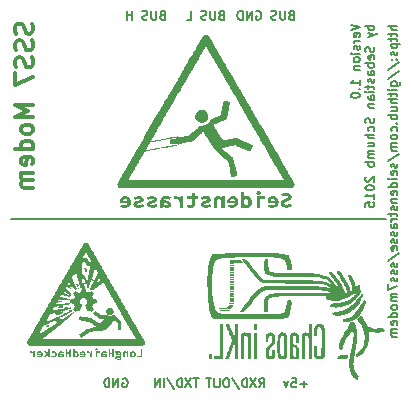
<source format=gbo>
G04 (created by PCBNEW (2013-may-18)-stable) date Wed 27 May 2015 10:34:55 AM CEST*
%MOIN*%
G04 Gerber Fmt 3.4, Leading zero omitted, Abs format*
%FSLAX34Y34*%
G01*
G70*
G90*
G04 APERTURE LIST*
%ADD10C,0.00590551*%
%ADD11C,0.00787402*%
%ADD12C,0.00738189*%
%ADD13C,0.0147638*%
%ADD14C,0.0001*%
G04 APERTURE END LIST*
G54D10*
G54D11*
X9500Y-20750D02*
X22000Y-20750D01*
G54D12*
X16506Y-13964D02*
X16464Y-13978D01*
X16449Y-13992D01*
X16435Y-14021D01*
X16435Y-14063D01*
X16449Y-14091D01*
X16464Y-14105D01*
X16492Y-14119D01*
X16604Y-14119D01*
X16604Y-13824D01*
X16506Y-13824D01*
X16478Y-13838D01*
X16464Y-13852D01*
X16449Y-13880D01*
X16449Y-13908D01*
X16464Y-13936D01*
X16478Y-13950D01*
X16506Y-13964D01*
X16604Y-13964D01*
X16309Y-13824D02*
X16309Y-14063D01*
X16295Y-14091D01*
X16281Y-14105D01*
X16253Y-14119D01*
X16196Y-14119D01*
X16168Y-14105D01*
X16154Y-14091D01*
X16140Y-14063D01*
X16140Y-13824D01*
X16014Y-14105D02*
X15971Y-14119D01*
X15901Y-14119D01*
X15873Y-14105D01*
X15859Y-14091D01*
X15845Y-14063D01*
X15845Y-14035D01*
X15859Y-14007D01*
X15873Y-13992D01*
X15901Y-13978D01*
X15957Y-13964D01*
X15985Y-13950D01*
X16000Y-13936D01*
X16014Y-13908D01*
X16014Y-13880D01*
X16000Y-13852D01*
X15985Y-13838D01*
X15957Y-13824D01*
X15887Y-13824D01*
X15845Y-13838D01*
X15353Y-14119D02*
X15493Y-14119D01*
X15493Y-13824D01*
X14541Y-13964D02*
X14499Y-13978D01*
X14485Y-13992D01*
X14471Y-14021D01*
X14471Y-14063D01*
X14485Y-14091D01*
X14499Y-14105D01*
X14527Y-14119D01*
X14639Y-14119D01*
X14639Y-13824D01*
X14541Y-13824D01*
X14513Y-13838D01*
X14499Y-13852D01*
X14485Y-13880D01*
X14485Y-13908D01*
X14499Y-13936D01*
X14513Y-13950D01*
X14541Y-13964D01*
X14639Y-13964D01*
X14344Y-13824D02*
X14344Y-14063D01*
X14330Y-14091D01*
X14316Y-14105D01*
X14288Y-14119D01*
X14232Y-14119D01*
X14203Y-14105D01*
X14189Y-14091D01*
X14175Y-14063D01*
X14175Y-13824D01*
X14049Y-14105D02*
X14007Y-14119D01*
X13936Y-14119D01*
X13908Y-14105D01*
X13894Y-14091D01*
X13880Y-14063D01*
X13880Y-14035D01*
X13894Y-14007D01*
X13908Y-13992D01*
X13936Y-13978D01*
X13992Y-13964D01*
X14021Y-13950D01*
X14035Y-13936D01*
X14049Y-13908D01*
X14049Y-13880D01*
X14035Y-13852D01*
X14021Y-13838D01*
X13992Y-13824D01*
X13922Y-13824D01*
X13880Y-13838D01*
X13528Y-14119D02*
X13528Y-13824D01*
X13528Y-13964D02*
X13360Y-13964D01*
X13360Y-14119D02*
X13360Y-13824D01*
X18836Y-13964D02*
X18794Y-13978D01*
X18780Y-13992D01*
X18766Y-14021D01*
X18766Y-14063D01*
X18780Y-14091D01*
X18794Y-14105D01*
X18822Y-14119D01*
X18935Y-14119D01*
X18935Y-13824D01*
X18836Y-13824D01*
X18808Y-13838D01*
X18794Y-13852D01*
X18780Y-13880D01*
X18780Y-13908D01*
X18794Y-13936D01*
X18808Y-13950D01*
X18836Y-13964D01*
X18935Y-13964D01*
X18639Y-13824D02*
X18639Y-14063D01*
X18625Y-14091D01*
X18611Y-14105D01*
X18583Y-14119D01*
X18527Y-14119D01*
X18499Y-14105D01*
X18485Y-14091D01*
X18471Y-14063D01*
X18471Y-13824D01*
X18344Y-14105D02*
X18302Y-14119D01*
X18232Y-14119D01*
X18203Y-14105D01*
X18189Y-14091D01*
X18175Y-14063D01*
X18175Y-14035D01*
X18189Y-14007D01*
X18203Y-13992D01*
X18232Y-13978D01*
X18288Y-13964D01*
X18316Y-13950D01*
X18330Y-13936D01*
X18344Y-13908D01*
X18344Y-13880D01*
X18330Y-13852D01*
X18316Y-13838D01*
X18288Y-13824D01*
X18217Y-13824D01*
X18175Y-13838D01*
X17669Y-13838D02*
X17697Y-13824D01*
X17739Y-13824D01*
X17782Y-13838D01*
X17810Y-13866D01*
X17824Y-13894D01*
X17838Y-13950D01*
X17838Y-13992D01*
X17824Y-14049D01*
X17810Y-14077D01*
X17782Y-14105D01*
X17739Y-14119D01*
X17711Y-14119D01*
X17669Y-14105D01*
X17655Y-14091D01*
X17655Y-13992D01*
X17711Y-13992D01*
X17528Y-14119D02*
X17528Y-13824D01*
X17360Y-14119D01*
X17360Y-13824D01*
X17219Y-14119D02*
X17219Y-13824D01*
X17149Y-13824D01*
X17107Y-13838D01*
X17079Y-13866D01*
X17064Y-13894D01*
X17050Y-13950D01*
X17050Y-13992D01*
X17064Y-14049D01*
X17079Y-14077D01*
X17107Y-14105D01*
X17149Y-14119D01*
X17219Y-14119D01*
X13224Y-26088D02*
X13253Y-26074D01*
X13295Y-26074D01*
X13337Y-26088D01*
X13365Y-26116D01*
X13379Y-26144D01*
X13393Y-26200D01*
X13393Y-26242D01*
X13379Y-26299D01*
X13365Y-26327D01*
X13337Y-26355D01*
X13295Y-26369D01*
X13267Y-26369D01*
X13224Y-26355D01*
X13210Y-26341D01*
X13210Y-26242D01*
X13267Y-26242D01*
X13084Y-26369D02*
X13084Y-26074D01*
X12915Y-26369D01*
X12915Y-26074D01*
X12775Y-26369D02*
X12775Y-26074D01*
X12704Y-26074D01*
X12662Y-26088D01*
X12634Y-26116D01*
X12620Y-26144D01*
X12606Y-26200D01*
X12606Y-26242D01*
X12620Y-26299D01*
X12634Y-26327D01*
X12662Y-26355D01*
X12704Y-26369D01*
X12775Y-26369D01*
X19365Y-26257D02*
X19140Y-26257D01*
X19253Y-26369D02*
X19253Y-26144D01*
X18859Y-26074D02*
X19000Y-26074D01*
X19014Y-26214D01*
X19000Y-26200D01*
X18971Y-26186D01*
X18901Y-26186D01*
X18873Y-26200D01*
X18859Y-26214D01*
X18845Y-26242D01*
X18845Y-26313D01*
X18859Y-26341D01*
X18873Y-26355D01*
X18901Y-26369D01*
X18971Y-26369D01*
X19000Y-26355D01*
X19014Y-26341D01*
X18746Y-26172D02*
X18676Y-26369D01*
X18606Y-26172D01*
X17773Y-26369D02*
X17871Y-26228D01*
X17942Y-26369D02*
X17942Y-26074D01*
X17829Y-26074D01*
X17801Y-26088D01*
X17787Y-26102D01*
X17773Y-26130D01*
X17773Y-26172D01*
X17787Y-26200D01*
X17801Y-26214D01*
X17829Y-26228D01*
X17942Y-26228D01*
X17674Y-26074D02*
X17478Y-26369D01*
X17478Y-26074D02*
X17674Y-26369D01*
X17365Y-26369D02*
X17365Y-26074D01*
X17295Y-26074D01*
X17253Y-26088D01*
X17224Y-26116D01*
X17210Y-26144D01*
X17196Y-26200D01*
X17196Y-26242D01*
X17210Y-26299D01*
X17224Y-26327D01*
X17253Y-26355D01*
X17295Y-26369D01*
X17365Y-26369D01*
X16859Y-26060D02*
X17112Y-26439D01*
X16704Y-26074D02*
X16648Y-26074D01*
X16620Y-26088D01*
X16592Y-26116D01*
X16578Y-26172D01*
X16578Y-26271D01*
X16592Y-26327D01*
X16620Y-26355D01*
X16648Y-26369D01*
X16704Y-26369D01*
X16732Y-26355D01*
X16760Y-26327D01*
X16775Y-26271D01*
X16775Y-26172D01*
X16760Y-26116D01*
X16732Y-26088D01*
X16704Y-26074D01*
X16451Y-26074D02*
X16451Y-26313D01*
X16437Y-26341D01*
X16423Y-26355D01*
X16395Y-26369D01*
X16339Y-26369D01*
X16311Y-26355D01*
X16296Y-26341D01*
X16282Y-26313D01*
X16282Y-26074D01*
X16184Y-26074D02*
X16015Y-26074D01*
X16100Y-26369D02*
X16100Y-26074D01*
X15752Y-26074D02*
X15583Y-26074D01*
X15667Y-26369D02*
X15667Y-26074D01*
X15513Y-26074D02*
X15316Y-26369D01*
X15316Y-26074D02*
X15513Y-26369D01*
X15203Y-26369D02*
X15203Y-26074D01*
X15133Y-26074D01*
X15091Y-26088D01*
X15063Y-26116D01*
X15049Y-26144D01*
X15035Y-26200D01*
X15035Y-26242D01*
X15049Y-26299D01*
X15063Y-26327D01*
X15091Y-26355D01*
X15133Y-26369D01*
X15203Y-26369D01*
X14697Y-26060D02*
X14950Y-26439D01*
X14599Y-26369D02*
X14599Y-26074D01*
X14458Y-26369D02*
X14458Y-26074D01*
X14289Y-26369D01*
X14289Y-26074D01*
X22369Y-14320D02*
X22074Y-14320D01*
X22369Y-14446D02*
X22214Y-14446D01*
X22186Y-14432D01*
X22172Y-14404D01*
X22172Y-14362D01*
X22186Y-14334D01*
X22200Y-14320D01*
X22172Y-14545D02*
X22172Y-14657D01*
X22074Y-14587D02*
X22327Y-14587D01*
X22355Y-14601D01*
X22369Y-14629D01*
X22369Y-14657D01*
X22172Y-14714D02*
X22172Y-14826D01*
X22074Y-14756D02*
X22327Y-14756D01*
X22355Y-14770D01*
X22369Y-14798D01*
X22369Y-14826D01*
X22172Y-14924D02*
X22467Y-14924D01*
X22186Y-14924D02*
X22172Y-14953D01*
X22172Y-15009D01*
X22186Y-15037D01*
X22200Y-15051D01*
X22228Y-15065D01*
X22313Y-15065D01*
X22341Y-15051D01*
X22355Y-15037D01*
X22369Y-15009D01*
X22369Y-14953D01*
X22355Y-14924D01*
X22355Y-15178D02*
X22369Y-15206D01*
X22369Y-15262D01*
X22355Y-15290D01*
X22327Y-15304D01*
X22313Y-15304D01*
X22285Y-15290D01*
X22271Y-15262D01*
X22271Y-15220D01*
X22257Y-15192D01*
X22228Y-15178D01*
X22214Y-15178D01*
X22186Y-15192D01*
X22172Y-15220D01*
X22172Y-15262D01*
X22186Y-15290D01*
X22341Y-15431D02*
X22355Y-15445D01*
X22369Y-15431D01*
X22355Y-15417D01*
X22341Y-15431D01*
X22369Y-15431D01*
X22186Y-15431D02*
X22200Y-15445D01*
X22214Y-15431D01*
X22200Y-15417D01*
X22186Y-15431D01*
X22214Y-15431D01*
X22060Y-15782D02*
X22439Y-15529D01*
X22060Y-16091D02*
X22439Y-15838D01*
X22172Y-16316D02*
X22411Y-16316D01*
X22439Y-16302D01*
X22453Y-16288D01*
X22467Y-16260D01*
X22467Y-16218D01*
X22453Y-16190D01*
X22355Y-16316D02*
X22369Y-16288D01*
X22369Y-16232D01*
X22355Y-16204D01*
X22341Y-16190D01*
X22313Y-16176D01*
X22228Y-16176D01*
X22200Y-16190D01*
X22186Y-16204D01*
X22172Y-16232D01*
X22172Y-16288D01*
X22186Y-16316D01*
X22369Y-16457D02*
X22172Y-16457D01*
X22074Y-16457D02*
X22088Y-16443D01*
X22102Y-16457D01*
X22088Y-16471D01*
X22074Y-16457D01*
X22102Y-16457D01*
X22172Y-16555D02*
X22172Y-16668D01*
X22074Y-16598D02*
X22327Y-16598D01*
X22355Y-16612D01*
X22369Y-16640D01*
X22369Y-16668D01*
X22369Y-16766D02*
X22074Y-16766D01*
X22369Y-16893D02*
X22214Y-16893D01*
X22186Y-16879D01*
X22172Y-16851D01*
X22172Y-16809D01*
X22186Y-16780D01*
X22200Y-16766D01*
X22172Y-17160D02*
X22369Y-17160D01*
X22172Y-17034D02*
X22327Y-17034D01*
X22355Y-17048D01*
X22369Y-17076D01*
X22369Y-17118D01*
X22355Y-17146D01*
X22341Y-17160D01*
X22369Y-17301D02*
X22074Y-17301D01*
X22186Y-17301D02*
X22172Y-17329D01*
X22172Y-17385D01*
X22186Y-17413D01*
X22200Y-17427D01*
X22228Y-17441D01*
X22313Y-17441D01*
X22341Y-17427D01*
X22355Y-17413D01*
X22369Y-17385D01*
X22369Y-17329D01*
X22355Y-17301D01*
X22341Y-17568D02*
X22355Y-17582D01*
X22369Y-17568D01*
X22355Y-17554D01*
X22341Y-17568D01*
X22369Y-17568D01*
X22355Y-17835D02*
X22369Y-17807D01*
X22369Y-17751D01*
X22355Y-17723D01*
X22341Y-17708D01*
X22313Y-17694D01*
X22228Y-17694D01*
X22200Y-17708D01*
X22186Y-17723D01*
X22172Y-17751D01*
X22172Y-17807D01*
X22186Y-17835D01*
X22369Y-18004D02*
X22355Y-17976D01*
X22341Y-17962D01*
X22313Y-17947D01*
X22228Y-17947D01*
X22200Y-17962D01*
X22186Y-17976D01*
X22172Y-18004D01*
X22172Y-18046D01*
X22186Y-18074D01*
X22200Y-18088D01*
X22228Y-18102D01*
X22313Y-18102D01*
X22341Y-18088D01*
X22355Y-18074D01*
X22369Y-18046D01*
X22369Y-18004D01*
X22369Y-18229D02*
X22172Y-18229D01*
X22200Y-18229D02*
X22186Y-18243D01*
X22172Y-18271D01*
X22172Y-18313D01*
X22186Y-18341D01*
X22214Y-18355D01*
X22369Y-18355D01*
X22214Y-18355D02*
X22186Y-18369D01*
X22172Y-18397D01*
X22172Y-18440D01*
X22186Y-18468D01*
X22214Y-18482D01*
X22369Y-18482D01*
X22060Y-18833D02*
X22439Y-18580D01*
X22355Y-18918D02*
X22369Y-18946D01*
X22369Y-19002D01*
X22355Y-19030D01*
X22327Y-19044D01*
X22313Y-19044D01*
X22285Y-19030D01*
X22271Y-19002D01*
X22271Y-18960D01*
X22257Y-18932D01*
X22228Y-18918D01*
X22214Y-18918D01*
X22186Y-18932D01*
X22172Y-18960D01*
X22172Y-19002D01*
X22186Y-19030D01*
X22355Y-19283D02*
X22369Y-19255D01*
X22369Y-19199D01*
X22355Y-19171D01*
X22327Y-19157D01*
X22214Y-19157D01*
X22186Y-19171D01*
X22172Y-19199D01*
X22172Y-19255D01*
X22186Y-19283D01*
X22214Y-19297D01*
X22242Y-19297D01*
X22271Y-19157D01*
X22369Y-19424D02*
X22172Y-19424D01*
X22074Y-19424D02*
X22088Y-19410D01*
X22102Y-19424D01*
X22088Y-19438D01*
X22074Y-19424D01*
X22102Y-19424D01*
X22369Y-19691D02*
X22074Y-19691D01*
X22355Y-19691D02*
X22369Y-19663D01*
X22369Y-19607D01*
X22355Y-19579D01*
X22341Y-19564D01*
X22313Y-19550D01*
X22228Y-19550D01*
X22200Y-19564D01*
X22186Y-19579D01*
X22172Y-19607D01*
X22172Y-19663D01*
X22186Y-19691D01*
X22355Y-19944D02*
X22369Y-19916D01*
X22369Y-19860D01*
X22355Y-19832D01*
X22327Y-19818D01*
X22214Y-19818D01*
X22186Y-19832D01*
X22172Y-19860D01*
X22172Y-19916D01*
X22186Y-19944D01*
X22214Y-19958D01*
X22242Y-19958D01*
X22271Y-19818D01*
X22172Y-20085D02*
X22369Y-20085D01*
X22200Y-20085D02*
X22186Y-20099D01*
X22172Y-20127D01*
X22172Y-20169D01*
X22186Y-20197D01*
X22214Y-20211D01*
X22369Y-20211D01*
X22355Y-20338D02*
X22369Y-20366D01*
X22369Y-20422D01*
X22355Y-20450D01*
X22327Y-20464D01*
X22313Y-20464D01*
X22285Y-20450D01*
X22271Y-20422D01*
X22271Y-20380D01*
X22257Y-20352D01*
X22228Y-20338D01*
X22214Y-20338D01*
X22186Y-20352D01*
X22172Y-20380D01*
X22172Y-20422D01*
X22186Y-20450D01*
X22172Y-20549D02*
X22172Y-20661D01*
X22074Y-20591D02*
X22327Y-20591D01*
X22355Y-20605D01*
X22369Y-20633D01*
X22369Y-20661D01*
X22369Y-20760D02*
X22172Y-20760D01*
X22228Y-20760D02*
X22200Y-20774D01*
X22186Y-20788D01*
X22172Y-20816D01*
X22172Y-20844D01*
X22369Y-21069D02*
X22214Y-21069D01*
X22186Y-21055D01*
X22172Y-21027D01*
X22172Y-20971D01*
X22186Y-20942D01*
X22355Y-21069D02*
X22369Y-21041D01*
X22369Y-20971D01*
X22355Y-20942D01*
X22327Y-20928D01*
X22299Y-20928D01*
X22271Y-20942D01*
X22257Y-20971D01*
X22257Y-21041D01*
X22242Y-21069D01*
X22355Y-21196D02*
X22369Y-21224D01*
X22369Y-21280D01*
X22355Y-21308D01*
X22327Y-21322D01*
X22313Y-21322D01*
X22285Y-21308D01*
X22271Y-21280D01*
X22271Y-21238D01*
X22257Y-21210D01*
X22228Y-21196D01*
X22214Y-21196D01*
X22186Y-21210D01*
X22172Y-21238D01*
X22172Y-21280D01*
X22186Y-21308D01*
X22355Y-21435D02*
X22369Y-21463D01*
X22369Y-21519D01*
X22355Y-21547D01*
X22327Y-21561D01*
X22313Y-21561D01*
X22285Y-21547D01*
X22271Y-21519D01*
X22271Y-21477D01*
X22257Y-21449D01*
X22228Y-21435D01*
X22214Y-21435D01*
X22186Y-21449D01*
X22172Y-21477D01*
X22172Y-21519D01*
X22186Y-21547D01*
X22355Y-21800D02*
X22369Y-21772D01*
X22369Y-21716D01*
X22355Y-21688D01*
X22327Y-21674D01*
X22214Y-21674D01*
X22186Y-21688D01*
X22172Y-21716D01*
X22172Y-21772D01*
X22186Y-21800D01*
X22214Y-21814D01*
X22242Y-21814D01*
X22271Y-21674D01*
X22060Y-22152D02*
X22439Y-21899D01*
X22355Y-22236D02*
X22369Y-22264D01*
X22369Y-22320D01*
X22355Y-22348D01*
X22327Y-22363D01*
X22313Y-22363D01*
X22285Y-22348D01*
X22271Y-22320D01*
X22271Y-22278D01*
X22257Y-22250D01*
X22228Y-22236D01*
X22214Y-22236D01*
X22186Y-22250D01*
X22172Y-22278D01*
X22172Y-22320D01*
X22186Y-22348D01*
X22355Y-22475D02*
X22369Y-22503D01*
X22369Y-22559D01*
X22355Y-22588D01*
X22327Y-22602D01*
X22313Y-22602D01*
X22285Y-22588D01*
X22271Y-22559D01*
X22271Y-22517D01*
X22257Y-22489D01*
X22228Y-22475D01*
X22214Y-22475D01*
X22186Y-22489D01*
X22172Y-22517D01*
X22172Y-22559D01*
X22186Y-22588D01*
X22355Y-22714D02*
X22369Y-22742D01*
X22369Y-22798D01*
X22355Y-22827D01*
X22327Y-22841D01*
X22313Y-22841D01*
X22285Y-22827D01*
X22271Y-22798D01*
X22271Y-22756D01*
X22257Y-22728D01*
X22228Y-22714D01*
X22214Y-22714D01*
X22186Y-22728D01*
X22172Y-22756D01*
X22172Y-22798D01*
X22186Y-22827D01*
X22074Y-22939D02*
X22074Y-23136D01*
X22369Y-23009D01*
X22369Y-23248D02*
X22172Y-23248D01*
X22200Y-23248D02*
X22186Y-23262D01*
X22172Y-23291D01*
X22172Y-23333D01*
X22186Y-23361D01*
X22214Y-23375D01*
X22369Y-23375D01*
X22214Y-23375D02*
X22186Y-23389D01*
X22172Y-23417D01*
X22172Y-23459D01*
X22186Y-23487D01*
X22214Y-23501D01*
X22369Y-23501D01*
X22369Y-23684D02*
X22355Y-23656D01*
X22341Y-23642D01*
X22313Y-23628D01*
X22228Y-23628D01*
X22200Y-23642D01*
X22186Y-23656D01*
X22172Y-23684D01*
X22172Y-23726D01*
X22186Y-23755D01*
X22200Y-23769D01*
X22228Y-23783D01*
X22313Y-23783D01*
X22341Y-23769D01*
X22355Y-23755D01*
X22369Y-23726D01*
X22369Y-23684D01*
X22369Y-24036D02*
X22074Y-24036D01*
X22355Y-24036D02*
X22369Y-24008D01*
X22369Y-23951D01*
X22355Y-23923D01*
X22341Y-23909D01*
X22313Y-23895D01*
X22228Y-23895D01*
X22200Y-23909D01*
X22186Y-23923D01*
X22172Y-23951D01*
X22172Y-24008D01*
X22186Y-24036D01*
X22355Y-24289D02*
X22369Y-24261D01*
X22369Y-24205D01*
X22355Y-24176D01*
X22327Y-24162D01*
X22214Y-24162D01*
X22186Y-24176D01*
X22172Y-24205D01*
X22172Y-24261D01*
X22186Y-24289D01*
X22214Y-24303D01*
X22242Y-24303D01*
X22271Y-24162D01*
X22369Y-24429D02*
X22172Y-24429D01*
X22200Y-24429D02*
X22186Y-24444D01*
X22172Y-24472D01*
X22172Y-24514D01*
X22186Y-24542D01*
X22214Y-24556D01*
X22369Y-24556D01*
X22214Y-24556D02*
X22186Y-24570D01*
X22172Y-24598D01*
X22172Y-24640D01*
X22186Y-24669D01*
X22214Y-24683D01*
X22369Y-24683D01*
X20824Y-14278D02*
X21119Y-14376D01*
X20824Y-14474D01*
X21105Y-14685D02*
X21119Y-14657D01*
X21119Y-14601D01*
X21105Y-14573D01*
X21077Y-14559D01*
X20964Y-14559D01*
X20936Y-14573D01*
X20922Y-14601D01*
X20922Y-14657D01*
X20936Y-14685D01*
X20964Y-14699D01*
X20992Y-14699D01*
X21021Y-14559D01*
X21119Y-14826D02*
X20922Y-14826D01*
X20978Y-14826D02*
X20950Y-14840D01*
X20936Y-14854D01*
X20922Y-14882D01*
X20922Y-14910D01*
X21105Y-14995D02*
X21119Y-15023D01*
X21119Y-15079D01*
X21105Y-15107D01*
X21077Y-15121D01*
X21063Y-15121D01*
X21035Y-15107D01*
X21021Y-15079D01*
X21021Y-15037D01*
X21007Y-15009D01*
X20978Y-14995D01*
X20964Y-14995D01*
X20936Y-15009D01*
X20922Y-15037D01*
X20922Y-15079D01*
X20936Y-15107D01*
X21119Y-15248D02*
X20922Y-15248D01*
X20824Y-15248D02*
X20838Y-15234D01*
X20852Y-15248D01*
X20838Y-15262D01*
X20824Y-15248D01*
X20852Y-15248D01*
X21119Y-15431D02*
X21105Y-15402D01*
X21091Y-15388D01*
X21063Y-15374D01*
X20978Y-15374D01*
X20950Y-15388D01*
X20936Y-15402D01*
X20922Y-15431D01*
X20922Y-15473D01*
X20936Y-15501D01*
X20950Y-15515D01*
X20978Y-15529D01*
X21063Y-15529D01*
X21091Y-15515D01*
X21105Y-15501D01*
X21119Y-15473D01*
X21119Y-15431D01*
X20922Y-15656D02*
X21119Y-15656D01*
X20950Y-15656D02*
X20936Y-15670D01*
X20922Y-15698D01*
X20922Y-15740D01*
X20936Y-15768D01*
X20964Y-15782D01*
X21119Y-15782D01*
X21119Y-16302D02*
X21119Y-16134D01*
X21119Y-16218D02*
X20824Y-16218D01*
X20866Y-16190D01*
X20894Y-16162D01*
X20908Y-16134D01*
X21091Y-16429D02*
X21105Y-16443D01*
X21119Y-16429D01*
X21105Y-16415D01*
X21091Y-16429D01*
X21119Y-16429D01*
X20824Y-16626D02*
X20824Y-16654D01*
X20838Y-16682D01*
X20852Y-16696D01*
X20880Y-16710D01*
X20936Y-16724D01*
X21007Y-16724D01*
X21063Y-16710D01*
X21091Y-16696D01*
X21105Y-16682D01*
X21119Y-16654D01*
X21119Y-16626D01*
X21105Y-16598D01*
X21091Y-16584D01*
X21063Y-16570D01*
X21007Y-16555D01*
X20936Y-16555D01*
X20880Y-16570D01*
X20852Y-16584D01*
X20838Y-16598D01*
X20824Y-16626D01*
X21606Y-14320D02*
X21311Y-14320D01*
X21423Y-14320D02*
X21409Y-14348D01*
X21409Y-14404D01*
X21423Y-14432D01*
X21437Y-14446D01*
X21466Y-14460D01*
X21550Y-14460D01*
X21578Y-14446D01*
X21592Y-14432D01*
X21606Y-14404D01*
X21606Y-14348D01*
X21592Y-14320D01*
X21409Y-14559D02*
X21606Y-14629D01*
X21409Y-14699D02*
X21606Y-14629D01*
X21677Y-14601D01*
X21691Y-14587D01*
X21705Y-14559D01*
X21592Y-15023D02*
X21606Y-15065D01*
X21606Y-15135D01*
X21592Y-15163D01*
X21578Y-15178D01*
X21550Y-15192D01*
X21522Y-15192D01*
X21494Y-15178D01*
X21480Y-15163D01*
X21466Y-15135D01*
X21452Y-15079D01*
X21437Y-15051D01*
X21423Y-15037D01*
X21395Y-15023D01*
X21367Y-15023D01*
X21339Y-15037D01*
X21325Y-15051D01*
X21311Y-15079D01*
X21311Y-15149D01*
X21325Y-15192D01*
X21592Y-15431D02*
X21606Y-15402D01*
X21606Y-15346D01*
X21592Y-15318D01*
X21564Y-15304D01*
X21452Y-15304D01*
X21423Y-15318D01*
X21409Y-15346D01*
X21409Y-15402D01*
X21423Y-15431D01*
X21452Y-15445D01*
X21480Y-15445D01*
X21508Y-15304D01*
X21606Y-15571D02*
X21311Y-15571D01*
X21423Y-15571D02*
X21409Y-15599D01*
X21409Y-15656D01*
X21423Y-15684D01*
X21437Y-15698D01*
X21466Y-15712D01*
X21550Y-15712D01*
X21578Y-15698D01*
X21592Y-15684D01*
X21606Y-15656D01*
X21606Y-15599D01*
X21592Y-15571D01*
X21606Y-15965D02*
X21452Y-15965D01*
X21423Y-15951D01*
X21409Y-15923D01*
X21409Y-15866D01*
X21423Y-15838D01*
X21592Y-15965D02*
X21606Y-15937D01*
X21606Y-15866D01*
X21592Y-15838D01*
X21564Y-15824D01*
X21536Y-15824D01*
X21508Y-15838D01*
X21494Y-15866D01*
X21494Y-15937D01*
X21480Y-15965D01*
X21592Y-16091D02*
X21606Y-16120D01*
X21606Y-16176D01*
X21592Y-16204D01*
X21564Y-16218D01*
X21550Y-16218D01*
X21522Y-16204D01*
X21508Y-16176D01*
X21508Y-16134D01*
X21494Y-16106D01*
X21466Y-16091D01*
X21452Y-16091D01*
X21423Y-16106D01*
X21409Y-16134D01*
X21409Y-16176D01*
X21423Y-16204D01*
X21409Y-16302D02*
X21409Y-16415D01*
X21311Y-16345D02*
X21564Y-16345D01*
X21592Y-16359D01*
X21606Y-16387D01*
X21606Y-16415D01*
X21606Y-16513D02*
X21409Y-16513D01*
X21311Y-16513D02*
X21325Y-16499D01*
X21339Y-16513D01*
X21325Y-16527D01*
X21311Y-16513D01*
X21339Y-16513D01*
X21606Y-16780D02*
X21452Y-16780D01*
X21423Y-16766D01*
X21409Y-16738D01*
X21409Y-16682D01*
X21423Y-16654D01*
X21592Y-16780D02*
X21606Y-16752D01*
X21606Y-16682D01*
X21592Y-16654D01*
X21564Y-16640D01*
X21536Y-16640D01*
X21508Y-16654D01*
X21494Y-16682D01*
X21494Y-16752D01*
X21480Y-16780D01*
X21409Y-16921D02*
X21606Y-16921D01*
X21437Y-16921D02*
X21423Y-16935D01*
X21409Y-16963D01*
X21409Y-17005D01*
X21423Y-17034D01*
X21452Y-17048D01*
X21606Y-17048D01*
X21592Y-17399D02*
X21606Y-17441D01*
X21606Y-17512D01*
X21592Y-17540D01*
X21578Y-17554D01*
X21550Y-17568D01*
X21522Y-17568D01*
X21494Y-17554D01*
X21480Y-17540D01*
X21466Y-17512D01*
X21452Y-17455D01*
X21437Y-17427D01*
X21423Y-17413D01*
X21395Y-17399D01*
X21367Y-17399D01*
X21339Y-17413D01*
X21325Y-17427D01*
X21311Y-17455D01*
X21311Y-17526D01*
X21325Y-17568D01*
X21592Y-17821D02*
X21606Y-17793D01*
X21606Y-17737D01*
X21592Y-17708D01*
X21578Y-17694D01*
X21550Y-17680D01*
X21466Y-17680D01*
X21437Y-17694D01*
X21423Y-17708D01*
X21409Y-17737D01*
X21409Y-17793D01*
X21423Y-17821D01*
X21606Y-17947D02*
X21311Y-17947D01*
X21606Y-18074D02*
X21452Y-18074D01*
X21423Y-18060D01*
X21409Y-18032D01*
X21409Y-17990D01*
X21423Y-17962D01*
X21437Y-17947D01*
X21409Y-18341D02*
X21606Y-18341D01*
X21409Y-18215D02*
X21564Y-18215D01*
X21592Y-18229D01*
X21606Y-18257D01*
X21606Y-18299D01*
X21592Y-18327D01*
X21578Y-18341D01*
X21606Y-18482D02*
X21409Y-18482D01*
X21437Y-18482D02*
X21423Y-18496D01*
X21409Y-18524D01*
X21409Y-18566D01*
X21423Y-18594D01*
X21452Y-18608D01*
X21606Y-18608D01*
X21452Y-18608D02*
X21423Y-18622D01*
X21409Y-18651D01*
X21409Y-18693D01*
X21423Y-18721D01*
X21452Y-18735D01*
X21606Y-18735D01*
X21606Y-18875D02*
X21311Y-18875D01*
X21423Y-18875D02*
X21409Y-18904D01*
X21409Y-18960D01*
X21423Y-18988D01*
X21437Y-19002D01*
X21466Y-19016D01*
X21550Y-19016D01*
X21578Y-19002D01*
X21592Y-18988D01*
X21606Y-18960D01*
X21606Y-18904D01*
X21592Y-18875D01*
X21339Y-19354D02*
X21325Y-19368D01*
X21311Y-19396D01*
X21311Y-19466D01*
X21325Y-19494D01*
X21339Y-19508D01*
X21367Y-19522D01*
X21395Y-19522D01*
X21437Y-19508D01*
X21606Y-19339D01*
X21606Y-19522D01*
X21311Y-19705D02*
X21311Y-19733D01*
X21325Y-19761D01*
X21339Y-19775D01*
X21367Y-19789D01*
X21423Y-19803D01*
X21494Y-19803D01*
X21550Y-19789D01*
X21578Y-19775D01*
X21592Y-19761D01*
X21606Y-19733D01*
X21606Y-19705D01*
X21592Y-19677D01*
X21578Y-19663D01*
X21550Y-19649D01*
X21494Y-19635D01*
X21423Y-19635D01*
X21367Y-19649D01*
X21339Y-19663D01*
X21325Y-19677D01*
X21311Y-19705D01*
X21606Y-20085D02*
X21606Y-19916D01*
X21606Y-20000D02*
X21311Y-20000D01*
X21353Y-19972D01*
X21381Y-19944D01*
X21395Y-19916D01*
X21311Y-20352D02*
X21311Y-20211D01*
X21452Y-20197D01*
X21437Y-20211D01*
X21423Y-20239D01*
X21423Y-20310D01*
X21437Y-20338D01*
X21452Y-20352D01*
X21480Y-20366D01*
X21550Y-20366D01*
X21578Y-20352D01*
X21592Y-20338D01*
X21606Y-20310D01*
X21606Y-20239D01*
X21592Y-20211D01*
X21578Y-20197D01*
G54D13*
X10210Y-14244D02*
X10239Y-14328D01*
X10239Y-14469D01*
X10210Y-14525D01*
X10182Y-14553D01*
X10126Y-14581D01*
X10070Y-14581D01*
X10014Y-14553D01*
X9985Y-14525D01*
X9957Y-14469D01*
X9929Y-14356D01*
X9901Y-14300D01*
X9873Y-14272D01*
X9817Y-14244D01*
X9760Y-14244D01*
X9704Y-14272D01*
X9676Y-14300D01*
X9648Y-14356D01*
X9648Y-14497D01*
X9676Y-14581D01*
X10210Y-14806D02*
X10239Y-14890D01*
X10239Y-15031D01*
X10210Y-15087D01*
X10182Y-15115D01*
X10126Y-15143D01*
X10070Y-15143D01*
X10014Y-15115D01*
X9985Y-15087D01*
X9957Y-15031D01*
X9929Y-14919D01*
X9901Y-14862D01*
X9873Y-14834D01*
X9817Y-14806D01*
X9760Y-14806D01*
X9704Y-14834D01*
X9676Y-14862D01*
X9648Y-14919D01*
X9648Y-15059D01*
X9676Y-15143D01*
X10210Y-15368D02*
X10239Y-15453D01*
X10239Y-15593D01*
X10210Y-15650D01*
X10182Y-15678D01*
X10126Y-15706D01*
X10070Y-15706D01*
X10014Y-15678D01*
X9985Y-15650D01*
X9957Y-15593D01*
X9929Y-15481D01*
X9901Y-15425D01*
X9873Y-15397D01*
X9817Y-15368D01*
X9760Y-15368D01*
X9704Y-15397D01*
X9676Y-15425D01*
X9648Y-15481D01*
X9648Y-15622D01*
X9676Y-15706D01*
X9648Y-15903D02*
X9648Y-16296D01*
X10239Y-16043D01*
X10239Y-16971D02*
X9648Y-16971D01*
X10070Y-17168D01*
X9648Y-17365D01*
X10239Y-17365D01*
X10239Y-17731D02*
X10210Y-17674D01*
X10182Y-17646D01*
X10126Y-17618D01*
X9957Y-17618D01*
X9901Y-17646D01*
X9873Y-17674D01*
X9845Y-17731D01*
X9845Y-17815D01*
X9873Y-17871D01*
X9901Y-17899D01*
X9957Y-17928D01*
X10126Y-17928D01*
X10182Y-17899D01*
X10210Y-17871D01*
X10239Y-17815D01*
X10239Y-17731D01*
X10239Y-18434D02*
X9648Y-18434D01*
X10210Y-18434D02*
X10239Y-18377D01*
X10239Y-18265D01*
X10210Y-18209D01*
X10182Y-18181D01*
X10126Y-18152D01*
X9957Y-18152D01*
X9901Y-18181D01*
X9873Y-18209D01*
X9845Y-18265D01*
X9845Y-18377D01*
X9873Y-18434D01*
X10210Y-18940D02*
X10239Y-18884D01*
X10239Y-18771D01*
X10210Y-18715D01*
X10154Y-18687D01*
X9929Y-18687D01*
X9873Y-18715D01*
X9845Y-18771D01*
X9845Y-18884D01*
X9873Y-18940D01*
X9929Y-18968D01*
X9985Y-18968D01*
X10042Y-18687D01*
X10239Y-19221D02*
X9845Y-19221D01*
X9901Y-19221D02*
X9873Y-19249D01*
X9845Y-19305D01*
X9845Y-19390D01*
X9873Y-19446D01*
X9929Y-19474D01*
X10239Y-19474D01*
X9929Y-19474D02*
X9873Y-19502D01*
X9845Y-19559D01*
X9845Y-19643D01*
X9873Y-19699D01*
X9929Y-19727D01*
X10239Y-19727D01*
G54D14*
G36*
X18492Y-20230D02*
X18497Y-20265D01*
X18510Y-20299D01*
X18532Y-20329D01*
X18549Y-20345D01*
X18582Y-20363D01*
X18621Y-20376D01*
X18665Y-20383D01*
X18710Y-20383D01*
X18754Y-20376D01*
X18768Y-20372D01*
X18806Y-20357D01*
X18843Y-20336D01*
X18862Y-20323D01*
X18867Y-20318D01*
X18868Y-20313D01*
X18864Y-20305D01*
X18854Y-20292D01*
X18843Y-20278D01*
X18828Y-20261D01*
X18816Y-20247D01*
X18809Y-20240D01*
X18808Y-20239D01*
X18800Y-20241D01*
X18787Y-20248D01*
X18780Y-20253D01*
X18750Y-20269D01*
X18720Y-20279D01*
X18690Y-20284D01*
X18663Y-20284D01*
X18640Y-20278D01*
X18623Y-20267D01*
X18614Y-20252D01*
X18613Y-20232D01*
X18613Y-20230D01*
X18615Y-20224D01*
X18619Y-20219D01*
X18626Y-20214D01*
X18638Y-20207D01*
X18655Y-20198D01*
X18680Y-20187D01*
X18714Y-20172D01*
X18733Y-20163D01*
X18774Y-20143D01*
X18804Y-20123D01*
X18826Y-20101D01*
X18841Y-20077D01*
X18845Y-20064D01*
X18851Y-20041D01*
X18853Y-20025D01*
X18852Y-20009D01*
X18846Y-19989D01*
X18845Y-19984D01*
X18828Y-19950D01*
X18802Y-19922D01*
X18769Y-19899D01*
X18731Y-19884D01*
X18688Y-19877D01*
X18644Y-19878D01*
X18635Y-19879D01*
X18603Y-19888D01*
X18569Y-19901D01*
X18538Y-19918D01*
X18519Y-19931D01*
X18505Y-19943D01*
X18528Y-19970D01*
X18541Y-19986D01*
X18551Y-19999D01*
X18556Y-20005D01*
X18561Y-20009D01*
X18570Y-20008D01*
X18584Y-20003D01*
X18600Y-19996D01*
X18631Y-19984D01*
X18661Y-19979D01*
X18689Y-19979D01*
X18713Y-19985D01*
X18729Y-19996D01*
X18736Y-20007D01*
X18737Y-20019D01*
X18731Y-20031D01*
X18718Y-20043D01*
X18696Y-20055D01*
X18664Y-20070D01*
X18646Y-20078D01*
X18605Y-20096D01*
X18574Y-20111D01*
X18550Y-20125D01*
X18533Y-20139D01*
X18519Y-20153D01*
X18512Y-20163D01*
X18497Y-20195D01*
X18492Y-20230D01*
X18492Y-20230D01*
X18492Y-20230D01*
G37*
G36*
X18052Y-20218D02*
X18154Y-20219D01*
X18154Y-20136D01*
X18158Y-20121D01*
X18168Y-20104D01*
X18182Y-20091D01*
X18187Y-20088D01*
X18210Y-20083D01*
X18237Y-20083D01*
X18261Y-20090D01*
X18268Y-20093D01*
X18281Y-20104D01*
X18293Y-20119D01*
X18302Y-20134D01*
X18304Y-20143D01*
X18299Y-20144D01*
X18284Y-20145D01*
X18262Y-20145D01*
X18234Y-20146D01*
X18229Y-20146D01*
X18198Y-20146D01*
X18176Y-20145D01*
X18163Y-20144D01*
X18156Y-20141D01*
X18154Y-20138D01*
X18154Y-20136D01*
X18154Y-20219D01*
X18179Y-20220D01*
X18305Y-20221D01*
X18301Y-20234D01*
X18287Y-20260D01*
X18265Y-20279D01*
X18237Y-20292D01*
X18203Y-20296D01*
X18166Y-20293D01*
X18133Y-20284D01*
X18116Y-20278D01*
X18103Y-20274D01*
X18099Y-20274D01*
X18096Y-20280D01*
X18089Y-20293D01*
X18081Y-20308D01*
X18065Y-20339D01*
X18078Y-20349D01*
X18102Y-20363D01*
X18133Y-20373D01*
X18170Y-20380D01*
X18209Y-20383D01*
X18247Y-20381D01*
X18281Y-20375D01*
X18291Y-20372D01*
X18334Y-20352D01*
X18369Y-20323D01*
X18396Y-20288D01*
X18413Y-20246D01*
X18420Y-20198D01*
X18420Y-20188D01*
X18414Y-20142D01*
X18398Y-20100D01*
X18373Y-20062D01*
X18339Y-20031D01*
X18302Y-20009D01*
X18279Y-20000D01*
X18258Y-19995D01*
X18233Y-19993D01*
X18223Y-19993D01*
X18176Y-19998D01*
X18137Y-20013D01*
X18103Y-20037D01*
X18076Y-20070D01*
X18068Y-20085D01*
X18060Y-20101D01*
X18056Y-20117D01*
X18053Y-20136D01*
X18052Y-20162D01*
X18052Y-20166D01*
X18052Y-20218D01*
X18052Y-20218D01*
X18052Y-20218D01*
G37*
G36*
X17169Y-20377D02*
X17216Y-20377D01*
X17262Y-20377D01*
X17266Y-20360D01*
X17270Y-20346D01*
X17277Y-20343D01*
X17279Y-20345D01*
X17279Y-20184D01*
X17279Y-20154D01*
X17280Y-20134D01*
X17281Y-20120D01*
X17284Y-20112D01*
X17288Y-20107D01*
X17294Y-20102D01*
X17295Y-20102D01*
X17311Y-20095D01*
X17331Y-20090D01*
X17335Y-20089D01*
X17362Y-20091D01*
X17383Y-20103D01*
X17399Y-20124D01*
X17409Y-20155D01*
X17412Y-20193D01*
X17412Y-20194D01*
X17409Y-20230D01*
X17398Y-20258D01*
X17382Y-20278D01*
X17361Y-20289D01*
X17335Y-20290D01*
X17317Y-20285D01*
X17303Y-20278D01*
X17292Y-20270D01*
X17285Y-20259D01*
X17281Y-20241D01*
X17280Y-20217D01*
X17279Y-20184D01*
X17279Y-20345D01*
X17282Y-20349D01*
X17289Y-20354D01*
X17303Y-20363D01*
X17314Y-20369D01*
X17346Y-20380D01*
X17383Y-20383D01*
X17420Y-20378D01*
X17430Y-20375D01*
X17452Y-20364D01*
X17476Y-20343D01*
X17497Y-20318D01*
X17513Y-20290D01*
X17516Y-20281D01*
X17522Y-20264D01*
X17526Y-20247D01*
X17527Y-20228D01*
X17528Y-20203D01*
X17527Y-20183D01*
X17526Y-20153D01*
X17524Y-20130D01*
X17520Y-20113D01*
X17514Y-20098D01*
X17511Y-20091D01*
X17488Y-20054D01*
X17460Y-20025D01*
X17427Y-20005D01*
X17393Y-19994D01*
X17357Y-19993D01*
X17322Y-20003D01*
X17311Y-20009D01*
X17296Y-20017D01*
X17284Y-20023D01*
X17281Y-20024D01*
X17281Y-20019D01*
X17280Y-20004D01*
X17279Y-19981D01*
X17279Y-19953D01*
X17279Y-19937D01*
X17279Y-19851D01*
X17224Y-19851D01*
X17169Y-19851D01*
X17169Y-20114D01*
X17169Y-20377D01*
X17169Y-20377D01*
X17169Y-20377D01*
G37*
G36*
X16706Y-20173D02*
X16707Y-20197D01*
X16708Y-20206D01*
X16712Y-20221D01*
X16809Y-20221D01*
X16809Y-20146D01*
X16813Y-20130D01*
X16819Y-20115D01*
X16831Y-20100D01*
X16834Y-20098D01*
X16855Y-20085D01*
X16880Y-20082D01*
X16906Y-20086D01*
X16930Y-20098D01*
X16948Y-20116D01*
X16952Y-20122D01*
X16958Y-20135D01*
X16961Y-20142D01*
X16961Y-20143D01*
X16955Y-20144D01*
X16940Y-20145D01*
X16918Y-20145D01*
X16891Y-20146D01*
X16885Y-20146D01*
X16809Y-20146D01*
X16809Y-20221D01*
X16836Y-20221D01*
X16879Y-20221D01*
X16911Y-20221D01*
X16934Y-20222D01*
X16949Y-20224D01*
X16957Y-20228D01*
X16960Y-20233D01*
X16958Y-20240D01*
X16952Y-20249D01*
X16949Y-20255D01*
X16931Y-20274D01*
X16905Y-20288D01*
X16873Y-20295D01*
X16838Y-20295D01*
X16803Y-20288D01*
X16792Y-20285D01*
X16774Y-20279D01*
X16762Y-20277D01*
X16757Y-20278D01*
X16752Y-20285D01*
X16744Y-20299D01*
X16738Y-20311D01*
X16722Y-20339D01*
X16736Y-20349D01*
X16761Y-20363D01*
X16794Y-20374D01*
X16833Y-20380D01*
X16873Y-20382D01*
X16913Y-20380D01*
X16948Y-20373D01*
X16957Y-20370D01*
X16988Y-20356D01*
X17017Y-20333D01*
X17021Y-20329D01*
X17048Y-20296D01*
X17066Y-20260D01*
X17075Y-20219D01*
X17077Y-20189D01*
X17071Y-20140D01*
X17057Y-20097D01*
X17032Y-20060D01*
X17000Y-20030D01*
X16959Y-20008D01*
X16954Y-20007D01*
X16909Y-19995D01*
X16865Y-19993D01*
X16823Y-20001D01*
X16786Y-20019D01*
X16754Y-20045D01*
X16729Y-20079D01*
X16722Y-20092D01*
X16714Y-20116D01*
X16709Y-20144D01*
X16706Y-20173D01*
X16706Y-20173D01*
X16706Y-20173D01*
G37*
G36*
X15818Y-20271D02*
X15825Y-20300D01*
X15843Y-20329D01*
X15852Y-20338D01*
X15878Y-20357D01*
X15913Y-20371D01*
X15954Y-20380D01*
X15998Y-20384D01*
X16042Y-20381D01*
X16085Y-20373D01*
X16089Y-20372D01*
X16124Y-20360D01*
X16156Y-20345D01*
X16178Y-20332D01*
X16181Y-20327D01*
X16178Y-20318D01*
X16168Y-20303D01*
X16162Y-20293D01*
X16149Y-20276D01*
X16140Y-20264D01*
X16134Y-20259D01*
X16134Y-20259D01*
X16127Y-20261D01*
X16113Y-20267D01*
X16095Y-20275D01*
X16059Y-20289D01*
X16023Y-20297D01*
X15992Y-20300D01*
X15964Y-20297D01*
X15943Y-20288D01*
X15941Y-20286D01*
X15932Y-20276D01*
X15932Y-20266D01*
X15940Y-20256D01*
X15958Y-20246D01*
X15986Y-20235D01*
X16014Y-20226D01*
X16058Y-20211D01*
X16091Y-20198D01*
X16117Y-20184D01*
X16136Y-20169D01*
X16149Y-20152D01*
X16153Y-20145D01*
X16160Y-20120D01*
X16159Y-20092D01*
X16149Y-20064D01*
X16133Y-20041D01*
X16122Y-20030D01*
X16084Y-20010D01*
X16039Y-19997D01*
X15993Y-19993D01*
X15944Y-19997D01*
X15897Y-20010D01*
X15895Y-20011D01*
X15873Y-20020D01*
X15853Y-20029D01*
X15841Y-20036D01*
X15839Y-20037D01*
X15833Y-20042D01*
X15831Y-20047D01*
X15834Y-20055D01*
X15843Y-20068D01*
X15851Y-20078D01*
X15863Y-20094D01*
X15874Y-20106D01*
X15879Y-20111D01*
X15879Y-20111D01*
X15886Y-20109D01*
X15900Y-20103D01*
X15917Y-20095D01*
X15945Y-20085D01*
X15971Y-20080D01*
X15990Y-20080D01*
X16017Y-20082D01*
X16035Y-20087D01*
X16044Y-20097D01*
X16046Y-20105D01*
X16045Y-20112D01*
X16041Y-20118D01*
X16033Y-20123D01*
X16019Y-20130D01*
X15998Y-20137D01*
X15967Y-20148D01*
X15957Y-20151D01*
X15922Y-20162D01*
X15892Y-20174D01*
X15868Y-20185D01*
X15858Y-20192D01*
X15834Y-20215D01*
X15821Y-20242D01*
X15818Y-20271D01*
X15818Y-20271D01*
X15818Y-20271D01*
G37*
G36*
X15365Y-20361D02*
X15365Y-20364D01*
X15372Y-20366D01*
X15387Y-20371D01*
X15402Y-20375D01*
X15436Y-20380D01*
X15474Y-20383D01*
X15511Y-20382D01*
X15544Y-20377D01*
X15563Y-20371D01*
X15593Y-20356D01*
X15615Y-20336D01*
X15631Y-20309D01*
X15632Y-20308D01*
X15637Y-20296D01*
X15640Y-20283D01*
X15642Y-20266D01*
X15644Y-20244D01*
X15645Y-20214D01*
X15646Y-20188D01*
X15648Y-20094D01*
X15694Y-20094D01*
X15740Y-20094D01*
X15740Y-20051D01*
X15740Y-20008D01*
X15691Y-20004D01*
X15643Y-20000D01*
X15639Y-19973D01*
X15636Y-19951D01*
X15633Y-19929D01*
X15632Y-19924D01*
X15629Y-19902D01*
X15582Y-19904D01*
X15534Y-19905D01*
X15533Y-19953D01*
X15531Y-20001D01*
X15453Y-20001D01*
X15375Y-20001D01*
X15375Y-20047D01*
X15375Y-20094D01*
X15453Y-20094D01*
X15531Y-20094D01*
X15531Y-20172D01*
X15531Y-20209D01*
X15530Y-20235D01*
X15527Y-20255D01*
X15522Y-20268D01*
X15515Y-20278D01*
X15509Y-20283D01*
X15492Y-20291D01*
X15467Y-20294D01*
X15438Y-20293D01*
X15418Y-20291D01*
X15398Y-20287D01*
X15387Y-20287D01*
X15381Y-20290D01*
X15377Y-20300D01*
X15373Y-20316D01*
X15369Y-20334D01*
X15366Y-20350D01*
X15365Y-20361D01*
X15365Y-20361D01*
X15365Y-20361D01*
G37*
G36*
X14478Y-20377D02*
X14526Y-20377D01*
X14574Y-20377D01*
X14579Y-20357D01*
X14585Y-20336D01*
X14593Y-20342D01*
X14593Y-20266D01*
X14593Y-20235D01*
X14593Y-20204D01*
X14621Y-20207D01*
X14653Y-20213D01*
X14682Y-20220D01*
X14704Y-20229D01*
X14717Y-20238D01*
X14725Y-20254D01*
X14724Y-20271D01*
X14715Y-20285D01*
X14709Y-20289D01*
X14689Y-20295D01*
X14666Y-20294D01*
X14637Y-20285D01*
X14627Y-20281D01*
X14593Y-20266D01*
X14593Y-20342D01*
X14605Y-20350D01*
X14642Y-20369D01*
X14681Y-20381D01*
X14721Y-20383D01*
X14757Y-20378D01*
X14778Y-20369D01*
X14806Y-20349D01*
X14826Y-20321D01*
X14836Y-20289D01*
X14837Y-20275D01*
X14835Y-20253D01*
X14831Y-20232D01*
X14828Y-20225D01*
X14812Y-20201D01*
X14786Y-20180D01*
X14749Y-20162D01*
X14704Y-20149D01*
X14649Y-20139D01*
X14647Y-20139D01*
X14624Y-20135D01*
X14606Y-20132D01*
X14595Y-20129D01*
X14593Y-20128D01*
X14598Y-20117D01*
X14611Y-20104D01*
X14627Y-20094D01*
X14644Y-20087D01*
X14660Y-20085D01*
X14674Y-20084D01*
X14690Y-20087D01*
X14711Y-20093D01*
X14740Y-20102D01*
X14743Y-20103D01*
X14763Y-20110D01*
X14778Y-20115D01*
X14786Y-20116D01*
X14787Y-20116D01*
X14790Y-20110D01*
X14797Y-20097D01*
X14807Y-20079D01*
X14807Y-20078D01*
X14824Y-20043D01*
X14785Y-20025D01*
X14749Y-20010D01*
X14719Y-20001D01*
X14689Y-19995D01*
X14656Y-19993D01*
X14647Y-19993D01*
X14621Y-19994D01*
X14601Y-19997D01*
X14584Y-20002D01*
X14563Y-20012D01*
X14563Y-20012D01*
X14539Y-20025D01*
X14521Y-20039D01*
X14506Y-20057D01*
X14495Y-20078D01*
X14487Y-20105D01*
X14482Y-20140D01*
X14479Y-20182D01*
X14478Y-20234D01*
X14478Y-20260D01*
X14478Y-20377D01*
X14478Y-20377D01*
X14478Y-20377D01*
G37*
G36*
X14026Y-20265D02*
X14030Y-20287D01*
X14041Y-20311D01*
X14056Y-20333D01*
X14069Y-20346D01*
X14101Y-20364D01*
X14141Y-20376D01*
X14185Y-20383D01*
X14232Y-20383D01*
X14278Y-20377D01*
X14308Y-20369D01*
X14341Y-20357D01*
X14372Y-20342D01*
X14396Y-20328D01*
X14393Y-20323D01*
X14386Y-20311D01*
X14375Y-20295D01*
X14373Y-20292D01*
X14361Y-20276D01*
X14352Y-20263D01*
X14347Y-20257D01*
X14347Y-20257D01*
X14342Y-20259D01*
X14329Y-20264D01*
X14312Y-20272D01*
X14277Y-20287D01*
X14241Y-20296D01*
X14208Y-20300D01*
X14179Y-20298D01*
X14157Y-20290D01*
X14152Y-20286D01*
X14143Y-20276D01*
X14143Y-20266D01*
X14151Y-20256D01*
X14169Y-20246D01*
X14197Y-20235D01*
X14226Y-20226D01*
X14266Y-20213D01*
X14297Y-20200D01*
X14321Y-20188D01*
X14339Y-20176D01*
X14346Y-20170D01*
X14364Y-20147D01*
X14371Y-20120D01*
X14370Y-20091D01*
X14360Y-20064D01*
X14341Y-20040D01*
X14315Y-20020D01*
X14308Y-20016D01*
X14258Y-19999D01*
X14206Y-19993D01*
X14152Y-19998D01*
X14097Y-20015D01*
X14095Y-20015D01*
X14069Y-20026D01*
X14052Y-20035D01*
X14044Y-20043D01*
X14043Y-20052D01*
X14050Y-20063D01*
X14061Y-20079D01*
X14074Y-20095D01*
X14084Y-20106D01*
X14089Y-20111D01*
X14090Y-20111D01*
X14097Y-20109D01*
X14111Y-20103D01*
X14128Y-20095D01*
X14155Y-20085D01*
X14182Y-20080D01*
X14200Y-20080D01*
X14229Y-20082D01*
X14247Y-20087D01*
X14256Y-20097D01*
X14257Y-20105D01*
X14257Y-20112D01*
X14253Y-20118D01*
X14245Y-20123D01*
X14230Y-20130D01*
X14208Y-20137D01*
X14178Y-20148D01*
X14167Y-20151D01*
X14133Y-20162D01*
X14104Y-20174D01*
X14080Y-20184D01*
X14069Y-20191D01*
X14047Y-20213D01*
X14032Y-20238D01*
X14026Y-20264D01*
X14026Y-20265D01*
X14026Y-20265D01*
X14026Y-20265D01*
G37*
G36*
X13580Y-20273D02*
X13588Y-20301D01*
X13606Y-20328D01*
X13633Y-20352D01*
X13653Y-20363D01*
X13669Y-20371D01*
X13683Y-20376D01*
X13699Y-20379D01*
X13719Y-20381D01*
X13747Y-20382D01*
X13754Y-20382D01*
X13785Y-20382D01*
X13809Y-20381D01*
X13828Y-20379D01*
X13847Y-20374D01*
X13861Y-20370D01*
X13888Y-20359D01*
X13912Y-20349D01*
X13931Y-20338D01*
X13942Y-20329D01*
X13945Y-20324D01*
X13942Y-20317D01*
X13933Y-20304D01*
X13922Y-20288D01*
X13899Y-20256D01*
X13862Y-20273D01*
X13830Y-20286D01*
X13798Y-20295D01*
X13768Y-20299D01*
X13741Y-20299D01*
X13719Y-20296D01*
X13704Y-20288D01*
X13697Y-20277D01*
X13697Y-20271D01*
X13704Y-20260D01*
X13722Y-20247D01*
X13750Y-20235D01*
X13788Y-20223D01*
X13795Y-20221D01*
X13841Y-20205D01*
X13877Y-20185D01*
X13904Y-20163D01*
X13921Y-20138D01*
X13927Y-20112D01*
X13922Y-20084D01*
X13907Y-20055D01*
X13899Y-20046D01*
X13870Y-20022D01*
X13834Y-20005D01*
X13792Y-19995D01*
X13747Y-19993D01*
X13701Y-19999D01*
X13658Y-20012D01*
X13635Y-20021D01*
X13616Y-20030D01*
X13603Y-20037D01*
X13600Y-20038D01*
X13595Y-20043D01*
X13594Y-20048D01*
X13598Y-20057D01*
X13608Y-20071D01*
X13614Y-20078D01*
X13627Y-20095D01*
X13637Y-20106D01*
X13643Y-20111D01*
X13643Y-20111D01*
X13651Y-20109D01*
X13665Y-20103D01*
X13682Y-20095D01*
X13708Y-20086D01*
X13734Y-20081D01*
X13759Y-20079D01*
X13781Y-20081D01*
X13798Y-20086D01*
X13809Y-20094D01*
X13812Y-20104D01*
X13805Y-20117D01*
X13803Y-20119D01*
X13794Y-20124D01*
X13776Y-20132D01*
X13753Y-20140D01*
X13735Y-20146D01*
X13707Y-20155D01*
X13679Y-20164D01*
X13657Y-20172D01*
X13648Y-20176D01*
X13616Y-20195D01*
X13594Y-20219D01*
X13582Y-20245D01*
X13580Y-20273D01*
X13580Y-20273D01*
X13580Y-20273D01*
G37*
G36*
X13129Y-20173D02*
X13129Y-20198D01*
X13131Y-20206D01*
X13134Y-20221D01*
X13233Y-20222D01*
X13233Y-20141D01*
X13234Y-20132D01*
X13239Y-20119D01*
X13239Y-20118D01*
X13251Y-20099D01*
X13270Y-20087D01*
X13292Y-20082D01*
X13317Y-20083D01*
X13340Y-20091D01*
X13360Y-20105D01*
X13374Y-20124D01*
X13376Y-20127D01*
X13383Y-20146D01*
X13308Y-20146D01*
X13280Y-20145D01*
X13257Y-20144D01*
X13240Y-20143D01*
X13233Y-20141D01*
X13233Y-20141D01*
X13233Y-20222D01*
X13258Y-20222D01*
X13383Y-20224D01*
X13372Y-20249D01*
X13360Y-20268D01*
X13343Y-20281D01*
X13336Y-20285D01*
X13303Y-20294D01*
X13266Y-20296D01*
X13229Y-20289D01*
X13214Y-20285D01*
X13197Y-20279D01*
X13186Y-20277D01*
X13177Y-20281D01*
X13169Y-20293D01*
X13158Y-20313D01*
X13156Y-20316D01*
X13145Y-20339D01*
X13157Y-20349D01*
X13180Y-20362D01*
X13211Y-20372D01*
X13247Y-20379D01*
X13286Y-20382D01*
X13323Y-20381D01*
X13358Y-20376D01*
X13369Y-20373D01*
X13408Y-20355D01*
X13443Y-20329D01*
X13470Y-20295D01*
X13489Y-20256D01*
X13494Y-20238D01*
X13498Y-20204D01*
X13497Y-20166D01*
X13491Y-20130D01*
X13481Y-20101D01*
X13457Y-20064D01*
X13425Y-20034D01*
X13387Y-20012D01*
X13345Y-19997D01*
X13301Y-19993D01*
X13271Y-19996D01*
X13228Y-20008D01*
X13192Y-20028D01*
X13165Y-20057D01*
X13145Y-20090D01*
X13137Y-20115D01*
X13131Y-20144D01*
X13129Y-20173D01*
X13129Y-20173D01*
X13129Y-20173D01*
G37*
G36*
X17690Y-20377D02*
X17748Y-20377D01*
X17806Y-20377D01*
X17806Y-20235D01*
X17806Y-20094D01*
X17881Y-20094D01*
X17957Y-20094D01*
X17957Y-20047D01*
X17957Y-20001D01*
X17823Y-20001D01*
X17690Y-20001D01*
X17690Y-20189D01*
X17690Y-20377D01*
X17690Y-20377D01*
X17690Y-20377D01*
G37*
G36*
X16266Y-20377D02*
X16321Y-20377D01*
X16376Y-20377D01*
X16376Y-20269D01*
X16376Y-20219D01*
X16378Y-20180D01*
X16380Y-20149D01*
X16384Y-20127D01*
X16389Y-20112D01*
X16397Y-20102D01*
X16408Y-20096D01*
X16422Y-20094D01*
X16434Y-20094D01*
X16454Y-20096D01*
X16471Y-20103D01*
X16482Y-20111D01*
X16503Y-20129D01*
X16503Y-20253D01*
X16503Y-20377D01*
X16561Y-20377D01*
X16619Y-20377D01*
X16619Y-20189D01*
X16619Y-20000D01*
X16571Y-20002D01*
X16548Y-20003D01*
X16533Y-20005D01*
X16526Y-20008D01*
X16523Y-20012D01*
X16522Y-20018D01*
X16519Y-20036D01*
X16515Y-20043D01*
X16506Y-20041D01*
X16496Y-20034D01*
X16457Y-20010D01*
X16419Y-19996D01*
X16382Y-19992D01*
X16347Y-19998D01*
X16317Y-20015D01*
X16303Y-20027D01*
X16292Y-20039D01*
X16284Y-20051D01*
X16277Y-20065D01*
X16273Y-20082D01*
X16269Y-20104D01*
X16267Y-20132D01*
X16266Y-20168D01*
X16266Y-20213D01*
X16266Y-20241D01*
X16266Y-20377D01*
X16266Y-20377D01*
X16266Y-20377D01*
G37*
G36*
X14918Y-20012D02*
X14919Y-20019D01*
X14923Y-20034D01*
X14927Y-20054D01*
X14928Y-20059D01*
X14934Y-20081D01*
X14939Y-20094D01*
X14943Y-20100D01*
X14950Y-20100D01*
X14950Y-20100D01*
X14961Y-20099D01*
X14980Y-20098D01*
X15002Y-20097D01*
X15026Y-20098D01*
X15043Y-20100D01*
X15059Y-20107D01*
X15069Y-20112D01*
X15093Y-20131D01*
X15113Y-20155D01*
X15114Y-20156D01*
X15132Y-20184D01*
X15132Y-20281D01*
X15132Y-20377D01*
X15187Y-20377D01*
X15242Y-20377D01*
X15242Y-20189D01*
X15242Y-20001D01*
X15196Y-20001D01*
X15151Y-20001D01*
X15147Y-20019D01*
X15145Y-20038D01*
X15144Y-20058D01*
X15143Y-20060D01*
X15143Y-20083D01*
X15124Y-20058D01*
X15098Y-20032D01*
X15065Y-20011D01*
X15027Y-19998D01*
X14991Y-19993D01*
X14968Y-19994D01*
X14947Y-19998D01*
X14930Y-20003D01*
X14919Y-20009D01*
X14918Y-20012D01*
X14918Y-20012D01*
X14918Y-20012D01*
G37*
G36*
X17680Y-19880D02*
X17683Y-19903D01*
X17694Y-19925D01*
X17712Y-19941D01*
X17730Y-19949D01*
X17751Y-19953D01*
X17765Y-19953D01*
X17781Y-19948D01*
X17786Y-19947D01*
X17809Y-19931D01*
X17823Y-19910D01*
X17827Y-19890D01*
X17825Y-19862D01*
X17813Y-19838D01*
X17792Y-19821D01*
X17786Y-19818D01*
X17762Y-19811D01*
X17741Y-19812D01*
X17721Y-19820D01*
X17699Y-19835D01*
X17685Y-19856D01*
X17680Y-19880D01*
X17680Y-19880D01*
X17680Y-19880D01*
G37*
G36*
X13048Y-19621D02*
X13051Y-19640D01*
X13058Y-19657D01*
X13058Y-19657D01*
X13080Y-19689D01*
X13109Y-19712D01*
X13124Y-19720D01*
X13126Y-19721D01*
X13130Y-19721D01*
X13137Y-19722D01*
X13145Y-19722D01*
X13156Y-19723D01*
X13169Y-19724D01*
X13186Y-19724D01*
X13207Y-19724D01*
X13231Y-19725D01*
X13259Y-19725D01*
X13291Y-19726D01*
X13328Y-19726D01*
X13370Y-19726D01*
X13394Y-19726D01*
X13394Y-19474D01*
X13405Y-19455D01*
X13410Y-19447D01*
X13421Y-19429D01*
X13435Y-19403D01*
X13454Y-19371D01*
X13477Y-19333D01*
X13502Y-19290D01*
X13529Y-19243D01*
X13558Y-19193D01*
X13563Y-19185D01*
X13592Y-19134D01*
X13620Y-19086D01*
X13646Y-19040D01*
X13670Y-19000D01*
X13690Y-18964D01*
X13707Y-18935D01*
X13719Y-18914D01*
X13727Y-18902D01*
X13727Y-18901D01*
X13740Y-18879D01*
X13755Y-18853D01*
X13769Y-18828D01*
X13783Y-18805D01*
X13800Y-18776D01*
X13817Y-18747D01*
X13823Y-18736D01*
X13839Y-18709D01*
X13856Y-18680D01*
X13870Y-18655D01*
X13875Y-18646D01*
X13892Y-18618D01*
X13908Y-18590D01*
X13923Y-18564D01*
X13936Y-18542D01*
X13945Y-18526D01*
X13949Y-18520D01*
X13953Y-18517D01*
X13961Y-18514D01*
X13974Y-18511D01*
X13994Y-18506D01*
X14021Y-18500D01*
X14056Y-18493D01*
X14099Y-18485D01*
X14153Y-18475D01*
X14211Y-18464D01*
X14255Y-18456D01*
X14302Y-18447D01*
X14349Y-18438D01*
X14392Y-18430D01*
X14417Y-18426D01*
X14511Y-18408D01*
X14597Y-18392D01*
X14677Y-18378D01*
X14752Y-18364D01*
X14808Y-18354D01*
X14851Y-18346D01*
X14897Y-18337D01*
X14943Y-18328D01*
X14985Y-18320D01*
X15009Y-18316D01*
X15040Y-18310D01*
X15068Y-18305D01*
X15091Y-18301D01*
X15105Y-18299D01*
X15109Y-18299D01*
X15118Y-18294D01*
X15120Y-18283D01*
X15115Y-18271D01*
X15111Y-18269D01*
X15101Y-18268D01*
X15084Y-18269D01*
X15061Y-18272D01*
X15028Y-18278D01*
X14987Y-18285D01*
X14936Y-18294D01*
X14900Y-18301D01*
X14845Y-18312D01*
X14779Y-18324D01*
X14703Y-18338D01*
X14620Y-18353D01*
X14530Y-18370D01*
X14524Y-18371D01*
X14481Y-18379D01*
X14433Y-18388D01*
X14386Y-18397D01*
X14343Y-18405D01*
X14318Y-18409D01*
X14247Y-18422D01*
X14187Y-18434D01*
X14136Y-18443D01*
X14094Y-18451D01*
X14061Y-18457D01*
X14034Y-18462D01*
X14014Y-18465D01*
X13999Y-18467D01*
X13989Y-18469D01*
X13983Y-18470D01*
X13980Y-18470D01*
X13980Y-18469D01*
X13982Y-18463D01*
X13990Y-18449D01*
X14003Y-18427D01*
X14019Y-18398D01*
X14039Y-18365D01*
X14040Y-18364D01*
X14051Y-18344D01*
X14066Y-18319D01*
X14082Y-18291D01*
X14092Y-18273D01*
X14106Y-18249D01*
X14118Y-18230D01*
X14127Y-18216D01*
X14131Y-18211D01*
X14139Y-18209D01*
X14156Y-18205D01*
X14178Y-18201D01*
X14196Y-18197D01*
X14224Y-18193D01*
X14259Y-18186D01*
X14297Y-18179D01*
X14335Y-18172D01*
X14344Y-18171D01*
X14442Y-18152D01*
X14530Y-18136D01*
X14612Y-18121D01*
X14691Y-18106D01*
X14732Y-18099D01*
X14775Y-18091D01*
X14821Y-18082D01*
X14867Y-18074D01*
X14908Y-18066D01*
X14932Y-18061D01*
X14965Y-18055D01*
X14997Y-18050D01*
X15024Y-18045D01*
X15043Y-18042D01*
X15048Y-18042D01*
X15064Y-18040D01*
X15070Y-18040D01*
X15066Y-18042D01*
X15060Y-18045D01*
X15042Y-18053D01*
X15028Y-18061D01*
X15016Y-18066D01*
X14996Y-18072D01*
X14967Y-18079D01*
X14934Y-18085D01*
X14926Y-18087D01*
X14895Y-18092D01*
X14867Y-18097D01*
X14844Y-18102D01*
X14830Y-18104D01*
X14826Y-18105D01*
X14811Y-18114D01*
X14800Y-18131D01*
X14793Y-18156D01*
X14790Y-18184D01*
X14793Y-18214D01*
X14797Y-18230D01*
X14803Y-18247D01*
X14810Y-18259D01*
X14819Y-18268D01*
X14833Y-18273D01*
X14852Y-18274D01*
X14879Y-18273D01*
X14914Y-18269D01*
X14946Y-18264D01*
X14981Y-18259D01*
X15006Y-18257D01*
X15025Y-18256D01*
X15038Y-18257D01*
X15045Y-18259D01*
X15051Y-18260D01*
X15057Y-18261D01*
X15064Y-18262D01*
X15073Y-18261D01*
X15086Y-18260D01*
X15104Y-18257D01*
X15127Y-18253D01*
X15156Y-18248D01*
X15193Y-18241D01*
X15238Y-18232D01*
X15292Y-18221D01*
X15355Y-18209D01*
X15390Y-18202D01*
X15430Y-18194D01*
X15468Y-18187D01*
X15488Y-18183D01*
X15514Y-18177D01*
X15535Y-18173D01*
X15549Y-18168D01*
X15554Y-18166D01*
X15560Y-18161D01*
X15572Y-18150D01*
X15590Y-18133D01*
X15612Y-18113D01*
X15636Y-18090D01*
X15662Y-18067D01*
X15688Y-18044D01*
X15711Y-18023D01*
X15714Y-18021D01*
X15728Y-18008D01*
X15748Y-17990D01*
X15773Y-17968D01*
X15801Y-17943D01*
X15829Y-17917D01*
X15855Y-17894D01*
X15878Y-17873D01*
X15897Y-17857D01*
X15910Y-17846D01*
X15916Y-17842D01*
X15916Y-17842D01*
X15919Y-17847D01*
X15928Y-17862D01*
X15941Y-17884D01*
X15960Y-17914D01*
X15981Y-17950D01*
X16006Y-17992D01*
X16034Y-18039D01*
X16064Y-18090D01*
X16097Y-18144D01*
X16103Y-18154D01*
X16289Y-18465D01*
X16458Y-18607D01*
X16499Y-18640D01*
X16538Y-18673D01*
X16575Y-18704D01*
X16609Y-18733D01*
X16637Y-18756D01*
X16660Y-18775D01*
X16674Y-18787D01*
X16720Y-18825D01*
X16787Y-19095D01*
X16803Y-19158D01*
X16816Y-19212D01*
X16827Y-19255D01*
X16837Y-19290D01*
X16844Y-19317D01*
X16850Y-19337D01*
X16855Y-19351D01*
X16859Y-19359D01*
X16862Y-19363D01*
X16863Y-19364D01*
X16873Y-19363D01*
X16892Y-19359D01*
X16916Y-19353D01*
X16944Y-19347D01*
X16973Y-19339D01*
X17000Y-19332D01*
X17023Y-19326D01*
X17040Y-19321D01*
X17046Y-19318D01*
X17047Y-19312D01*
X17044Y-19294D01*
X17039Y-19267D01*
X17031Y-19230D01*
X17020Y-19184D01*
X17007Y-19130D01*
X16991Y-19067D01*
X16974Y-18997D01*
X16964Y-18959D01*
X16957Y-18933D01*
X16949Y-18900D01*
X16939Y-18863D01*
X16930Y-18825D01*
X16926Y-18809D01*
X16918Y-18777D01*
X16911Y-18750D01*
X16906Y-18729D01*
X16902Y-18716D01*
X16901Y-18712D01*
X16897Y-18709D01*
X16885Y-18698D01*
X16866Y-18683D01*
X16844Y-18664D01*
X16822Y-18645D01*
X16792Y-18621D01*
X16757Y-18591D01*
X16718Y-18559D01*
X16680Y-18526D01*
X16644Y-18496D01*
X16641Y-18493D01*
X16611Y-18469D01*
X16585Y-18447D01*
X16563Y-18428D01*
X16547Y-18413D01*
X16537Y-18405D01*
X16535Y-18403D01*
X16535Y-18401D01*
X16538Y-18400D01*
X16544Y-18397D01*
X16555Y-18394D01*
X16572Y-18389D01*
X16596Y-18384D01*
X16628Y-18376D01*
X16669Y-18366D01*
X16712Y-18357D01*
X16748Y-18348D01*
X16791Y-18338D01*
X16835Y-18328D01*
X16874Y-18319D01*
X16875Y-18319D01*
X16906Y-18312D01*
X16932Y-18306D01*
X16953Y-18301D01*
X16966Y-18299D01*
X16968Y-18299D01*
X16975Y-18301D01*
X16991Y-18307D01*
X17015Y-18317D01*
X17045Y-18330D01*
X17080Y-18345D01*
X17118Y-18362D01*
X17120Y-18363D01*
X17161Y-18381D01*
X17201Y-18399D01*
X17237Y-18415D01*
X17269Y-18429D01*
X17294Y-18440D01*
X17308Y-18446D01*
X17333Y-18457D01*
X17363Y-18471D01*
X17395Y-18485D01*
X17409Y-18492D01*
X17433Y-18502D01*
X17453Y-18510D01*
X17466Y-18514D01*
X17471Y-18514D01*
X17475Y-18507D01*
X17482Y-18492D01*
X17492Y-18472D01*
X17499Y-18455D01*
X17512Y-18426D01*
X17526Y-18394D01*
X17539Y-18366D01*
X17543Y-18357D01*
X17552Y-18336D01*
X17559Y-18319D01*
X17563Y-18308D01*
X17563Y-18306D01*
X17558Y-18299D01*
X17546Y-18291D01*
X17541Y-18289D01*
X17527Y-18283D01*
X17503Y-18273D01*
X17471Y-18258D01*
X17432Y-18241D01*
X17387Y-18221D01*
X17338Y-18199D01*
X17314Y-18188D01*
X17294Y-18180D01*
X17267Y-18167D01*
X17233Y-18152D01*
X17194Y-18135D01*
X17155Y-18117D01*
X17131Y-18107D01*
X16998Y-18048D01*
X16964Y-18055D01*
X16944Y-18059D01*
X16917Y-18065D01*
X16886Y-18072D01*
X16856Y-18079D01*
X16823Y-18086D01*
X16782Y-18096D01*
X16740Y-18106D01*
X16701Y-18115D01*
X16697Y-18116D01*
X16665Y-18123D01*
X16635Y-18130D01*
X16609Y-18135D01*
X16591Y-18139D01*
X16587Y-18140D01*
X16563Y-18143D01*
X16412Y-17892D01*
X16383Y-17843D01*
X16355Y-17797D01*
X16329Y-17754D01*
X16307Y-17716D01*
X16287Y-17683D01*
X16272Y-17658D01*
X16261Y-17640D01*
X16256Y-17630D01*
X16256Y-17630D01*
X16254Y-17626D01*
X16253Y-17623D01*
X16255Y-17620D01*
X16260Y-17615D01*
X16269Y-17610D01*
X16283Y-17603D01*
X16304Y-17594D01*
X16331Y-17582D01*
X16367Y-17567D01*
X16412Y-17547D01*
X16437Y-17537D01*
X16476Y-17521D01*
X16518Y-17503D01*
X16559Y-17486D01*
X16596Y-17471D01*
X16617Y-17462D01*
X16692Y-17429D01*
X16711Y-17333D01*
X16719Y-17292D01*
X16728Y-17246D01*
X16737Y-17200D01*
X16745Y-17160D01*
X16747Y-17150D01*
X16754Y-17113D01*
X16763Y-17069D01*
X16772Y-17022D01*
X16781Y-16978D01*
X16784Y-16962D01*
X16790Y-16930D01*
X16795Y-16901D01*
X16799Y-16878D01*
X16800Y-16863D01*
X16800Y-16857D01*
X16793Y-16855D01*
X16777Y-16851D01*
X16754Y-16846D01*
X16729Y-16841D01*
X16699Y-16835D01*
X16671Y-16830D01*
X16647Y-16825D01*
X16635Y-16823D01*
X16615Y-16819D01*
X16601Y-16818D01*
X16592Y-16820D01*
X16586Y-16829D01*
X16581Y-16845D01*
X16576Y-16870D01*
X16573Y-16885D01*
X16566Y-16920D01*
X16559Y-16960D01*
X16550Y-17003D01*
X16541Y-17047D01*
X16533Y-17092D01*
X16524Y-17136D01*
X16516Y-17177D01*
X16509Y-17214D01*
X16503Y-17244D01*
X16498Y-17268D01*
X16495Y-17282D01*
X16495Y-17285D01*
X16490Y-17295D01*
X16485Y-17298D01*
X16477Y-17300D01*
X16462Y-17306D01*
X16441Y-17314D01*
X16434Y-17317D01*
X16414Y-17326D01*
X16385Y-17339D01*
X16352Y-17353D01*
X16317Y-17368D01*
X16298Y-17376D01*
X16265Y-17390D01*
X16234Y-17403D01*
X16207Y-17414D01*
X16186Y-17423D01*
X16177Y-17427D01*
X16162Y-17434D01*
X16152Y-17442D01*
X16143Y-17454D01*
X16133Y-17473D01*
X16130Y-17480D01*
X16100Y-17529D01*
X16063Y-17571D01*
X16018Y-17605D01*
X15969Y-17629D01*
X15959Y-17632D01*
X15917Y-17643D01*
X15882Y-17648D01*
X15851Y-17646D01*
X15840Y-17645D01*
X15810Y-17639D01*
X15765Y-17682D01*
X15749Y-17696D01*
X15726Y-17718D01*
X15697Y-17744D01*
X15665Y-17773D01*
X15630Y-17805D01*
X15593Y-17837D01*
X15584Y-17846D01*
X15447Y-17968D01*
X15407Y-17977D01*
X15376Y-17983D01*
X15340Y-17990D01*
X15301Y-17998D01*
X15261Y-18006D01*
X15221Y-18014D01*
X15183Y-18021D01*
X15149Y-18027D01*
X15120Y-18032D01*
X15098Y-18036D01*
X15086Y-18038D01*
X15084Y-18038D01*
X15082Y-18035D01*
X15082Y-18033D01*
X15083Y-18024D01*
X15080Y-18013D01*
X15075Y-17999D01*
X15006Y-18012D01*
X14975Y-18018D01*
X14937Y-18025D01*
X14896Y-18033D01*
X14856Y-18041D01*
X14842Y-18043D01*
X14769Y-18057D01*
X14705Y-18069D01*
X14648Y-18079D01*
X14598Y-18088D01*
X14551Y-18097D01*
X14506Y-18105D01*
X14461Y-18114D01*
X14446Y-18116D01*
X14403Y-18124D01*
X14357Y-18133D01*
X14311Y-18142D01*
X14270Y-18149D01*
X14244Y-18154D01*
X14213Y-18160D01*
X14187Y-18164D01*
X14168Y-18168D01*
X14156Y-18169D01*
X14154Y-18168D01*
X14155Y-18162D01*
X14158Y-18158D01*
X14161Y-18154D01*
X14166Y-18147D01*
X14173Y-18135D01*
X14183Y-18117D01*
X14197Y-18093D01*
X14216Y-18061D01*
X14228Y-18038D01*
X14241Y-18015D01*
X14258Y-17987D01*
X14276Y-17956D01*
X14292Y-17928D01*
X14300Y-17915D01*
X14313Y-17893D01*
X14331Y-17862D01*
X14354Y-17823D01*
X14381Y-17776D01*
X14412Y-17723D01*
X14447Y-17663D01*
X14485Y-17597D01*
X14526Y-17527D01*
X14569Y-17454D01*
X14614Y-17375D01*
X14662Y-17294D01*
X14710Y-17210D01*
X14747Y-17147D01*
X14796Y-17063D01*
X14843Y-16981D01*
X14889Y-16902D01*
X14933Y-16826D01*
X14974Y-16755D01*
X15013Y-16689D01*
X15049Y-16627D01*
X15081Y-16572D01*
X15109Y-16524D01*
X15133Y-16482D01*
X15152Y-16449D01*
X15167Y-16423D01*
X15177Y-16407D01*
X15181Y-16400D01*
X15188Y-16388D01*
X15195Y-16375D01*
X15204Y-16360D01*
X15214Y-16342D01*
X15228Y-16319D01*
X15245Y-16290D01*
X15267Y-16252D01*
X15280Y-16230D01*
X15295Y-16203D01*
X15310Y-16178D01*
X15322Y-16157D01*
X15329Y-16146D01*
X15340Y-16127D01*
X15353Y-16104D01*
X15367Y-16080D01*
X15368Y-16079D01*
X15380Y-16058D01*
X15395Y-16031D01*
X15413Y-16000D01*
X15431Y-15970D01*
X15433Y-15966D01*
X15450Y-15937D01*
X15467Y-15908D01*
X15481Y-15883D01*
X15492Y-15864D01*
X15494Y-15862D01*
X15505Y-15843D01*
X15520Y-15816D01*
X15539Y-15784D01*
X15559Y-15749D01*
X15580Y-15713D01*
X15600Y-15679D01*
X15617Y-15649D01*
X15631Y-15625D01*
X15638Y-15613D01*
X15648Y-15597D01*
X15661Y-15573D01*
X15678Y-15545D01*
X15696Y-15514D01*
X15706Y-15497D01*
X15752Y-15417D01*
X15795Y-15342D01*
X15835Y-15274D01*
X15871Y-15211D01*
X15904Y-15156D01*
X15932Y-15108D01*
X15956Y-15068D01*
X15974Y-15036D01*
X15989Y-15012D01*
X15998Y-14998D01*
X16000Y-14993D01*
X16004Y-14998D01*
X16012Y-15011D01*
X16024Y-15030D01*
X16035Y-15050D01*
X16048Y-15071D01*
X16059Y-15091D01*
X16070Y-15110D01*
X16082Y-15131D01*
X16096Y-15156D01*
X16114Y-15187D01*
X16129Y-15212D01*
X16140Y-15231D01*
X16155Y-15257D01*
X16171Y-15284D01*
X16182Y-15303D01*
X16198Y-15330D01*
X16213Y-15357D01*
X16227Y-15381D01*
X16234Y-15393D01*
X16244Y-15411D01*
X16259Y-15435D01*
X16275Y-15463D01*
X16289Y-15488D01*
X16306Y-15518D01*
X16323Y-15548D01*
X16339Y-15575D01*
X16350Y-15593D01*
X16354Y-15600D01*
X16358Y-15607D01*
X16363Y-15615D01*
X16367Y-15622D01*
X16373Y-15632D01*
X16379Y-15642D01*
X16386Y-15655D01*
X16395Y-15670D01*
X16406Y-15689D01*
X16419Y-15712D01*
X16435Y-15738D01*
X16453Y-15769D01*
X16474Y-15806D01*
X16499Y-15848D01*
X16527Y-15896D01*
X16559Y-15952D01*
X16595Y-16014D01*
X16636Y-16084D01*
X16681Y-16162D01*
X16732Y-16249D01*
X16788Y-16346D01*
X16816Y-16395D01*
X16864Y-16477D01*
X16910Y-16556D01*
X16954Y-16633D01*
X16996Y-16705D01*
X17036Y-16774D01*
X17073Y-16837D01*
X17106Y-16895D01*
X17136Y-16947D01*
X17163Y-16992D01*
X17185Y-17030D01*
X17202Y-17059D01*
X17214Y-17081D01*
X17221Y-17093D01*
X17223Y-17095D01*
X17232Y-17111D01*
X17244Y-17132D01*
X17254Y-17149D01*
X17268Y-17173D01*
X17284Y-17200D01*
X17293Y-17215D01*
X17304Y-17235D01*
X17319Y-17260D01*
X17335Y-17288D01*
X17346Y-17307D01*
X17362Y-17334D01*
X17378Y-17361D01*
X17391Y-17385D01*
X17399Y-17398D01*
X17413Y-17422D01*
X17429Y-17449D01*
X17437Y-17464D01*
X17449Y-17484D01*
X17464Y-17508D01*
X17480Y-17536D01*
X17490Y-17555D01*
X17506Y-17582D01*
X17522Y-17609D01*
X17536Y-17633D01*
X17543Y-17646D01*
X17569Y-17690D01*
X17592Y-17729D01*
X17615Y-17768D01*
X17635Y-17803D01*
X17651Y-17831D01*
X17667Y-17858D01*
X17680Y-17881D01*
X17687Y-17893D01*
X17697Y-17910D01*
X17711Y-17934D01*
X17727Y-17962D01*
X17744Y-17992D01*
X17751Y-18003D01*
X17771Y-18038D01*
X17793Y-18076D01*
X17814Y-18113D01*
X17833Y-18144D01*
X17835Y-18148D01*
X17843Y-18162D01*
X17857Y-18185D01*
X17875Y-18217D01*
X17898Y-18257D01*
X17925Y-18303D01*
X17956Y-18356D01*
X17990Y-18415D01*
X18027Y-18478D01*
X18066Y-18545D01*
X18107Y-18616D01*
X18150Y-18690D01*
X18193Y-18765D01*
X18197Y-18771D01*
X18241Y-18846D01*
X18283Y-18920D01*
X18325Y-18991D01*
X18364Y-19059D01*
X18401Y-19122D01*
X18436Y-19182D01*
X18467Y-19235D01*
X18494Y-19283D01*
X18518Y-19323D01*
X18537Y-19356D01*
X18551Y-19380D01*
X18560Y-19395D01*
X18560Y-19396D01*
X18575Y-19421D01*
X18588Y-19443D01*
X18598Y-19460D01*
X18603Y-19469D01*
X18603Y-19470D01*
X18598Y-19470D01*
X18581Y-19470D01*
X18553Y-19471D01*
X18515Y-19471D01*
X18467Y-19471D01*
X18409Y-19471D01*
X18342Y-19472D01*
X18265Y-19472D01*
X18180Y-19472D01*
X18087Y-19472D01*
X17986Y-19473D01*
X17877Y-19473D01*
X17761Y-19473D01*
X17638Y-19473D01*
X17508Y-19473D01*
X17373Y-19473D01*
X17232Y-19474D01*
X17085Y-19474D01*
X16933Y-19474D01*
X16777Y-19474D01*
X16617Y-19474D01*
X16452Y-19474D01*
X16284Y-19474D01*
X16113Y-19474D01*
X16000Y-19474D01*
X13394Y-19474D01*
X13394Y-19726D01*
X13418Y-19726D01*
X13470Y-19727D01*
X13529Y-19727D01*
X13594Y-19727D01*
X13665Y-19728D01*
X13743Y-19728D01*
X13828Y-19728D01*
X13920Y-19728D01*
X14020Y-19728D01*
X14128Y-19728D01*
X14243Y-19728D01*
X14368Y-19728D01*
X14501Y-19729D01*
X14643Y-19729D01*
X14795Y-19729D01*
X14956Y-19729D01*
X15128Y-19729D01*
X15309Y-19729D01*
X15502Y-19729D01*
X15705Y-19729D01*
X15919Y-19729D01*
X16001Y-19729D01*
X16218Y-19729D01*
X16424Y-19729D01*
X16619Y-19729D01*
X16803Y-19729D01*
X16977Y-19729D01*
X17141Y-19729D01*
X17295Y-19729D01*
X17439Y-19729D01*
X17575Y-19728D01*
X17701Y-19728D01*
X17819Y-19728D01*
X17929Y-19728D01*
X18031Y-19728D01*
X18125Y-19728D01*
X18212Y-19728D01*
X18292Y-19728D01*
X18365Y-19728D01*
X18431Y-19727D01*
X18492Y-19727D01*
X18547Y-19727D01*
X18596Y-19726D01*
X18640Y-19726D01*
X18679Y-19726D01*
X18713Y-19726D01*
X18743Y-19725D01*
X18770Y-19725D01*
X18792Y-19724D01*
X18811Y-19724D01*
X18827Y-19723D01*
X18840Y-19723D01*
X18851Y-19722D01*
X18859Y-19722D01*
X18866Y-19721D01*
X18871Y-19720D01*
X18875Y-19720D01*
X18878Y-19719D01*
X18880Y-19718D01*
X18880Y-19718D01*
X18912Y-19697D01*
X18935Y-19669D01*
X18948Y-19635D01*
X18953Y-19600D01*
X18952Y-19584D01*
X18949Y-19570D01*
X18944Y-19555D01*
X18935Y-19535D01*
X18922Y-19511D01*
X18905Y-19483D01*
X18893Y-19463D01*
X18878Y-19437D01*
X18862Y-19408D01*
X18851Y-19390D01*
X18837Y-19366D01*
X18825Y-19345D01*
X18813Y-19325D01*
X18801Y-19303D01*
X18786Y-19278D01*
X18769Y-19249D01*
X18748Y-19213D01*
X18727Y-19176D01*
X18708Y-19144D01*
X18690Y-19113D01*
X18674Y-19085D01*
X18661Y-19063D01*
X18655Y-19051D01*
X18642Y-19030D01*
X18627Y-19005D01*
X18613Y-18979D01*
X18611Y-18976D01*
X18598Y-18953D01*
X18581Y-18925D01*
X18563Y-18894D01*
X18547Y-18866D01*
X18539Y-18853D01*
X18526Y-18830D01*
X18508Y-18798D01*
X18485Y-18759D01*
X18458Y-18712D01*
X18427Y-18659D01*
X18392Y-18600D01*
X18355Y-18536D01*
X18315Y-18467D01*
X18273Y-18394D01*
X18229Y-18319D01*
X18183Y-18240D01*
X18145Y-18174D01*
X18099Y-18094D01*
X18053Y-18016D01*
X18010Y-17941D01*
X17968Y-17869D01*
X17928Y-17801D01*
X17891Y-17738D01*
X17858Y-17679D01*
X17827Y-17627D01*
X17801Y-17582D01*
X17779Y-17544D01*
X17761Y-17514D01*
X17749Y-17494D01*
X17743Y-17483D01*
X17725Y-17453D01*
X17707Y-17422D01*
X17690Y-17394D01*
X17679Y-17373D01*
X17664Y-17348D01*
X17649Y-17321D01*
X17636Y-17298D01*
X17634Y-17296D01*
X17614Y-17261D01*
X17597Y-17233D01*
X17584Y-17210D01*
X17572Y-17190D01*
X17561Y-17170D01*
X17548Y-17148D01*
X17543Y-17139D01*
X17527Y-17111D01*
X17511Y-17084D01*
X17497Y-17060D01*
X17490Y-17047D01*
X17464Y-17003D01*
X17441Y-16964D01*
X17418Y-16925D01*
X17398Y-16890D01*
X17382Y-16863D01*
X17367Y-16836D01*
X17353Y-16812D01*
X17346Y-16800D01*
X17335Y-16782D01*
X17321Y-16757D01*
X17305Y-16729D01*
X17291Y-16704D01*
X17274Y-16675D01*
X17256Y-16645D01*
X17240Y-16618D01*
X17230Y-16600D01*
X17226Y-16592D01*
X17221Y-16585D01*
X17217Y-16577D01*
X17212Y-16569D01*
X17206Y-16559D01*
X17199Y-16548D01*
X17192Y-16534D01*
X17182Y-16518D01*
X17171Y-16499D01*
X17157Y-16476D01*
X17141Y-16448D01*
X17122Y-16416D01*
X17101Y-16378D01*
X17075Y-16335D01*
X17047Y-16285D01*
X17014Y-16229D01*
X16977Y-16165D01*
X16935Y-16093D01*
X16889Y-16014D01*
X16837Y-15925D01*
X16780Y-15826D01*
X16764Y-15798D01*
X16716Y-15716D01*
X16670Y-15637D01*
X16626Y-15560D01*
X16583Y-15487D01*
X16544Y-15419D01*
X16507Y-15356D01*
X16473Y-15298D01*
X16443Y-15246D01*
X16417Y-15201D01*
X16395Y-15163D01*
X16378Y-15133D01*
X16366Y-15112D01*
X16358Y-15100D01*
X16357Y-15098D01*
X16347Y-15081D01*
X16335Y-15060D01*
X16327Y-15045D01*
X16314Y-15024D01*
X16298Y-14996D01*
X16279Y-14963D01*
X16259Y-14928D01*
X16238Y-14893D01*
X16218Y-14859D01*
X16201Y-14830D01*
X16188Y-14806D01*
X16181Y-14795D01*
X16167Y-14770D01*
X16151Y-14744D01*
X16142Y-14728D01*
X16121Y-14693D01*
X16105Y-14667D01*
X16092Y-14649D01*
X16083Y-14639D01*
X16056Y-14622D01*
X16024Y-14613D01*
X15991Y-14612D01*
X15958Y-14618D01*
X15928Y-14631D01*
X15910Y-14647D01*
X15905Y-14653D01*
X15895Y-14670D01*
X15880Y-14695D01*
X15859Y-14729D01*
X15834Y-14771D01*
X15805Y-14821D01*
X15772Y-14877D01*
X15735Y-14941D01*
X15694Y-15010D01*
X15651Y-15084D01*
X15604Y-15164D01*
X15555Y-15248D01*
X15504Y-15337D01*
X15450Y-15429D01*
X15395Y-15524D01*
X15338Y-15622D01*
X15280Y-15721D01*
X15280Y-15723D01*
X15262Y-15753D01*
X15245Y-15782D01*
X15230Y-15808D01*
X15219Y-15828D01*
X15216Y-15833D01*
X15205Y-15851D01*
X15191Y-15876D01*
X15175Y-15904D01*
X15164Y-15923D01*
X15148Y-15950D01*
X15132Y-15978D01*
X15118Y-16001D01*
X15111Y-16014D01*
X15097Y-16038D01*
X15081Y-16065D01*
X15072Y-16080D01*
X15053Y-16114D01*
X15032Y-16150D01*
X15010Y-16188D01*
X14988Y-16225D01*
X14968Y-16260D01*
X14950Y-16290D01*
X14936Y-16314D01*
X14927Y-16330D01*
X14926Y-16331D01*
X14916Y-16349D01*
X14902Y-16373D01*
X14886Y-16401D01*
X14871Y-16426D01*
X14855Y-16456D01*
X14837Y-16486D01*
X14821Y-16513D01*
X14811Y-16531D01*
X14803Y-16544D01*
X14790Y-16566D01*
X14771Y-16598D01*
X14747Y-16639D01*
X14719Y-16688D01*
X14686Y-16745D01*
X14648Y-16810D01*
X14606Y-16882D01*
X14560Y-16961D01*
X14511Y-17046D01*
X14458Y-17136D01*
X14402Y-17233D01*
X14343Y-17335D01*
X14281Y-17441D01*
X14217Y-17551D01*
X14150Y-17665D01*
X14082Y-17783D01*
X14011Y-17905D01*
X13939Y-18028D01*
X13919Y-18064D01*
X13885Y-18122D01*
X13856Y-18172D01*
X13833Y-18213D01*
X13813Y-18246D01*
X13797Y-18274D01*
X13785Y-18295D01*
X13775Y-18312D01*
X13767Y-18326D01*
X13763Y-18333D01*
X13754Y-18349D01*
X13740Y-18373D01*
X13723Y-18402D01*
X13703Y-18436D01*
X13683Y-18471D01*
X13662Y-18506D01*
X13643Y-18539D01*
X13627Y-18567D01*
X13618Y-18582D01*
X13609Y-18598D01*
X13595Y-18621D01*
X13579Y-18650D01*
X13561Y-18681D01*
X13546Y-18707D01*
X13527Y-18739D01*
X13509Y-18770D01*
X13493Y-18798D01*
X13480Y-18820D01*
X13473Y-18831D01*
X13461Y-18852D01*
X13446Y-18878D01*
X13431Y-18904D01*
X13430Y-18907D01*
X13417Y-18929D01*
X13400Y-18958D01*
X13382Y-18989D01*
X13366Y-19017D01*
X13355Y-19036D01*
X13338Y-19063D01*
X13318Y-19098D01*
X13294Y-19139D01*
X13268Y-19184D01*
X13240Y-19233D01*
X13211Y-19283D01*
X13189Y-19321D01*
X13157Y-19376D01*
X13130Y-19421D01*
X13109Y-19459D01*
X13091Y-19490D01*
X13077Y-19515D01*
X13067Y-19534D01*
X13060Y-19549D01*
X13055Y-19561D01*
X13052Y-19571D01*
X13050Y-19580D01*
X13049Y-19589D01*
X13048Y-19596D01*
X13048Y-19621D01*
X13048Y-19621D01*
X13048Y-19621D01*
G37*
G36*
X15643Y-17345D02*
X15650Y-17389D01*
X15667Y-17432D01*
X15694Y-17473D01*
X15696Y-17476D01*
X15731Y-17507D01*
X15773Y-17530D01*
X15813Y-17543D01*
X15838Y-17548D01*
X15857Y-17550D01*
X15873Y-17550D01*
X15892Y-17547D01*
X15908Y-17544D01*
X15956Y-17527D01*
X15997Y-17502D01*
X16030Y-17469D01*
X16051Y-17437D01*
X16070Y-17391D01*
X16077Y-17345D01*
X16076Y-17300D01*
X16065Y-17258D01*
X16046Y-17219D01*
X16020Y-17184D01*
X15989Y-17155D01*
X15950Y-17133D01*
X15907Y-17119D01*
X15860Y-17115D01*
X15822Y-17118D01*
X15776Y-17132D01*
X15735Y-17154D01*
X15702Y-17183D01*
X15675Y-17218D01*
X15656Y-17258D01*
X15645Y-17301D01*
X15643Y-17345D01*
X15643Y-17345D01*
X15643Y-17345D01*
G37*
G36*
X20442Y-25014D02*
X20443Y-25048D01*
X20445Y-25076D01*
X20448Y-25095D01*
X20450Y-25099D01*
X20454Y-25109D01*
X20461Y-25114D01*
X20472Y-25116D01*
X20491Y-25114D01*
X20499Y-25114D01*
X20522Y-25111D01*
X20542Y-25108D01*
X20551Y-25106D01*
X20556Y-25103D01*
X20560Y-25098D01*
X20564Y-25090D01*
X20567Y-25075D01*
X20570Y-25052D01*
X20575Y-25018D01*
X20575Y-25016D01*
X20591Y-24936D01*
X20621Y-24853D01*
X20663Y-24768D01*
X20699Y-24709D01*
X20716Y-24682D01*
X20739Y-24651D01*
X20765Y-24617D01*
X20791Y-24582D01*
X20817Y-24550D01*
X20840Y-24522D01*
X20858Y-24501D01*
X20867Y-24493D01*
X20883Y-24477D01*
X20903Y-24509D01*
X20914Y-24529D01*
X20922Y-24546D01*
X20923Y-24554D01*
X20923Y-24565D01*
X20922Y-24586D01*
X20921Y-24616D01*
X20919Y-24652D01*
X20917Y-24689D01*
X20915Y-24728D01*
X20912Y-24763D01*
X20909Y-24796D01*
X20905Y-24830D01*
X20899Y-24865D01*
X20892Y-24905D01*
X20883Y-24950D01*
X20872Y-25003D01*
X20858Y-25065D01*
X20845Y-25122D01*
X20828Y-25196D01*
X20814Y-25259D01*
X20803Y-25313D01*
X20794Y-25360D01*
X20788Y-25401D01*
X20783Y-25439D01*
X20779Y-25476D01*
X20778Y-25512D01*
X20777Y-25551D01*
X20776Y-25582D01*
X20777Y-25647D01*
X20780Y-25702D01*
X20786Y-25751D01*
X20795Y-25795D01*
X20807Y-25839D01*
X20818Y-25872D01*
X20842Y-25924D01*
X20873Y-25975D01*
X20909Y-26022D01*
X20949Y-26063D01*
X20990Y-26094D01*
X21010Y-26106D01*
X21038Y-26117D01*
X21057Y-26120D01*
X21069Y-26113D01*
X21074Y-26104D01*
X21078Y-26089D01*
X21082Y-26066D01*
X21084Y-26047D01*
X21088Y-26006D01*
X21055Y-25966D01*
X21021Y-25921D01*
X20992Y-25870D01*
X20968Y-25813D01*
X20947Y-25747D01*
X20929Y-25670D01*
X20927Y-25662D01*
X20922Y-25638D01*
X20919Y-25615D01*
X20917Y-25594D01*
X20915Y-25572D01*
X20916Y-25548D01*
X20918Y-25520D01*
X20922Y-25488D01*
X20927Y-25449D01*
X20935Y-25403D01*
X20945Y-25347D01*
X20956Y-25282D01*
X20966Y-25231D01*
X20980Y-25154D01*
X20992Y-25088D01*
X21001Y-25031D01*
X21010Y-24982D01*
X21016Y-24939D01*
X21022Y-24900D01*
X21027Y-24863D01*
X21031Y-24827D01*
X21034Y-24790D01*
X21036Y-24778D01*
X21039Y-24723D01*
X21040Y-24661D01*
X21039Y-24598D01*
X21036Y-24537D01*
X21031Y-24481D01*
X21025Y-24440D01*
X21016Y-24397D01*
X21004Y-24350D01*
X20989Y-24301D01*
X20974Y-24256D01*
X20960Y-24220D01*
X20945Y-24185D01*
X20896Y-24188D01*
X20860Y-24191D01*
X20834Y-24196D01*
X20816Y-24203D01*
X20803Y-24216D01*
X20792Y-24235D01*
X20782Y-24259D01*
X20771Y-24286D01*
X20761Y-24311D01*
X20749Y-24335D01*
X20736Y-24362D01*
X20720Y-24391D01*
X20700Y-24424D01*
X20677Y-24463D01*
X20649Y-24509D01*
X20615Y-24563D01*
X20586Y-24609D01*
X20557Y-24656D01*
X20530Y-24705D01*
X20505Y-24752D01*
X20483Y-24798D01*
X20466Y-24838D01*
X20454Y-24871D01*
X20450Y-24886D01*
X20446Y-24910D01*
X20443Y-24942D01*
X20442Y-24977D01*
X20442Y-25014D01*
X20442Y-25014D01*
X20442Y-25014D01*
G37*
G36*
X19603Y-24656D02*
X19656Y-24656D01*
X19709Y-24656D01*
X19709Y-24539D01*
X19709Y-24487D01*
X19710Y-24447D01*
X19714Y-24417D01*
X19719Y-24395D01*
X19727Y-24381D01*
X19739Y-24372D01*
X19756Y-24368D01*
X19776Y-24367D01*
X19781Y-24367D01*
X19812Y-24372D01*
X19834Y-24386D01*
X19847Y-24410D01*
X19850Y-24421D01*
X19850Y-24431D01*
X19851Y-24453D01*
X19851Y-24486D01*
X19852Y-24529D01*
X19852Y-24580D01*
X19852Y-24639D01*
X19852Y-24703D01*
X19852Y-24772D01*
X19852Y-24846D01*
X19852Y-24868D01*
X19850Y-25294D01*
X19828Y-25313D01*
X19802Y-25329D01*
X19774Y-25333D01*
X19746Y-25327D01*
X19730Y-25317D01*
X19712Y-25301D01*
X19709Y-25151D01*
X19705Y-25001D01*
X19656Y-25001D01*
X19607Y-25001D01*
X19607Y-25149D01*
X19608Y-25208D01*
X19609Y-25255D01*
X19612Y-25294D01*
X19616Y-25324D01*
X19622Y-25348D01*
X19631Y-25367D01*
X19642Y-25384D01*
X19656Y-25399D01*
X19659Y-25402D01*
X19684Y-25423D01*
X19710Y-25434D01*
X19721Y-25437D01*
X19778Y-25443D01*
X19830Y-25438D01*
X19850Y-25432D01*
X19887Y-25416D01*
X19914Y-25396D01*
X19935Y-25368D01*
X19943Y-25354D01*
X19961Y-25316D01*
X19961Y-24850D01*
X19961Y-24384D01*
X19946Y-24349D01*
X19922Y-24310D01*
X19890Y-24282D01*
X19850Y-24263D01*
X19801Y-24254D01*
X19774Y-24253D01*
X19726Y-24259D01*
X19685Y-24275D01*
X19652Y-24302D01*
X19629Y-24336D01*
X19619Y-24364D01*
X19612Y-24405D01*
X19607Y-24457D01*
X19604Y-24522D01*
X19604Y-24563D01*
X19603Y-24656D01*
X19603Y-24656D01*
X19603Y-24656D01*
G37*
G36*
X18787Y-25431D02*
X18831Y-25431D01*
X18857Y-25430D01*
X18872Y-25426D01*
X18880Y-25418D01*
X18882Y-25403D01*
X18882Y-25399D01*
X18884Y-25394D01*
X18889Y-25396D01*
X18889Y-25307D01*
X18889Y-25146D01*
X18889Y-24985D01*
X18907Y-24993D01*
X18946Y-25014D01*
X18977Y-25041D01*
X18994Y-25063D01*
X19000Y-25076D01*
X19004Y-25088D01*
X19007Y-25102D01*
X19009Y-25122D01*
X19010Y-25149D01*
X19011Y-25187D01*
X19012Y-25193D01*
X19012Y-25240D01*
X19011Y-25274D01*
X19009Y-25300D01*
X19004Y-25317D01*
X18998Y-25329D01*
X18987Y-25337D01*
X18985Y-25338D01*
X18956Y-25346D01*
X18929Y-25341D01*
X18908Y-25326D01*
X18889Y-25307D01*
X18889Y-25396D01*
X18892Y-25397D01*
X18906Y-25410D01*
X18908Y-25411D01*
X18939Y-25434D01*
X18975Y-25443D01*
X19013Y-25441D01*
X19036Y-25434D01*
X19067Y-25416D01*
X19091Y-25389D01*
X19105Y-25358D01*
X19108Y-25339D01*
X19110Y-25309D01*
X19110Y-25268D01*
X19110Y-25220D01*
X19110Y-25215D01*
X19109Y-25173D01*
X19108Y-25142D01*
X19107Y-25119D01*
X19104Y-25102D01*
X19101Y-25088D01*
X19096Y-25075D01*
X19089Y-25060D01*
X19086Y-25055D01*
X19068Y-25024D01*
X19047Y-24998D01*
X19019Y-24974D01*
X18984Y-24951D01*
X18949Y-24933D01*
X18888Y-24902D01*
X18890Y-24786D01*
X18891Y-24744D01*
X18892Y-24713D01*
X18893Y-24691D01*
X18895Y-24677D01*
X18898Y-24667D01*
X18902Y-24660D01*
X18906Y-24656D01*
X18922Y-24646D01*
X18944Y-24642D01*
X18950Y-24642D01*
X18970Y-24643D01*
X18985Y-24645D01*
X18988Y-24647D01*
X18997Y-24656D01*
X19003Y-24672D01*
X19008Y-24696D01*
X19011Y-24730D01*
X19013Y-24775D01*
X19013Y-24797D01*
X19013Y-24899D01*
X19056Y-24899D01*
X19099Y-24899D01*
X19097Y-24770D01*
X19096Y-24724D01*
X19095Y-24690D01*
X19094Y-24665D01*
X19092Y-24647D01*
X19089Y-24633D01*
X19085Y-24621D01*
X19080Y-24609D01*
X19079Y-24608D01*
X19061Y-24581D01*
X19035Y-24560D01*
X19033Y-24559D01*
X19016Y-24550D01*
X19000Y-24545D01*
X18982Y-24542D01*
X18954Y-24541D01*
X18948Y-24541D01*
X18919Y-24542D01*
X18898Y-24544D01*
X18882Y-24549D01*
X18865Y-24557D01*
X18861Y-24559D01*
X18840Y-24575D01*
X18824Y-24594D01*
X18812Y-24615D01*
X18794Y-24653D01*
X18792Y-24896D01*
X18791Y-24959D01*
X18791Y-25025D01*
X18791Y-25092D01*
X18790Y-25155D01*
X18789Y-25213D01*
X18789Y-25262D01*
X18789Y-25285D01*
X18787Y-25431D01*
X18787Y-25431D01*
X18787Y-25431D01*
G37*
G36*
X18383Y-24997D02*
X18383Y-25074D01*
X18384Y-25139D01*
X18384Y-25194D01*
X18385Y-25239D01*
X18386Y-25275D01*
X18389Y-25305D01*
X18392Y-25328D01*
X18396Y-25346D01*
X18401Y-25361D01*
X18407Y-25373D01*
X18415Y-25384D01*
X18424Y-25395D01*
X18427Y-25399D01*
X18456Y-25422D01*
X18482Y-25432D01*
X18482Y-24996D01*
X18482Y-24916D01*
X18482Y-24848D01*
X18483Y-24790D01*
X18484Y-24743D01*
X18486Y-24709D01*
X18487Y-24686D01*
X18489Y-24678D01*
X18502Y-24659D01*
X18522Y-24647D01*
X18547Y-24643D01*
X18572Y-24648D01*
X18591Y-24659D01*
X18610Y-24675D01*
X18612Y-24972D01*
X18612Y-25034D01*
X18612Y-25093D01*
X18612Y-25147D01*
X18612Y-25194D01*
X18612Y-25234D01*
X18611Y-25265D01*
X18610Y-25285D01*
X18610Y-25292D01*
X18600Y-25318D01*
X18582Y-25333D01*
X18556Y-25339D01*
X18551Y-25339D01*
X18531Y-25338D01*
X18515Y-25336D01*
X18512Y-25335D01*
X18505Y-25332D01*
X18499Y-25328D01*
X18495Y-25321D01*
X18491Y-25311D01*
X18488Y-25296D01*
X18486Y-25275D01*
X18484Y-25248D01*
X18483Y-25213D01*
X18482Y-25169D01*
X18482Y-25114D01*
X18482Y-25048D01*
X18482Y-24996D01*
X18482Y-25432D01*
X18494Y-25437D01*
X18537Y-25443D01*
X18582Y-25441D01*
X18609Y-25436D01*
X18637Y-25423D01*
X18664Y-25400D01*
X18686Y-25372D01*
X18699Y-25342D01*
X18701Y-25332D01*
X18703Y-25318D01*
X18704Y-25300D01*
X18706Y-25275D01*
X18707Y-25243D01*
X18707Y-25203D01*
X18708Y-25153D01*
X18708Y-25093D01*
X18708Y-25021D01*
X18708Y-24984D01*
X18708Y-24911D01*
X18708Y-24849D01*
X18708Y-24798D01*
X18708Y-24757D01*
X18707Y-24724D01*
X18706Y-24698D01*
X18705Y-24678D01*
X18704Y-24663D01*
X18702Y-24652D01*
X18700Y-24643D01*
X18697Y-24636D01*
X18694Y-24628D01*
X18693Y-24627D01*
X18674Y-24592D01*
X18651Y-24568D01*
X18623Y-24552D01*
X18587Y-24544D01*
X18547Y-24542D01*
X18517Y-24542D01*
X18495Y-24545D01*
X18477Y-24550D01*
X18464Y-24556D01*
X18432Y-24580D01*
X18407Y-24613D01*
X18392Y-24651D01*
X18390Y-24657D01*
X18388Y-24672D01*
X18387Y-24700D01*
X18386Y-24740D01*
X18385Y-24791D01*
X18384Y-24852D01*
X18383Y-24923D01*
X18383Y-24997D01*
X18383Y-24997D01*
X18383Y-24997D01*
G37*
G36*
X17990Y-25293D02*
X17990Y-25315D01*
X17992Y-25332D01*
X17995Y-25344D01*
X17999Y-25356D01*
X18005Y-25368D01*
X18007Y-25372D01*
X18021Y-25395D01*
X18036Y-25411D01*
X18057Y-25424D01*
X18089Y-25435D01*
X18127Y-25441D01*
X18166Y-25443D01*
X18202Y-25439D01*
X18216Y-25435D01*
X18243Y-25419D01*
X18268Y-25396D01*
X18288Y-25369D01*
X18297Y-25348D01*
X18300Y-25332D01*
X18302Y-25306D01*
X18304Y-25274D01*
X18304Y-25238D01*
X18304Y-25229D01*
X18304Y-25136D01*
X18258Y-25136D01*
X18213Y-25136D01*
X18213Y-25221D01*
X18213Y-25307D01*
X18193Y-25326D01*
X18170Y-25342D01*
X18144Y-25346D01*
X18118Y-25336D01*
X18110Y-25330D01*
X18102Y-25323D01*
X18097Y-25315D01*
X18093Y-25305D01*
X18091Y-25289D01*
X18090Y-25265D01*
X18089Y-25234D01*
X18088Y-25200D01*
X18088Y-25176D01*
X18090Y-25158D01*
X18093Y-25143D01*
X18099Y-25129D01*
X18104Y-25119D01*
X18118Y-25096D01*
X18141Y-25067D01*
X18174Y-25031D01*
X18199Y-25006D01*
X18226Y-24979D01*
X18250Y-24952D01*
X18270Y-24930D01*
X18284Y-24913D01*
X18289Y-24906D01*
X18294Y-24895D01*
X18297Y-24881D01*
X18300Y-24863D01*
X18301Y-24838D01*
X18303Y-24803D01*
X18303Y-24774D01*
X18304Y-24724D01*
X18303Y-24685D01*
X18300Y-24654D01*
X18295Y-24631D01*
X18288Y-24612D01*
X18277Y-24595D01*
X18267Y-24584D01*
X18236Y-24559D01*
X18196Y-24544D01*
X18149Y-24539D01*
X18126Y-24540D01*
X18085Y-24546D01*
X18054Y-24558D01*
X18031Y-24577D01*
X18013Y-24604D01*
X18011Y-24609D01*
X18004Y-24624D01*
X18000Y-24638D01*
X17996Y-24653D01*
X17995Y-24673D01*
X17994Y-24700D01*
X17993Y-24736D01*
X17993Y-24748D01*
X17993Y-24850D01*
X18037Y-24852D01*
X18081Y-24854D01*
X18081Y-24786D01*
X18083Y-24738D01*
X18086Y-24701D01*
X18094Y-24675D01*
X18105Y-24657D01*
X18121Y-24647D01*
X18142Y-24643D01*
X18150Y-24643D01*
X18171Y-24645D01*
X18185Y-24652D01*
X18192Y-24660D01*
X18198Y-24669D01*
X18202Y-24679D01*
X18204Y-24693D01*
X18205Y-24714D01*
X18206Y-24745D01*
X18206Y-24762D01*
X18205Y-24804D01*
X18203Y-24835D01*
X18200Y-24855D01*
X18197Y-24865D01*
X18188Y-24877D01*
X18172Y-24895D01*
X18152Y-24916D01*
X18139Y-24929D01*
X18098Y-24968D01*
X18066Y-25000D01*
X18041Y-25027D01*
X18022Y-25050D01*
X18009Y-25072D01*
X18000Y-25095D01*
X17995Y-25121D01*
X17993Y-25151D01*
X17991Y-25187D01*
X17991Y-25221D01*
X17990Y-25262D01*
X17990Y-25293D01*
X17990Y-25293D01*
X17990Y-25293D01*
G37*
G36*
X20367Y-25415D02*
X20368Y-25429D01*
X20368Y-25431D01*
X20377Y-25434D01*
X20397Y-25436D01*
X20425Y-25437D01*
X20460Y-25436D01*
X20500Y-25435D01*
X20542Y-25432D01*
X20584Y-25428D01*
X20633Y-25422D01*
X20670Y-25418D01*
X20698Y-25413D01*
X20717Y-25407D01*
X20729Y-25399D01*
X20736Y-25389D01*
X20739Y-25374D01*
X20739Y-25355D01*
X20739Y-25335D01*
X20739Y-25280D01*
X20695Y-25280D01*
X20661Y-25281D01*
X20621Y-25283D01*
X20580Y-25286D01*
X20540Y-25290D01*
X20505Y-25294D01*
X20477Y-25298D01*
X20462Y-25301D01*
X20435Y-25314D01*
X20408Y-25334D01*
X20386Y-25359D01*
X20372Y-25385D01*
X20369Y-25397D01*
X20367Y-25415D01*
X20367Y-25415D01*
X20367Y-25415D01*
G37*
G36*
X19190Y-25431D02*
X19239Y-25431D01*
X19288Y-25431D01*
X19290Y-25052D01*
X19290Y-24982D01*
X19291Y-24916D01*
X19291Y-24855D01*
X19292Y-24801D01*
X19293Y-24753D01*
X19294Y-24715D01*
X19295Y-24685D01*
X19296Y-24667D01*
X19297Y-24662D01*
X19311Y-24647D01*
X19332Y-24640D01*
X19356Y-24641D01*
X19380Y-24648D01*
X19400Y-24662D01*
X19406Y-24669D01*
X19409Y-24673D01*
X19412Y-24678D01*
X19414Y-24685D01*
X19415Y-24694D01*
X19417Y-24708D01*
X19418Y-24726D01*
X19418Y-24750D01*
X19419Y-24782D01*
X19419Y-24821D01*
X19419Y-24869D01*
X19420Y-24928D01*
X19420Y-24998D01*
X19420Y-25059D01*
X19420Y-25431D01*
X19469Y-25431D01*
X19518Y-25431D01*
X19518Y-24847D01*
X19518Y-24262D01*
X19469Y-24262D01*
X19420Y-24262D01*
X19420Y-24430D01*
X19420Y-24599D01*
X19394Y-24575D01*
X19360Y-24552D01*
X19325Y-24540D01*
X19290Y-24539D01*
X19258Y-24549D01*
X19230Y-24568D01*
X19209Y-24596D01*
X19197Y-24630D01*
X19195Y-24645D01*
X19194Y-24674D01*
X19193Y-24715D01*
X19191Y-24768D01*
X19191Y-24835D01*
X19190Y-24913D01*
X19190Y-25003D01*
X19190Y-25047D01*
X19190Y-25431D01*
X19190Y-25431D01*
X19190Y-25431D01*
G37*
G36*
X17602Y-25431D02*
X17651Y-25431D01*
X17681Y-25430D01*
X17699Y-25427D01*
X17704Y-25423D01*
X17704Y-25415D01*
X17705Y-25395D01*
X17705Y-25364D01*
X17705Y-25324D01*
X17706Y-25275D01*
X17706Y-25218D01*
X17706Y-25155D01*
X17706Y-25086D01*
X17705Y-25013D01*
X17705Y-24984D01*
X17704Y-24554D01*
X17653Y-24552D01*
X17602Y-24550D01*
X17602Y-24991D01*
X17602Y-25431D01*
X17602Y-25431D01*
X17602Y-25431D01*
G37*
G36*
X17168Y-25432D02*
X17219Y-25430D01*
X17270Y-25428D01*
X17274Y-25044D01*
X17277Y-24661D01*
X17294Y-24648D01*
X17317Y-24639D01*
X17342Y-24640D01*
X17367Y-24653D01*
X17380Y-24663D01*
X17398Y-24681D01*
X17398Y-25056D01*
X17398Y-25431D01*
X17447Y-25431D01*
X17497Y-25431D01*
X17497Y-24991D01*
X17497Y-24550D01*
X17456Y-24552D01*
X17415Y-24554D01*
X17411Y-24583D01*
X17408Y-24612D01*
X17394Y-24592D01*
X17380Y-24578D01*
X17359Y-24563D01*
X17342Y-24554D01*
X17304Y-24541D01*
X17267Y-24540D01*
X17234Y-24550D01*
X17206Y-24572D01*
X17186Y-24603D01*
X17183Y-24610D01*
X17180Y-24616D01*
X17178Y-24625D01*
X17177Y-24635D01*
X17175Y-24649D01*
X17174Y-24668D01*
X17173Y-24692D01*
X17172Y-24723D01*
X17172Y-24762D01*
X17171Y-24809D01*
X17171Y-24866D01*
X17170Y-24934D01*
X17170Y-25014D01*
X17170Y-25032D01*
X17168Y-25432D01*
X17168Y-25432D01*
X17168Y-25432D01*
G37*
G36*
X16637Y-25427D02*
X16643Y-25429D01*
X16659Y-25430D01*
X16683Y-25431D01*
X16698Y-25431D01*
X16760Y-25431D01*
X16780Y-25373D01*
X16788Y-25354D01*
X16798Y-25323D01*
X16812Y-25284D01*
X16829Y-25239D01*
X16846Y-25188D01*
X16865Y-25135D01*
X16879Y-25096D01*
X16958Y-24876D01*
X16958Y-25154D01*
X16958Y-25431D01*
X17014Y-25431D01*
X17070Y-25431D01*
X17070Y-24846D01*
X17070Y-24262D01*
X17016Y-24263D01*
X16962Y-24265D01*
X16960Y-24509D01*
X16958Y-24751D01*
X16862Y-24507D01*
X16766Y-24262D01*
X16707Y-24262D01*
X16680Y-24262D01*
X16663Y-24263D01*
X16654Y-24265D01*
X16652Y-24270D01*
X16653Y-24275D01*
X16656Y-24284D01*
X16664Y-24303D01*
X16676Y-24332D01*
X16691Y-24369D01*
X16709Y-24413D01*
X16730Y-24462D01*
X16752Y-24515D01*
X16762Y-24539D01*
X16784Y-24593D01*
X16805Y-24643D01*
X16824Y-24689D01*
X16840Y-24728D01*
X16852Y-24759D01*
X16861Y-24782D01*
X16866Y-24794D01*
X16866Y-24796D01*
X16864Y-24803D01*
X16858Y-24822D01*
X16848Y-24850D01*
X16834Y-24887D01*
X16818Y-24932D01*
X16800Y-24983D01*
X16779Y-25039D01*
X16757Y-25099D01*
X16751Y-25113D01*
X16729Y-25173D01*
X16708Y-25230D01*
X16689Y-25282D01*
X16672Y-25328D01*
X16658Y-25367D01*
X16647Y-25397D01*
X16640Y-25417D01*
X16637Y-25426D01*
X16637Y-25427D01*
X16637Y-25427D01*
X16637Y-25427D01*
G37*
G36*
X16255Y-25431D02*
X16416Y-25431D01*
X16578Y-25431D01*
X16578Y-24847D01*
X16578Y-24262D01*
X16522Y-24262D01*
X16466Y-24262D01*
X16466Y-24791D01*
X16466Y-25319D01*
X16362Y-25321D01*
X16259Y-25323D01*
X16257Y-25377D01*
X16255Y-25431D01*
X16255Y-25431D01*
X16255Y-25431D01*
G37*
G36*
X16098Y-25431D02*
X16151Y-25431D01*
X16203Y-25431D01*
X16203Y-25342D01*
X16203Y-25254D01*
X16151Y-25254D01*
X16098Y-25254D01*
X16098Y-25342D01*
X16098Y-25431D01*
X16098Y-25431D01*
X16098Y-25431D01*
G37*
G36*
X20989Y-25335D02*
X20991Y-25356D01*
X20997Y-25365D01*
X21008Y-25363D01*
X21015Y-25359D01*
X21026Y-25354D01*
X21045Y-25345D01*
X21070Y-25335D01*
X21085Y-25329D01*
X21116Y-25316D01*
X21141Y-25303D01*
X21164Y-25287D01*
X21190Y-25264D01*
X21196Y-25258D01*
X21259Y-25193D01*
X21311Y-25122D01*
X21355Y-25043D01*
X21390Y-24955D01*
X21417Y-24858D01*
X21423Y-24831D01*
X21428Y-24803D01*
X21432Y-24777D01*
X21434Y-24750D01*
X21435Y-24719D01*
X21435Y-24679D01*
X21434Y-24645D01*
X21434Y-24607D01*
X21434Y-24573D01*
X21435Y-24546D01*
X21436Y-24528D01*
X21437Y-24521D01*
X21445Y-24520D01*
X21463Y-24522D01*
X21489Y-24525D01*
X21520Y-24530D01*
X21523Y-24530D01*
X21611Y-24543D01*
X21691Y-24549D01*
X21762Y-24548D01*
X21829Y-24539D01*
X21890Y-24524D01*
X21921Y-24513D01*
X21941Y-24502D01*
X21950Y-24489D01*
X21952Y-24473D01*
X21948Y-24458D01*
X21933Y-24427D01*
X21910Y-24404D01*
X21881Y-24390D01*
X21878Y-24390D01*
X21859Y-24389D01*
X21828Y-24391D01*
X21786Y-24396D01*
X21743Y-24403D01*
X21698Y-24410D01*
X21664Y-24415D01*
X21636Y-24417D01*
X21612Y-24415D01*
X21588Y-24411D01*
X21561Y-24403D01*
X21528Y-24392D01*
X21518Y-24389D01*
X21480Y-24373D01*
X21446Y-24354D01*
X21414Y-24332D01*
X21383Y-24303D01*
X21353Y-24268D01*
X21322Y-24225D01*
X21290Y-24174D01*
X21256Y-24112D01*
X21218Y-24039D01*
X21215Y-24034D01*
X21201Y-24007D01*
X21191Y-23991D01*
X21184Y-23982D01*
X21178Y-23979D01*
X21172Y-23981D01*
X21163Y-23988D01*
X21147Y-24001D01*
X21127Y-24019D01*
X21105Y-24039D01*
X21083Y-24060D01*
X21064Y-24079D01*
X21050Y-24094D01*
X21042Y-24104D01*
X21041Y-24105D01*
X21046Y-24112D01*
X21056Y-24127D01*
X21071Y-24145D01*
X21077Y-24152D01*
X21141Y-24237D01*
X21195Y-24329D01*
X21238Y-24425D01*
X21268Y-24525D01*
X21283Y-24597D01*
X21287Y-24628D01*
X21289Y-24655D01*
X21290Y-24683D01*
X21289Y-24716D01*
X21286Y-24757D01*
X21285Y-24768D01*
X21280Y-24828D01*
X21273Y-24884D01*
X21264Y-24934D01*
X21255Y-24975D01*
X21245Y-25006D01*
X21242Y-25013D01*
X21230Y-25030D01*
X21210Y-25054D01*
X21182Y-25083D01*
X21148Y-25115D01*
X21111Y-25149D01*
X21100Y-25158D01*
X21060Y-25193D01*
X21030Y-25224D01*
X21009Y-25254D01*
X20996Y-25282D01*
X20990Y-25313D01*
X20989Y-25335D01*
X20989Y-25335D01*
X20989Y-25335D01*
G37*
G36*
X17601Y-24446D02*
X17651Y-24446D01*
X17680Y-24445D01*
X17697Y-24442D01*
X17704Y-24437D01*
X17705Y-24428D01*
X17706Y-24408D01*
X17706Y-24381D01*
X17705Y-24349D01*
X17705Y-24347D01*
X17704Y-24265D01*
X17654Y-24265D01*
X17605Y-24265D01*
X17603Y-24356D01*
X17601Y-24446D01*
X17601Y-24446D01*
X17601Y-24446D01*
G37*
G36*
X20552Y-24124D02*
X20558Y-24146D01*
X20576Y-24164D01*
X20603Y-24177D01*
X20639Y-24186D01*
X20681Y-24189D01*
X20729Y-24187D01*
X20743Y-24185D01*
X20774Y-24179D01*
X20813Y-24169D01*
X20853Y-24156D01*
X20891Y-24141D01*
X20909Y-24134D01*
X20989Y-24090D01*
X21062Y-24035D01*
X21127Y-23971D01*
X21184Y-23895D01*
X21234Y-23809D01*
X21276Y-23713D01*
X21309Y-23606D01*
X21314Y-23589D01*
X21322Y-23553D01*
X21324Y-23526D01*
X21320Y-23505D01*
X21310Y-23487D01*
X21303Y-23479D01*
X21290Y-23465D01*
X21278Y-23457D01*
X21274Y-23456D01*
X21268Y-23461D01*
X21257Y-23476D01*
X21241Y-23498D01*
X21222Y-23527D01*
X21202Y-23559D01*
X21149Y-23644D01*
X21100Y-23719D01*
X21056Y-23783D01*
X21016Y-23839D01*
X20977Y-23887D01*
X20941Y-23927D01*
X20905Y-23962D01*
X20870Y-23991D01*
X20833Y-24015D01*
X20795Y-24037D01*
X20772Y-24048D01*
X20710Y-24073D01*
X20645Y-24090D01*
X20598Y-24096D01*
X20552Y-24101D01*
X20552Y-24124D01*
X20552Y-24124D01*
X20552Y-24124D01*
G37*
G36*
X16047Y-22817D02*
X16048Y-22888D01*
X16050Y-22961D01*
X16053Y-23045D01*
X16057Y-23136D01*
X16062Y-23232D01*
X16068Y-23328D01*
X16074Y-23423D01*
X16080Y-23513D01*
X16085Y-23577D01*
X16091Y-23628D01*
X16098Y-23685D01*
X16106Y-23742D01*
X16116Y-23798D01*
X16126Y-23849D01*
X16135Y-23891D01*
X16138Y-23901D01*
X16152Y-23944D01*
X16169Y-23986D01*
X16189Y-24022D01*
X16208Y-24052D01*
X16220Y-24066D01*
X16243Y-24088D01*
X17387Y-24089D01*
X17509Y-24089D01*
X17628Y-24089D01*
X17744Y-24089D01*
X17855Y-24089D01*
X17960Y-24089D01*
X18060Y-24089D01*
X18153Y-24089D01*
X18238Y-24088D01*
X18316Y-24088D01*
X18385Y-24088D01*
X18444Y-24087D01*
X18493Y-24087D01*
X18531Y-24086D01*
X18558Y-24086D01*
X18573Y-24085D01*
X18575Y-24085D01*
X18632Y-24076D01*
X18677Y-24066D01*
X18712Y-24053D01*
X18738Y-24037D01*
X18756Y-24017D01*
X18763Y-24005D01*
X18771Y-23986D01*
X18781Y-23955D01*
X18792Y-23916D01*
X18804Y-23871D01*
X18816Y-23822D01*
X18828Y-23772D01*
X18836Y-23732D01*
X18844Y-23687D01*
X18850Y-23640D01*
X18853Y-23595D01*
X18855Y-23554D01*
X18854Y-23520D01*
X18850Y-23497D01*
X18837Y-23468D01*
X18816Y-23450D01*
X18791Y-23443D01*
X18762Y-23448D01*
X18746Y-23456D01*
X18732Y-23466D01*
X18722Y-23479D01*
X18713Y-23499D01*
X18705Y-23526D01*
X18698Y-23562D01*
X18695Y-23580D01*
X18681Y-23660D01*
X18664Y-23726D01*
X18645Y-23782D01*
X18624Y-23826D01*
X18600Y-23860D01*
X18591Y-23869D01*
X18574Y-23884D01*
X18558Y-23895D01*
X18539Y-23903D01*
X18513Y-23909D01*
X18479Y-23914D01*
X18469Y-23916D01*
X18454Y-23917D01*
X18427Y-23918D01*
X18388Y-23919D01*
X18340Y-23920D01*
X18282Y-23921D01*
X18215Y-23922D01*
X18141Y-23923D01*
X18061Y-23923D01*
X17975Y-23924D01*
X17885Y-23925D01*
X17790Y-23925D01*
X17693Y-23926D01*
X17595Y-23926D01*
X17495Y-23927D01*
X17396Y-23927D01*
X17297Y-23927D01*
X17201Y-23927D01*
X17108Y-23927D01*
X17018Y-23927D01*
X16933Y-23927D01*
X16855Y-23927D01*
X16782Y-23926D01*
X16718Y-23926D01*
X16662Y-23925D01*
X16616Y-23925D01*
X16580Y-23924D01*
X16556Y-23923D01*
X16546Y-23922D01*
X16485Y-23910D01*
X16431Y-23889D01*
X16385Y-23861D01*
X16348Y-23826D01*
X16325Y-23791D01*
X16307Y-23749D01*
X16289Y-23696D01*
X16272Y-23634D01*
X16256Y-23565D01*
X16241Y-23491D01*
X16229Y-23413D01*
X16225Y-23383D01*
X16222Y-23361D01*
X16220Y-23338D01*
X16218Y-23312D01*
X16217Y-23283D01*
X16215Y-23250D01*
X16215Y-23209D01*
X16214Y-23162D01*
X16214Y-23105D01*
X16214Y-23038D01*
X16214Y-22959D01*
X16214Y-22950D01*
X16214Y-22851D01*
X16214Y-22764D01*
X16215Y-22688D01*
X16217Y-22622D01*
X16219Y-22564D01*
X16222Y-22515D01*
X16226Y-22471D01*
X16230Y-22433D01*
X16235Y-22399D01*
X16241Y-22368D01*
X16246Y-22344D01*
X16261Y-22290D01*
X16277Y-22245D01*
X16296Y-22206D01*
X16312Y-22178D01*
X16341Y-22140D01*
X16373Y-22111D01*
X16411Y-22092D01*
X16458Y-22080D01*
X16476Y-22077D01*
X16539Y-22070D01*
X16614Y-22063D01*
X16699Y-22057D01*
X16792Y-22051D01*
X16893Y-22045D01*
X17000Y-22040D01*
X17111Y-22036D01*
X17225Y-22032D01*
X17340Y-22029D01*
X17455Y-22027D01*
X17568Y-22026D01*
X17679Y-22025D01*
X17784Y-22026D01*
X17845Y-22026D01*
X17963Y-22029D01*
X18068Y-22032D01*
X18162Y-22036D01*
X18245Y-22040D01*
X18318Y-22046D01*
X18382Y-22053D01*
X18438Y-22061D01*
X18485Y-22070D01*
X18526Y-22081D01*
X18561Y-22093D01*
X18584Y-22103D01*
X18610Y-22117D01*
X18630Y-22134D01*
X18647Y-22155D01*
X18660Y-22182D01*
X18672Y-22216D01*
X18682Y-22261D01*
X18692Y-22315D01*
X18700Y-22364D01*
X18708Y-22402D01*
X18717Y-22429D01*
X18727Y-22448D01*
X18740Y-22461D01*
X18756Y-22467D01*
X18777Y-22470D01*
X18795Y-22471D01*
X18826Y-22469D01*
X18846Y-22464D01*
X18859Y-22455D01*
X18865Y-22439D01*
X18866Y-22434D01*
X18868Y-22413D01*
X18868Y-22382D01*
X18865Y-22345D01*
X18861Y-22303D01*
X18856Y-22261D01*
X18850Y-22220D01*
X18843Y-22184D01*
X18840Y-22171D01*
X18829Y-22134D01*
X18815Y-22095D01*
X18798Y-22057D01*
X18782Y-22023D01*
X18765Y-21995D01*
X18751Y-21976D01*
X18747Y-21972D01*
X18734Y-21963D01*
X18717Y-21956D01*
X18695Y-21950D01*
X18665Y-21944D01*
X18626Y-21938D01*
X18609Y-21935D01*
X18488Y-21920D01*
X18355Y-21908D01*
X18211Y-21897D01*
X18056Y-21890D01*
X17891Y-21884D01*
X17718Y-21881D01*
X17537Y-21881D01*
X17349Y-21882D01*
X17154Y-21887D01*
X16954Y-21894D01*
X16765Y-21902D01*
X16659Y-21907D01*
X16566Y-21912D01*
X16484Y-21917D01*
X16415Y-21921D01*
X16356Y-21924D01*
X16308Y-21928D01*
X16270Y-21931D01*
X16242Y-21934D01*
X16223Y-21937D01*
X16212Y-21939D01*
X16212Y-21939D01*
X16191Y-21954D01*
X16171Y-21980D01*
X16152Y-22018D01*
X16134Y-22066D01*
X16118Y-22124D01*
X16102Y-22190D01*
X16088Y-22264D01*
X16076Y-22345D01*
X16066Y-22431D01*
X16058Y-22523D01*
X16052Y-22618D01*
X16048Y-22717D01*
X16047Y-22817D01*
X16047Y-22817D01*
X16047Y-22817D01*
G37*
G36*
X20215Y-23898D02*
X20215Y-23907D01*
X20225Y-23920D01*
X20242Y-23935D01*
X20264Y-23950D01*
X20289Y-23964D01*
X20306Y-23972D01*
X20341Y-23982D01*
X20383Y-23987D01*
X20427Y-23986D01*
X20451Y-23983D01*
X20479Y-23977D01*
X20514Y-23970D01*
X20553Y-23961D01*
X20594Y-23952D01*
X20633Y-23942D01*
X20669Y-23933D01*
X20699Y-23925D01*
X20721Y-23919D01*
X20730Y-23916D01*
X20748Y-23906D01*
X20773Y-23892D01*
X20800Y-23875D01*
X20809Y-23869D01*
X20905Y-23798D01*
X20989Y-23720D01*
X21062Y-23637D01*
X21123Y-23547D01*
X21174Y-23450D01*
X21205Y-23373D01*
X21219Y-23333D01*
X21229Y-23304D01*
X21234Y-23283D01*
X21236Y-23270D01*
X21234Y-23262D01*
X21230Y-23258D01*
X21226Y-23257D01*
X21201Y-23256D01*
X21180Y-23267D01*
X21162Y-23287D01*
X21142Y-23317D01*
X21113Y-23353D01*
X21080Y-23395D01*
X21043Y-23438D01*
X21006Y-23482D01*
X20969Y-23523D01*
X20940Y-23553D01*
X20872Y-23619D01*
X20807Y-23674D01*
X20742Y-23720D01*
X20674Y-23760D01*
X20601Y-23794D01*
X20569Y-23807D01*
X20538Y-23818D01*
X20506Y-23827D01*
X20468Y-23835D01*
X20422Y-23843D01*
X20396Y-23847D01*
X20333Y-23857D01*
X20283Y-23868D01*
X20247Y-23879D01*
X20223Y-23891D01*
X20215Y-23898D01*
X20215Y-23898D01*
X20215Y-23898D01*
G37*
G36*
X17138Y-23848D02*
X17146Y-23849D01*
X17163Y-23851D01*
X17188Y-23853D01*
X17206Y-23854D01*
X17271Y-23858D01*
X17395Y-23701D01*
X17461Y-23619D01*
X17519Y-23546D01*
X17571Y-23483D01*
X17617Y-23428D01*
X17657Y-23381D01*
X17693Y-23341D01*
X17725Y-23307D01*
X17753Y-23279D01*
X17778Y-23255D01*
X17801Y-23236D01*
X17813Y-23227D01*
X17861Y-23196D01*
X17918Y-23166D01*
X17976Y-23141D01*
X17991Y-23136D01*
X18001Y-23133D01*
X18010Y-23130D01*
X18019Y-23127D01*
X18029Y-23124D01*
X18040Y-23122D01*
X18053Y-23120D01*
X18068Y-23118D01*
X18086Y-23117D01*
X18108Y-23115D01*
X18134Y-23114D01*
X18165Y-23114D01*
X18202Y-23113D01*
X18244Y-23113D01*
X18293Y-23113D01*
X18349Y-23114D01*
X18413Y-23114D01*
X18485Y-23115D01*
X18567Y-23116D01*
X18658Y-23118D01*
X18760Y-23119D01*
X18872Y-23121D01*
X18996Y-23123D01*
X19131Y-23125D01*
X19229Y-23127D01*
X19347Y-23129D01*
X19452Y-23131D01*
X19546Y-23133D01*
X19629Y-23135D01*
X19703Y-23137D01*
X19767Y-23138D01*
X19823Y-23141D01*
X19871Y-23143D01*
X19913Y-23146D01*
X19948Y-23149D01*
X19979Y-23152D01*
X20006Y-23156D01*
X20029Y-23161D01*
X20049Y-23165D01*
X20067Y-23171D01*
X20085Y-23177D01*
X20096Y-23181D01*
X20109Y-23186D01*
X20120Y-23190D01*
X20130Y-23194D01*
X20138Y-23198D01*
X20143Y-23201D01*
X20145Y-23204D01*
X20143Y-23206D01*
X20136Y-23208D01*
X20124Y-23210D01*
X20107Y-23211D01*
X20083Y-23213D01*
X20052Y-23214D01*
X20014Y-23214D01*
X19968Y-23215D01*
X19914Y-23216D01*
X19850Y-23216D01*
X19776Y-23216D01*
X19692Y-23216D01*
X19598Y-23216D01*
X19491Y-23216D01*
X19373Y-23216D01*
X19269Y-23216D01*
X19143Y-23216D01*
X19028Y-23216D01*
X18927Y-23217D01*
X18836Y-23217D01*
X18754Y-23217D01*
X18683Y-23217D01*
X18620Y-23217D01*
X18565Y-23218D01*
X18518Y-23218D01*
X18478Y-23219D01*
X18443Y-23219D01*
X18414Y-23220D01*
X18389Y-23221D01*
X18369Y-23222D01*
X18351Y-23223D01*
X18336Y-23224D01*
X18323Y-23226D01*
X18311Y-23227D01*
X18299Y-23229D01*
X18288Y-23231D01*
X18203Y-23247D01*
X18130Y-23267D01*
X18069Y-23289D01*
X18020Y-23315D01*
X17986Y-23341D01*
X17969Y-23364D01*
X17954Y-23399D01*
X17942Y-23443D01*
X17933Y-23495D01*
X17927Y-23555D01*
X17925Y-23618D01*
X17926Y-23675D01*
X17928Y-23730D01*
X17932Y-23772D01*
X17936Y-23804D01*
X17942Y-23827D01*
X17950Y-23841D01*
X17959Y-23849D01*
X17961Y-23850D01*
X17972Y-23854D01*
X17982Y-23855D01*
X17997Y-23854D01*
X18020Y-23851D01*
X18039Y-23845D01*
X18056Y-23832D01*
X18061Y-23827D01*
X18064Y-23821D01*
X18067Y-23813D01*
X18069Y-23802D01*
X18070Y-23784D01*
X18071Y-23760D01*
X18071Y-23727D01*
X18071Y-23684D01*
X18071Y-23654D01*
X18072Y-23591D01*
X18073Y-23542D01*
X18074Y-23504D01*
X18077Y-23478D01*
X18080Y-23465D01*
X18093Y-23432D01*
X18112Y-23404D01*
X18133Y-23386D01*
X18137Y-23384D01*
X18155Y-23378D01*
X18186Y-23372D01*
X18226Y-23365D01*
X18275Y-23359D01*
X18331Y-23352D01*
X18392Y-23347D01*
X18457Y-23342D01*
X18525Y-23337D01*
X18593Y-23334D01*
X18607Y-23333D01*
X18630Y-23333D01*
X18665Y-23333D01*
X18711Y-23332D01*
X18767Y-23332D01*
X18832Y-23332D01*
X18904Y-23332D01*
X18983Y-23332D01*
X19065Y-23332D01*
X19153Y-23333D01*
X19244Y-23333D01*
X19337Y-23334D01*
X19355Y-23334D01*
X19990Y-23339D01*
X19992Y-23379D01*
X19994Y-23419D01*
X20036Y-23440D01*
X20072Y-23456D01*
X20109Y-23468D01*
X20149Y-23476D01*
X20196Y-23481D01*
X20251Y-23484D01*
X20303Y-23485D01*
X20347Y-23485D01*
X20381Y-23484D01*
X20408Y-23482D01*
X20431Y-23480D01*
X20453Y-23476D01*
X20477Y-23470D01*
X20489Y-23467D01*
X20582Y-23438D01*
X20680Y-23401D01*
X20780Y-23356D01*
X20879Y-23305D01*
X20945Y-23266D01*
X20973Y-23250D01*
X20995Y-23238D01*
X21010Y-23230D01*
X21017Y-23228D01*
X21017Y-23229D01*
X21009Y-23240D01*
X20994Y-23256D01*
X20973Y-23278D01*
X20950Y-23301D01*
X20927Y-23324D01*
X20905Y-23344D01*
X20894Y-23354D01*
X20830Y-23402D01*
X20756Y-23446D01*
X20677Y-23484D01*
X20595Y-23514D01*
X20556Y-23525D01*
X20518Y-23535D01*
X20478Y-23544D01*
X20432Y-23552D01*
X20379Y-23559D01*
X20320Y-23567D01*
X20261Y-23576D01*
X20214Y-23585D01*
X20179Y-23595D01*
X20154Y-23608D01*
X20139Y-23621D01*
X20136Y-23626D01*
X20133Y-23644D01*
X20143Y-23661D01*
X20165Y-23679D01*
X20187Y-23691D01*
X20224Y-23703D01*
X20272Y-23710D01*
X20327Y-23712D01*
X20388Y-23708D01*
X20453Y-23700D01*
X20520Y-23688D01*
X20586Y-23671D01*
X20610Y-23663D01*
X20707Y-23626D01*
X20795Y-23583D01*
X20876Y-23531D01*
X20954Y-23469D01*
X21005Y-23420D01*
X21050Y-23372D01*
X21086Y-23329D01*
X21115Y-23287D01*
X21138Y-23244D01*
X21157Y-23196D01*
X21158Y-23196D01*
X21168Y-23166D01*
X21172Y-23146D01*
X21171Y-23133D01*
X21164Y-23124D01*
X21155Y-23120D01*
X21138Y-23112D01*
X21128Y-23102D01*
X21126Y-23086D01*
X21130Y-23063D01*
X21134Y-23048D01*
X21140Y-23022D01*
X21145Y-22998D01*
X21147Y-22982D01*
X21142Y-22964D01*
X21130Y-22946D01*
X21114Y-22933D01*
X21103Y-22930D01*
X21093Y-22935D01*
X21078Y-22947D01*
X21058Y-22965D01*
X21047Y-22977D01*
X21024Y-23000D01*
X21008Y-23013D01*
X21000Y-23016D01*
X20999Y-23015D01*
X20996Y-23006D01*
X20989Y-22987D01*
X20980Y-22959D01*
X20969Y-22926D01*
X20957Y-22888D01*
X20957Y-22888D01*
X20940Y-22836D01*
X20925Y-22794D01*
X20913Y-22761D01*
X20902Y-22736D01*
X20890Y-22715D01*
X20878Y-22696D01*
X20864Y-22679D01*
X20856Y-22670D01*
X20829Y-22642D01*
X20808Y-22624D01*
X20792Y-22614D01*
X20778Y-22612D01*
X20770Y-22615D01*
X20755Y-22626D01*
X20745Y-22640D01*
X20741Y-22648D01*
X20739Y-22655D01*
X20741Y-22665D01*
X20745Y-22680D01*
X20753Y-22702D01*
X20766Y-22732D01*
X20773Y-22749D01*
X20800Y-22816D01*
X20824Y-22882D01*
X20845Y-22943D01*
X20860Y-22999D01*
X20871Y-23048D01*
X20877Y-23087D01*
X20877Y-23101D01*
X20876Y-23119D01*
X20868Y-23132D01*
X20854Y-23145D01*
X20839Y-23155D01*
X20831Y-23159D01*
X20825Y-23155D01*
X20821Y-23151D01*
X20816Y-23140D01*
X20807Y-23119D01*
X20798Y-23093D01*
X20792Y-23076D01*
X20764Y-23000D01*
X20727Y-22917D01*
X20683Y-22828D01*
X20632Y-22737D01*
X20576Y-22644D01*
X20563Y-22623D01*
X20528Y-22577D01*
X20486Y-22540D01*
X20435Y-22509D01*
X20433Y-22508D01*
X20414Y-22501D01*
X20393Y-22498D01*
X20373Y-22497D01*
X20359Y-22500D01*
X20356Y-22503D01*
X20355Y-22509D01*
X20359Y-22522D01*
X20368Y-22540D01*
X20381Y-22566D01*
X20401Y-22600D01*
X20426Y-22643D01*
X20458Y-22696D01*
X20469Y-22714D01*
X20515Y-22788D01*
X20553Y-22854D01*
X20586Y-22911D01*
X20614Y-22962D01*
X20637Y-23008D01*
X20656Y-23051D01*
X20673Y-23091D01*
X20687Y-23131D01*
X20698Y-23165D01*
X20716Y-23226D01*
X20695Y-23247D01*
X20675Y-23267D01*
X20659Y-23241D01*
X20651Y-23225D01*
X20639Y-23201D01*
X20626Y-23170D01*
X20613Y-23137D01*
X20612Y-23135D01*
X20575Y-23051D01*
X20527Y-22962D01*
X20470Y-22868D01*
X20402Y-22768D01*
X20334Y-22677D01*
X20288Y-22620D01*
X20245Y-22575D01*
X20206Y-22542D01*
X20172Y-22520D01*
X20141Y-22510D01*
X20114Y-22512D01*
X20099Y-22520D01*
X20095Y-22523D01*
X20092Y-22526D01*
X20091Y-22531D01*
X20093Y-22537D01*
X20098Y-22547D01*
X20108Y-22561D01*
X20122Y-22582D01*
X20142Y-22609D01*
X20169Y-22645D01*
X20201Y-22687D01*
X20268Y-22778D01*
X20326Y-22861D01*
X20376Y-22934D01*
X20417Y-23000D01*
X20449Y-23059D01*
X20474Y-23110D01*
X20490Y-23155D01*
X20500Y-23193D01*
X20500Y-23196D01*
X20502Y-23209D01*
X20502Y-23216D01*
X20499Y-23215D01*
X20493Y-23205D01*
X20483Y-23186D01*
X20467Y-23156D01*
X20466Y-23153D01*
X20411Y-23057D01*
X20350Y-22964D01*
X20284Y-22877D01*
X20216Y-22800D01*
X20208Y-22792D01*
X20183Y-22767D01*
X20161Y-22749D01*
X20138Y-22734D01*
X20109Y-22718D01*
X20088Y-22708D01*
X19977Y-22662D01*
X19856Y-22624D01*
X19725Y-22594D01*
X19630Y-22578D01*
X19612Y-22576D01*
X19589Y-22575D01*
X19559Y-22573D01*
X19522Y-22571D01*
X19476Y-22570D01*
X19421Y-22568D01*
X19357Y-22567D01*
X19283Y-22566D01*
X19197Y-22565D01*
X19099Y-22563D01*
X19055Y-22563D01*
X18935Y-22561D01*
X18827Y-22560D01*
X18730Y-22559D01*
X18644Y-22557D01*
X18568Y-22556D01*
X18502Y-22555D01*
X18444Y-22553D01*
X18394Y-22551D01*
X18351Y-22550D01*
X18315Y-22548D01*
X18284Y-22546D01*
X18258Y-22543D01*
X18237Y-22541D01*
X18219Y-22538D01*
X18203Y-22535D01*
X18190Y-22532D01*
X18181Y-22529D01*
X18149Y-22512D01*
X18120Y-22484D01*
X18104Y-22461D01*
X18098Y-22449D01*
X18093Y-22437D01*
X18090Y-22423D01*
X18087Y-22403D01*
X18085Y-22376D01*
X18082Y-22339D01*
X18081Y-22319D01*
X18079Y-22276D01*
X18076Y-22234D01*
X18075Y-22194D01*
X18073Y-22162D01*
X18073Y-22149D01*
X18071Y-22093D01*
X18018Y-22091D01*
X17964Y-22089D01*
X17957Y-22122D01*
X17945Y-22195D01*
X17939Y-22276D01*
X17938Y-22362D01*
X17939Y-22378D01*
X17941Y-22433D01*
X17946Y-22476D01*
X17954Y-22510D01*
X17964Y-22537D01*
X17977Y-22558D01*
X17980Y-22562D01*
X18001Y-22580D01*
X18032Y-22599D01*
X18073Y-22618D01*
X18121Y-22636D01*
X18175Y-22654D01*
X18232Y-22670D01*
X18283Y-22681D01*
X18294Y-22684D01*
X18306Y-22686D01*
X18317Y-22688D01*
X18330Y-22689D01*
X18345Y-22691D01*
X18363Y-22692D01*
X18384Y-22693D01*
X18410Y-22694D01*
X18441Y-22694D01*
X18479Y-22695D01*
X18523Y-22695D01*
X18576Y-22696D01*
X18637Y-22696D01*
X18707Y-22696D01*
X18788Y-22696D01*
X18880Y-22697D01*
X18984Y-22697D01*
X19029Y-22697D01*
X19146Y-22697D01*
X19251Y-22697D01*
X19344Y-22698D01*
X19426Y-22698D01*
X19497Y-22699D01*
X19558Y-22699D01*
X19610Y-22700D01*
X19653Y-22701D01*
X19688Y-22702D01*
X19716Y-22703D01*
X19737Y-22704D01*
X19752Y-22705D01*
X19758Y-22706D01*
X19840Y-22723D01*
X19919Y-22746D01*
X19991Y-22773D01*
X20053Y-22805D01*
X20091Y-22830D01*
X20113Y-22848D01*
X20134Y-22868D01*
X20153Y-22887D01*
X20169Y-22905D01*
X20179Y-22920D01*
X20181Y-22928D01*
X20178Y-22930D01*
X20172Y-22928D01*
X20155Y-22922D01*
X20131Y-22912D01*
X20105Y-22901D01*
X20053Y-22881D01*
X19999Y-22862D01*
X19945Y-22845D01*
X19895Y-22831D01*
X19852Y-22820D01*
X19837Y-22817D01*
X19826Y-22816D01*
X19809Y-22815D01*
X19785Y-22814D01*
X19753Y-22813D01*
X19713Y-22812D01*
X19665Y-22811D01*
X19608Y-22811D01*
X19541Y-22810D01*
X19464Y-22810D01*
X19376Y-22809D01*
X19277Y-22809D01*
X19166Y-22809D01*
X19043Y-22808D01*
X18964Y-22808D01*
X18832Y-22808D01*
X18713Y-22808D01*
X18605Y-22807D01*
X18508Y-22807D01*
X18422Y-22806D01*
X18346Y-22806D01*
X18279Y-22805D01*
X18220Y-22804D01*
X18169Y-22803D01*
X18125Y-22802D01*
X18088Y-22800D01*
X18056Y-22798D01*
X18030Y-22797D01*
X18008Y-22794D01*
X17990Y-22792D01*
X17974Y-22789D01*
X17962Y-22786D01*
X17951Y-22783D01*
X17950Y-22783D01*
X17914Y-22765D01*
X17873Y-22736D01*
X17826Y-22695D01*
X17775Y-22643D01*
X17718Y-22580D01*
X17657Y-22506D01*
X17617Y-22454D01*
X17595Y-22425D01*
X17567Y-22389D01*
X17535Y-22347D01*
X17502Y-22304D01*
X17470Y-22261D01*
X17458Y-22246D01*
X17359Y-22117D01*
X17325Y-22113D01*
X17289Y-22110D01*
X17258Y-22108D01*
X17232Y-22108D01*
X17216Y-22110D01*
X17210Y-22113D01*
X17214Y-22119D01*
X17225Y-22135D01*
X17243Y-22158D01*
X17266Y-22189D01*
X17294Y-22225D01*
X17326Y-22266D01*
X17361Y-22311D01*
X17398Y-22358D01*
X17437Y-22406D01*
X17475Y-22455D01*
X17514Y-22503D01*
X17551Y-22549D01*
X17586Y-22592D01*
X17617Y-22630D01*
X17629Y-22645D01*
X17678Y-22703D01*
X17720Y-22751D01*
X17756Y-22790D01*
X17788Y-22821D01*
X17816Y-22844D01*
X17841Y-22862D01*
X17855Y-22870D01*
X17895Y-22890D01*
X18118Y-22897D01*
X18243Y-22901D01*
X18361Y-22904D01*
X18474Y-22907D01*
X18584Y-22910D01*
X18693Y-22913D01*
X18805Y-22916D01*
X18920Y-22919D01*
X19040Y-22921D01*
X19170Y-22924D01*
X19310Y-22927D01*
X19338Y-22927D01*
X19420Y-22929D01*
X19500Y-22930D01*
X19576Y-22932D01*
X19647Y-22934D01*
X19712Y-22936D01*
X19770Y-22938D01*
X19819Y-22939D01*
X19859Y-22941D01*
X19888Y-22942D01*
X19905Y-22943D01*
X19907Y-22943D01*
X19967Y-22954D01*
X20025Y-22972D01*
X20078Y-22996D01*
X20104Y-23011D01*
X20124Y-23026D01*
X20142Y-23042D01*
X20156Y-23057D01*
X20164Y-23068D01*
X20164Y-23074D01*
X20162Y-23075D01*
X20154Y-23073D01*
X20135Y-23068D01*
X20109Y-23061D01*
X20077Y-23052D01*
X20062Y-23048D01*
X20012Y-23035D01*
X19967Y-23026D01*
X19924Y-23019D01*
X19886Y-23016D01*
X19854Y-23014D01*
X19811Y-23012D01*
X19756Y-23010D01*
X19692Y-23008D01*
X19619Y-23007D01*
X19538Y-23005D01*
X19451Y-23004D01*
X19359Y-23002D01*
X19263Y-23001D01*
X19163Y-23000D01*
X19062Y-22999D01*
X18961Y-22998D01*
X18859Y-22998D01*
X18758Y-22997D01*
X18660Y-22997D01*
X18566Y-22997D01*
X18476Y-22997D01*
X18439Y-22998D01*
X18349Y-22998D01*
X18270Y-22999D01*
X18203Y-22999D01*
X18146Y-23000D01*
X18098Y-23001D01*
X18059Y-23001D01*
X18026Y-23002D01*
X18000Y-23003D01*
X17978Y-23004D01*
X17961Y-23006D01*
X17947Y-23007D01*
X17935Y-23009D01*
X17924Y-23012D01*
X17913Y-23014D01*
X17911Y-23015D01*
X17875Y-23025D01*
X17844Y-23035D01*
X17817Y-23047D01*
X17791Y-23062D01*
X17764Y-23082D01*
X17734Y-23108D01*
X17700Y-23140D01*
X17664Y-23176D01*
X17606Y-23235D01*
X17555Y-23289D01*
X17508Y-23341D01*
X17464Y-23395D01*
X17418Y-23452D01*
X17369Y-23518D01*
X17335Y-23563D01*
X17302Y-23609D01*
X17269Y-23655D01*
X17238Y-23698D01*
X17210Y-23738D01*
X17185Y-23774D01*
X17165Y-23804D01*
X17149Y-23827D01*
X17140Y-23842D01*
X17138Y-23848D01*
X17138Y-23848D01*
X17138Y-23848D01*
G37*
G36*
X16459Y-23798D02*
X16463Y-23804D01*
X16471Y-23812D01*
X16471Y-23812D01*
X16477Y-23816D01*
X16485Y-23819D01*
X16498Y-23821D01*
X16518Y-23822D01*
X16546Y-23823D01*
X16583Y-23823D01*
X16629Y-23823D01*
X16774Y-23823D01*
X16796Y-23804D01*
X16817Y-23784D01*
X16638Y-23784D01*
X16582Y-23784D01*
X16538Y-23784D01*
X16505Y-23785D01*
X16482Y-23787D01*
X16467Y-23789D01*
X16460Y-23793D01*
X16459Y-23798D01*
X16459Y-23798D01*
X16459Y-23798D01*
G37*
G36*
X16445Y-23731D02*
X16447Y-23749D01*
X16450Y-23767D01*
X16641Y-23769D01*
X16832Y-23771D01*
X16843Y-23755D01*
X16850Y-23742D01*
X16853Y-23735D01*
X16847Y-23734D01*
X16829Y-23733D01*
X16801Y-23732D01*
X16765Y-23732D01*
X16722Y-23732D01*
X16674Y-23731D01*
X16649Y-23731D01*
X16445Y-23731D01*
X16445Y-23731D01*
X16445Y-23731D01*
G37*
G36*
X16701Y-23712D02*
X16786Y-23712D01*
X16821Y-23712D01*
X16845Y-23711D01*
X16860Y-23710D01*
X16869Y-23707D01*
X16874Y-23703D01*
X16878Y-23697D01*
X16879Y-23695D01*
X16884Y-23682D01*
X16886Y-23675D01*
X16880Y-23674D01*
X16863Y-23673D01*
X16839Y-23673D01*
X16809Y-23673D01*
X16732Y-23673D01*
X16717Y-23692D01*
X16701Y-23712D01*
X16701Y-23712D01*
X16701Y-23712D01*
G37*
G36*
X16748Y-23653D02*
X16823Y-23653D01*
X16856Y-23652D01*
X16879Y-23651D01*
X16892Y-23649D01*
X16899Y-23646D01*
X16902Y-23642D01*
X16906Y-23630D01*
X16905Y-23621D01*
X16898Y-23617D01*
X16883Y-23614D01*
X16857Y-23613D01*
X16837Y-23613D01*
X16768Y-23613D01*
X16758Y-23633D01*
X16748Y-23653D01*
X16748Y-23653D01*
X16748Y-23653D01*
G37*
G36*
X16775Y-23591D02*
X16780Y-23592D01*
X16796Y-23593D01*
X16819Y-23593D01*
X16844Y-23593D01*
X16870Y-23593D01*
X16893Y-23592D01*
X16909Y-23591D01*
X16915Y-23589D01*
X16918Y-23580D01*
X16919Y-23569D01*
X16918Y-23562D01*
X16915Y-23558D01*
X16907Y-23556D01*
X16891Y-23554D01*
X16866Y-23554D01*
X16853Y-23554D01*
X16823Y-23554D01*
X16804Y-23555D01*
X16792Y-23557D01*
X16786Y-23561D01*
X16782Y-23568D01*
X16781Y-23571D01*
X16776Y-23584D01*
X16775Y-23591D01*
X16775Y-23591D01*
X16775Y-23591D01*
G37*
G36*
X16794Y-23541D02*
X16855Y-23541D01*
X16883Y-23541D01*
X16905Y-23539D01*
X16918Y-23538D01*
X16921Y-23537D01*
X16925Y-23527D01*
X16925Y-23517D01*
X16925Y-23510D01*
X16922Y-23505D01*
X16914Y-23503D01*
X16898Y-23502D01*
X16872Y-23502D01*
X16860Y-23502D01*
X16794Y-23502D01*
X16794Y-23521D01*
X16794Y-23541D01*
X16794Y-23541D01*
X16794Y-23541D01*
G37*
G36*
X16801Y-23482D02*
X16863Y-23482D01*
X16925Y-23482D01*
X16925Y-23462D01*
X16925Y-23442D01*
X16863Y-23442D01*
X16801Y-23442D01*
X16801Y-23462D01*
X16801Y-23482D01*
X16801Y-23482D01*
X16801Y-23482D01*
G37*
G36*
X16801Y-23407D02*
X16802Y-23415D01*
X16810Y-23420D01*
X16826Y-23422D01*
X16854Y-23423D01*
X16863Y-23423D01*
X16925Y-23423D01*
X16925Y-23403D01*
X16925Y-23383D01*
X16867Y-23383D01*
X16838Y-23384D01*
X16820Y-23385D01*
X16809Y-23388D01*
X16805Y-23394D01*
X16805Y-23394D01*
X16801Y-23407D01*
X16801Y-23407D01*
X16801Y-23407D01*
G37*
G36*
X16807Y-23364D02*
X16870Y-23364D01*
X16933Y-23364D01*
X16931Y-23346D01*
X16929Y-23328D01*
X16868Y-23326D01*
X16807Y-23324D01*
X16807Y-23344D01*
X16807Y-23364D01*
X16807Y-23364D01*
X16807Y-23364D01*
G37*
G36*
X16807Y-23311D02*
X16865Y-23311D01*
X16892Y-23311D01*
X16913Y-23309D01*
X16926Y-23307D01*
X16928Y-23307D01*
X16931Y-23297D01*
X16932Y-23287D01*
X16932Y-23280D01*
X16928Y-23275D01*
X16920Y-23273D01*
X16903Y-23272D01*
X16877Y-23272D01*
X16870Y-23272D01*
X16807Y-23272D01*
X16807Y-23291D01*
X16807Y-23311D01*
X16807Y-23311D01*
X16807Y-23311D01*
G37*
G36*
X16807Y-23252D02*
X16870Y-23252D01*
X16932Y-23252D01*
X16932Y-23232D01*
X16932Y-23213D01*
X16870Y-23213D01*
X16807Y-23213D01*
X16807Y-23232D01*
X16807Y-23252D01*
X16807Y-23252D01*
X16807Y-23252D01*
G37*
G36*
X16807Y-23193D02*
X16870Y-23193D01*
X16932Y-23193D01*
X16932Y-23173D01*
X16932Y-23153D01*
X16870Y-23153D01*
X16807Y-23153D01*
X16807Y-23173D01*
X16807Y-23193D01*
X16807Y-23193D01*
X16807Y-23193D01*
G37*
G36*
X16806Y-23134D02*
X16869Y-23134D01*
X16932Y-23134D01*
X16932Y-23114D01*
X16932Y-23094D01*
X16871Y-23096D01*
X16811Y-23098D01*
X16809Y-23116D01*
X16806Y-23134D01*
X16806Y-23134D01*
X16806Y-23134D01*
G37*
G36*
X16806Y-23042D02*
X16809Y-23060D01*
X16811Y-23078D01*
X16871Y-23080D01*
X16932Y-23082D01*
X16932Y-23062D01*
X16932Y-23042D01*
X16869Y-23042D01*
X16806Y-23042D01*
X16806Y-23042D01*
X16806Y-23042D01*
G37*
G36*
X16807Y-23022D02*
X16870Y-23022D01*
X16900Y-23022D01*
X16920Y-23020D01*
X16931Y-23017D01*
X16936Y-23013D01*
X16936Y-23012D01*
X16939Y-23000D01*
X16936Y-22991D01*
X16924Y-22986D01*
X16902Y-22983D01*
X16870Y-22983D01*
X16807Y-22983D01*
X16807Y-23003D01*
X16807Y-23022D01*
X16807Y-23022D01*
X16807Y-23022D01*
G37*
G36*
X16807Y-22963D02*
X16873Y-22963D01*
X16940Y-22963D01*
X16937Y-22945D01*
X16935Y-22927D01*
X16871Y-22925D01*
X16807Y-22923D01*
X16807Y-22943D01*
X16807Y-22963D01*
X16807Y-22963D01*
X16807Y-22963D01*
G37*
G36*
X16807Y-22904D02*
X16873Y-22904D01*
X16940Y-22904D01*
X16937Y-22886D01*
X16935Y-22868D01*
X16871Y-22866D01*
X16807Y-22864D01*
X16807Y-22884D01*
X16807Y-22904D01*
X16807Y-22904D01*
X16807Y-22904D01*
G37*
G36*
X16807Y-22851D02*
X16869Y-22851D01*
X16896Y-22851D01*
X16918Y-22850D01*
X16932Y-22848D01*
X16934Y-22847D01*
X16938Y-22838D01*
X16939Y-22827D01*
X16938Y-22820D01*
X16935Y-22816D01*
X16927Y-22813D01*
X16911Y-22812D01*
X16885Y-22812D01*
X16873Y-22812D01*
X16807Y-22812D01*
X16807Y-22832D01*
X16807Y-22851D01*
X16807Y-22851D01*
X16807Y-22851D01*
G37*
G36*
X16807Y-22792D02*
X16869Y-22792D01*
X16896Y-22792D01*
X16918Y-22790D01*
X16932Y-22788D01*
X16935Y-22787D01*
X16936Y-22777D01*
X16934Y-22767D01*
X16932Y-22760D01*
X16926Y-22756D01*
X16915Y-22754D01*
X16897Y-22753D01*
X16869Y-22753D01*
X16807Y-22753D01*
X16807Y-22773D01*
X16807Y-22792D01*
X16807Y-22792D01*
X16807Y-22792D01*
G37*
G36*
X16807Y-22733D02*
X16870Y-22733D01*
X16932Y-22733D01*
X16932Y-22714D01*
X16932Y-22694D01*
X16870Y-22694D01*
X16807Y-22694D01*
X16807Y-22714D01*
X16807Y-22733D01*
X16807Y-22733D01*
X16807Y-22733D01*
G37*
G36*
X16807Y-22674D02*
X16870Y-22674D01*
X16932Y-22674D01*
X16932Y-22654D01*
X16932Y-22635D01*
X16870Y-22635D01*
X16807Y-22635D01*
X16807Y-22654D01*
X16807Y-22674D01*
X16807Y-22674D01*
X16807Y-22674D01*
G37*
G36*
X16800Y-22582D02*
X16802Y-22600D01*
X16804Y-22618D01*
X16868Y-22620D01*
X16932Y-22622D01*
X16932Y-22602D01*
X16932Y-22582D01*
X16866Y-22582D01*
X16800Y-22582D01*
X16800Y-22582D01*
X16800Y-22582D01*
G37*
G36*
X16800Y-22523D02*
X16802Y-22541D01*
X16804Y-22559D01*
X16868Y-22561D01*
X16932Y-22563D01*
X16932Y-22543D01*
X16932Y-22523D01*
X16866Y-22523D01*
X16800Y-22523D01*
X16800Y-22523D01*
X16800Y-22523D01*
G37*
G36*
X16801Y-22503D02*
X16866Y-22503D01*
X16932Y-22503D01*
X16932Y-22484D01*
X16932Y-22464D01*
X16866Y-22464D01*
X16801Y-22464D01*
X16801Y-22484D01*
X16801Y-22503D01*
X16801Y-22503D01*
X16801Y-22503D01*
G37*
G36*
X16801Y-22444D02*
X16867Y-22444D01*
X16933Y-22444D01*
X16931Y-22426D01*
X16929Y-22408D01*
X16865Y-22406D01*
X16801Y-22405D01*
X16801Y-22424D01*
X16801Y-22444D01*
X16801Y-22444D01*
X16801Y-22444D01*
G37*
G36*
X16800Y-22352D02*
X16802Y-22370D01*
X16803Y-22379D01*
X16807Y-22384D01*
X16815Y-22388D01*
X16831Y-22389D01*
X16856Y-22390D01*
X16863Y-22390D01*
X16890Y-22391D01*
X16912Y-22390D01*
X16925Y-22389D01*
X16927Y-22388D01*
X16931Y-22378D01*
X16932Y-22368D01*
X16932Y-22361D01*
X16928Y-22356D01*
X16920Y-22354D01*
X16905Y-22353D01*
X16879Y-22352D01*
X16866Y-22352D01*
X16800Y-22352D01*
X16800Y-22352D01*
X16800Y-22352D01*
G37*
G36*
X16801Y-22333D02*
X16862Y-22333D01*
X16889Y-22332D01*
X16911Y-22331D01*
X16924Y-22330D01*
X16927Y-22329D01*
X16928Y-22321D01*
X16927Y-22310D01*
X16925Y-22302D01*
X16921Y-22297D01*
X16912Y-22295D01*
X16895Y-22294D01*
X16869Y-22293D01*
X16862Y-22293D01*
X16801Y-22293D01*
X16801Y-22313D01*
X16801Y-22333D01*
X16801Y-22333D01*
X16801Y-22333D01*
G37*
G36*
X16801Y-22274D02*
X16863Y-22274D01*
X16925Y-22274D01*
X16925Y-22254D01*
X16925Y-22234D01*
X16863Y-22234D01*
X16801Y-22234D01*
X16801Y-22254D01*
X16801Y-22274D01*
X16801Y-22274D01*
X16801Y-22274D01*
G37*
G36*
X16801Y-22215D02*
X17018Y-22215D01*
X17235Y-22215D01*
X17221Y-22195D01*
X17207Y-22175D01*
X17004Y-22175D01*
X16801Y-22175D01*
X16801Y-22195D01*
X16801Y-22215D01*
X16801Y-22215D01*
X16801Y-22215D01*
G37*
G36*
X16804Y-22159D02*
X16996Y-22160D01*
X17045Y-22161D01*
X17089Y-22161D01*
X17127Y-22160D01*
X17157Y-22159D01*
X17178Y-22158D01*
X17188Y-22157D01*
X17188Y-22157D01*
X17184Y-22149D01*
X17173Y-22137D01*
X17173Y-22137D01*
X17168Y-22132D01*
X17162Y-22129D01*
X17155Y-22127D01*
X17143Y-22125D01*
X17126Y-22124D01*
X17102Y-22123D01*
X17069Y-22123D01*
X17026Y-22124D01*
X16981Y-22124D01*
X16804Y-22126D01*
X16804Y-22142D01*
X16804Y-22159D01*
X16804Y-22159D01*
X16804Y-22159D01*
G37*
G36*
X12977Y-25379D02*
X12977Y-25389D01*
X12979Y-25398D01*
X12981Y-25405D01*
X12986Y-25413D01*
X12992Y-25420D01*
X12994Y-25422D01*
X13002Y-25429D01*
X13011Y-25435D01*
X13022Y-25441D01*
X13032Y-25444D01*
X13032Y-25391D01*
X13034Y-25386D01*
X13037Y-25383D01*
X13042Y-25380D01*
X13044Y-25379D01*
X13047Y-25379D01*
X13052Y-25378D01*
X13059Y-25378D01*
X13068Y-25378D01*
X13079Y-25377D01*
X13084Y-25377D01*
X13092Y-25377D01*
X13099Y-25377D01*
X13106Y-25376D01*
X13111Y-25376D01*
X13116Y-25376D01*
X13119Y-25376D01*
X13120Y-25375D01*
X13121Y-25375D01*
X13123Y-25376D01*
X13125Y-25378D01*
X13127Y-25380D01*
X13132Y-25385D01*
X13135Y-25390D01*
X13135Y-25395D01*
X13134Y-25400D01*
X13132Y-25405D01*
X13127Y-25408D01*
X13121Y-25412D01*
X13113Y-25414D01*
X13104Y-25416D01*
X13102Y-25416D01*
X13097Y-25417D01*
X13090Y-25417D01*
X13083Y-25417D01*
X13076Y-25417D01*
X13069Y-25416D01*
X13063Y-25415D01*
X13061Y-25415D01*
X13053Y-25413D01*
X13046Y-25410D01*
X13041Y-25406D01*
X13036Y-25402D01*
X13033Y-25398D01*
X13032Y-25396D01*
X13032Y-25391D01*
X13032Y-25444D01*
X13034Y-25445D01*
X13048Y-25449D01*
X13058Y-25451D01*
X13065Y-25452D01*
X13072Y-25453D01*
X13081Y-25453D01*
X13090Y-25453D01*
X13099Y-25453D01*
X13107Y-25453D01*
X13114Y-25453D01*
X13115Y-25453D01*
X13130Y-25451D01*
X13142Y-25448D01*
X13153Y-25444D01*
X13162Y-25439D01*
X13170Y-25433D01*
X13176Y-25426D01*
X13180Y-25419D01*
X13181Y-25418D01*
X13182Y-25411D01*
X13183Y-25403D01*
X13182Y-25396D01*
X13181Y-25390D01*
X13178Y-25385D01*
X13174Y-25380D01*
X13168Y-25374D01*
X13163Y-25370D01*
X13160Y-25368D01*
X13157Y-25366D01*
X13154Y-25364D01*
X13153Y-25363D01*
X13153Y-25363D01*
X13154Y-25362D01*
X13156Y-25360D01*
X13158Y-25358D01*
X13164Y-25352D01*
X13168Y-25345D01*
X13171Y-25338D01*
X13172Y-25330D01*
X13172Y-25322D01*
X13170Y-25316D01*
X13168Y-25312D01*
X13164Y-25306D01*
X13160Y-25301D01*
X13156Y-25297D01*
X13154Y-25296D01*
X13152Y-25294D01*
X13150Y-25292D01*
X13149Y-25291D01*
X13150Y-25290D01*
X13152Y-25288D01*
X13154Y-25286D01*
X13156Y-25284D01*
X13163Y-25276D01*
X13168Y-25268D01*
X13172Y-25258D01*
X13174Y-25248D01*
X13174Y-25243D01*
X13174Y-25231D01*
X13172Y-25220D01*
X13168Y-25209D01*
X13163Y-25200D01*
X13156Y-25192D01*
X13147Y-25185D01*
X13137Y-25179D01*
X13126Y-25174D01*
X13113Y-25170D01*
X13111Y-25170D01*
X13105Y-25169D01*
X13099Y-25168D01*
X13091Y-25168D01*
X13084Y-25168D01*
X13077Y-25169D01*
X13071Y-25169D01*
X13069Y-25170D01*
X13067Y-25170D01*
X13065Y-25171D01*
X13062Y-25171D01*
X13059Y-25171D01*
X13054Y-25171D01*
X13048Y-25171D01*
X13041Y-25172D01*
X13032Y-25172D01*
X13022Y-25172D01*
X13020Y-25172D01*
X12978Y-25172D01*
X12978Y-25194D01*
X12978Y-25215D01*
X12998Y-25215D01*
X13004Y-25215D01*
X13009Y-25216D01*
X13013Y-25216D01*
X13016Y-25216D01*
X13017Y-25216D01*
X13017Y-25216D01*
X13014Y-25222D01*
X13012Y-25226D01*
X13011Y-25229D01*
X13010Y-25232D01*
X13010Y-25235D01*
X13009Y-25239D01*
X13009Y-25240D01*
X13010Y-25252D01*
X13012Y-25262D01*
X13016Y-25272D01*
X13021Y-25280D01*
X13028Y-25288D01*
X13037Y-25294D01*
X13047Y-25299D01*
X13059Y-25303D01*
X13060Y-25304D01*
X13061Y-25304D01*
X13061Y-25240D01*
X13061Y-25240D01*
X13061Y-25233D01*
X13062Y-25228D01*
X13063Y-25223D01*
X13066Y-25220D01*
X13069Y-25216D01*
X13075Y-25211D01*
X13081Y-25209D01*
X13089Y-25207D01*
X13090Y-25207D01*
X13098Y-25208D01*
X13104Y-25210D01*
X13109Y-25214D01*
X13112Y-25216D01*
X13116Y-25221D01*
X13118Y-25226D01*
X13119Y-25232D01*
X13120Y-25240D01*
X13119Y-25248D01*
X13117Y-25256D01*
X13113Y-25262D01*
X13109Y-25266D01*
X13102Y-25270D01*
X13101Y-25270D01*
X13097Y-25271D01*
X13093Y-25271D01*
X13087Y-25271D01*
X13082Y-25271D01*
X13078Y-25270D01*
X13077Y-25269D01*
X13071Y-25265D01*
X13066Y-25260D01*
X13064Y-25256D01*
X13062Y-25253D01*
X13062Y-25251D01*
X13061Y-25248D01*
X13061Y-25245D01*
X13061Y-25240D01*
X13061Y-25304D01*
X13068Y-25305D01*
X13077Y-25306D01*
X13086Y-25307D01*
X13095Y-25307D01*
X13103Y-25306D01*
X13109Y-25305D01*
X13118Y-25304D01*
X13121Y-25306D01*
X13124Y-25310D01*
X13126Y-25314D01*
X13126Y-25319D01*
X13125Y-25323D01*
X13123Y-25326D01*
X13121Y-25328D01*
X13119Y-25329D01*
X13117Y-25330D01*
X13115Y-25330D01*
X13112Y-25331D01*
X13108Y-25331D01*
X13103Y-25332D01*
X13097Y-25332D01*
X13089Y-25332D01*
X13080Y-25333D01*
X13073Y-25333D01*
X13064Y-25333D01*
X13056Y-25333D01*
X13048Y-25333D01*
X13041Y-25334D01*
X13035Y-25334D01*
X13031Y-25334D01*
X13028Y-25335D01*
X13028Y-25335D01*
X13016Y-25337D01*
X13006Y-25340D01*
X12997Y-25345D01*
X12990Y-25350D01*
X12984Y-25356D01*
X12980Y-25362D01*
X12979Y-25365D01*
X12978Y-25368D01*
X12977Y-25371D01*
X12977Y-25374D01*
X12977Y-25379D01*
X12977Y-25379D01*
X12977Y-25379D01*
X12977Y-25379D01*
G37*
G36*
X13462Y-25272D02*
X13462Y-25278D01*
X13462Y-25284D01*
X13462Y-25288D01*
X13463Y-25291D01*
X13463Y-25294D01*
X13464Y-25298D01*
X13465Y-25301D01*
X13469Y-25313D01*
X13474Y-25325D01*
X13481Y-25335D01*
X13489Y-25344D01*
X13496Y-25351D01*
X13503Y-25356D01*
X13511Y-25361D01*
X13518Y-25365D01*
X13522Y-25366D01*
X13522Y-25268D01*
X13522Y-25261D01*
X13522Y-25255D01*
X13523Y-25253D01*
X13525Y-25244D01*
X13529Y-25236D01*
X13533Y-25228D01*
X13538Y-25223D01*
X13544Y-25219D01*
X13545Y-25218D01*
X13548Y-25217D01*
X13550Y-25217D01*
X13553Y-25216D01*
X13557Y-25216D01*
X13562Y-25216D01*
X13567Y-25216D01*
X13571Y-25216D01*
X13573Y-25217D01*
X13576Y-25217D01*
X13578Y-25218D01*
X13579Y-25218D01*
X13585Y-25223D01*
X13591Y-25228D01*
X13595Y-25236D01*
X13599Y-25244D01*
X13600Y-25247D01*
X13601Y-25252D01*
X13601Y-25258D01*
X13602Y-25265D01*
X13602Y-25272D01*
X13602Y-25278D01*
X13602Y-25284D01*
X13601Y-25286D01*
X13599Y-25297D01*
X13596Y-25306D01*
X13591Y-25313D01*
X13586Y-25319D01*
X13579Y-25323D01*
X13576Y-25325D01*
X13571Y-25326D01*
X13565Y-25327D01*
X13558Y-25327D01*
X13552Y-25326D01*
X13547Y-25325D01*
X13541Y-25321D01*
X13535Y-25316D01*
X13530Y-25310D01*
X13526Y-25302D01*
X13524Y-25295D01*
X13523Y-25290D01*
X13522Y-25283D01*
X13522Y-25276D01*
X13522Y-25268D01*
X13522Y-25366D01*
X13527Y-25369D01*
X13536Y-25371D01*
X13547Y-25373D01*
X13551Y-25374D01*
X13556Y-25374D01*
X13560Y-25375D01*
X13563Y-25375D01*
X13567Y-25375D01*
X13570Y-25374D01*
X13584Y-25372D01*
X13598Y-25368D01*
X13610Y-25363D01*
X13622Y-25356D01*
X13632Y-25347D01*
X13641Y-25337D01*
X13648Y-25326D01*
X13652Y-25320D01*
X13654Y-25315D01*
X13656Y-25309D01*
X13658Y-25303D01*
X13659Y-25301D01*
X13660Y-25297D01*
X13661Y-25294D01*
X13661Y-25291D01*
X13661Y-25287D01*
X13662Y-25283D01*
X13662Y-25277D01*
X13662Y-25272D01*
X13662Y-25265D01*
X13662Y-25259D01*
X13661Y-25255D01*
X13661Y-25251D01*
X13661Y-25248D01*
X13660Y-25245D01*
X13660Y-25244D01*
X13655Y-25230D01*
X13649Y-25217D01*
X13642Y-25206D01*
X13633Y-25196D01*
X13623Y-25187D01*
X13611Y-25180D01*
X13598Y-25174D01*
X13584Y-25170D01*
X13583Y-25170D01*
X13575Y-25169D01*
X13566Y-25168D01*
X13557Y-25168D01*
X13548Y-25169D01*
X13542Y-25170D01*
X13528Y-25173D01*
X13515Y-25179D01*
X13504Y-25186D01*
X13493Y-25194D01*
X13484Y-25204D01*
X13476Y-25215D01*
X13470Y-25227D01*
X13465Y-25241D01*
X13464Y-25244D01*
X13463Y-25247D01*
X13463Y-25250D01*
X13462Y-25254D01*
X13462Y-25258D01*
X13462Y-25263D01*
X13462Y-25269D01*
X13462Y-25272D01*
X13462Y-25272D01*
X13462Y-25272D01*
G37*
G36*
X12514Y-25370D02*
X12538Y-25370D01*
X12561Y-25370D01*
X12564Y-25359D01*
X12564Y-25355D01*
X12565Y-25351D01*
X12566Y-25349D01*
X12566Y-25348D01*
X12567Y-25348D01*
X12569Y-25349D01*
X12572Y-25351D01*
X12572Y-25311D01*
X12572Y-25294D01*
X12572Y-25278D01*
X12577Y-25278D01*
X12589Y-25279D01*
X12601Y-25281D01*
X12611Y-25283D01*
X12621Y-25285D01*
X12625Y-25287D01*
X12632Y-25290D01*
X12638Y-25294D01*
X12642Y-25298D01*
X12645Y-25303D01*
X12646Y-25309D01*
X12646Y-25311D01*
X12645Y-25315D01*
X12645Y-25318D01*
X12643Y-25320D01*
X12640Y-25324D01*
X12635Y-25326D01*
X12629Y-25328D01*
X12622Y-25329D01*
X12614Y-25329D01*
X12606Y-25328D01*
X12603Y-25327D01*
X12598Y-25325D01*
X12592Y-25323D01*
X12586Y-25320D01*
X12580Y-25316D01*
X12579Y-25316D01*
X12572Y-25311D01*
X12572Y-25351D01*
X12572Y-25351D01*
X12575Y-25353D01*
X12585Y-25359D01*
X12596Y-25365D01*
X12606Y-25369D01*
X12616Y-25372D01*
X12620Y-25373D01*
X12627Y-25374D01*
X12634Y-25374D01*
X12641Y-25374D01*
X12647Y-25374D01*
X12647Y-25374D01*
X12659Y-25372D01*
X12669Y-25368D01*
X12678Y-25362D01*
X12686Y-25356D01*
X12692Y-25348D01*
X12697Y-25339D01*
X12700Y-25330D01*
X12701Y-25325D01*
X12702Y-25319D01*
X12702Y-25313D01*
X12701Y-25306D01*
X12701Y-25301D01*
X12701Y-25301D01*
X12698Y-25292D01*
X12693Y-25283D01*
X12687Y-25276D01*
X12679Y-25269D01*
X12673Y-25265D01*
X12664Y-25260D01*
X12653Y-25256D01*
X12640Y-25252D01*
X12626Y-25249D01*
X12611Y-25247D01*
X12594Y-25245D01*
X12586Y-25244D01*
X12572Y-25243D01*
X12572Y-25240D01*
X12575Y-25233D01*
X12579Y-25226D01*
X12585Y-25221D01*
X12592Y-25218D01*
X12600Y-25216D01*
X12610Y-25214D01*
X12621Y-25215D01*
X12633Y-25217D01*
X12645Y-25220D01*
X12658Y-25225D01*
X12665Y-25228D01*
X12669Y-25230D01*
X12672Y-25231D01*
X12674Y-25232D01*
X12675Y-25232D01*
X12675Y-25231D01*
X12677Y-25228D01*
X12679Y-25225D01*
X12681Y-25221D01*
X12684Y-25216D01*
X12686Y-25211D01*
X12689Y-25206D01*
X12691Y-25202D01*
X12693Y-25198D01*
X12694Y-25195D01*
X12695Y-25194D01*
X12695Y-25194D01*
X12692Y-25193D01*
X12689Y-25191D01*
X12684Y-25188D01*
X12678Y-25186D01*
X12672Y-25183D01*
X12665Y-25180D01*
X12659Y-25178D01*
X12653Y-25176D01*
X12651Y-25175D01*
X12641Y-25172D01*
X12629Y-25170D01*
X12617Y-25169D01*
X12606Y-25168D01*
X12594Y-25168D01*
X12584Y-25169D01*
X12580Y-25170D01*
X12567Y-25173D01*
X12555Y-25178D01*
X12545Y-25184D01*
X12536Y-25191D01*
X12529Y-25200D01*
X12523Y-25210D01*
X12521Y-25215D01*
X12519Y-25218D01*
X12518Y-25220D01*
X12518Y-25223D01*
X12517Y-25226D01*
X12516Y-25228D01*
X12516Y-25232D01*
X12515Y-25235D01*
X12515Y-25240D01*
X12515Y-25245D01*
X12514Y-25251D01*
X12514Y-25259D01*
X12514Y-25268D01*
X12514Y-25278D01*
X12514Y-25290D01*
X12514Y-25303D01*
X12514Y-25370D01*
X12514Y-25370D01*
X12514Y-25370D01*
G37*
G36*
X11795Y-25255D02*
X11795Y-25260D01*
X11795Y-25267D01*
X11795Y-25272D01*
X11795Y-25278D01*
X11796Y-25282D01*
X11796Y-25285D01*
X11796Y-25286D01*
X11797Y-25288D01*
X11847Y-25288D01*
X11847Y-25249D01*
X11848Y-25245D01*
X11849Y-25236D01*
X11852Y-25229D01*
X11856Y-25223D01*
X11862Y-25218D01*
X11869Y-25215D01*
X11877Y-25213D01*
X11885Y-25213D01*
X11894Y-25213D01*
X11903Y-25215D01*
X11910Y-25219D01*
X11917Y-25225D01*
X11921Y-25228D01*
X11924Y-25233D01*
X11926Y-25238D01*
X11928Y-25243D01*
X11929Y-25246D01*
X11930Y-25250D01*
X11889Y-25250D01*
X11847Y-25249D01*
X11847Y-25288D01*
X11863Y-25288D01*
X11930Y-25288D01*
X11929Y-25291D01*
X11926Y-25300D01*
X11923Y-25308D01*
X11917Y-25315D01*
X11911Y-25320D01*
X11904Y-25323D01*
X11897Y-25326D01*
X11889Y-25328D01*
X11881Y-25329D01*
X11871Y-25330D01*
X11868Y-25329D01*
X11858Y-25329D01*
X11850Y-25327D01*
X11841Y-25325D01*
X11833Y-25322D01*
X11830Y-25320D01*
X11826Y-25319D01*
X11823Y-25318D01*
X11821Y-25317D01*
X11821Y-25317D01*
X11821Y-25318D01*
X11819Y-25321D01*
X11817Y-25324D01*
X11814Y-25329D01*
X11812Y-25334D01*
X11811Y-25335D01*
X11808Y-25341D01*
X11806Y-25345D01*
X11804Y-25348D01*
X11803Y-25351D01*
X11803Y-25352D01*
X11804Y-25353D01*
X11805Y-25353D01*
X11808Y-25355D01*
X11812Y-25357D01*
X11816Y-25359D01*
X11817Y-25359D01*
X11828Y-25364D01*
X11839Y-25368D01*
X11850Y-25371D01*
X11861Y-25373D01*
X11869Y-25374D01*
X11874Y-25374D01*
X11878Y-25375D01*
X11882Y-25375D01*
X11886Y-25375D01*
X11891Y-25374D01*
X11894Y-25374D01*
X11909Y-25372D01*
X11923Y-25368D01*
X11936Y-25362D01*
X11947Y-25355D01*
X11958Y-25347D01*
X11967Y-25338D01*
X11975Y-25327D01*
X11981Y-25315D01*
X11984Y-25307D01*
X11987Y-25295D01*
X11989Y-25283D01*
X11990Y-25270D01*
X11989Y-25257D01*
X11987Y-25245D01*
X11983Y-25233D01*
X11982Y-25230D01*
X11975Y-25217D01*
X11968Y-25206D01*
X11958Y-25196D01*
X11948Y-25187D01*
X11936Y-25180D01*
X11923Y-25174D01*
X11909Y-25170D01*
X11905Y-25169D01*
X11899Y-25168D01*
X11892Y-25168D01*
X11885Y-25168D01*
X11877Y-25168D01*
X11870Y-25169D01*
X11863Y-25170D01*
X11863Y-25170D01*
X11851Y-25173D01*
X11839Y-25179D01*
X11829Y-25185D01*
X11820Y-25193D01*
X11818Y-25195D01*
X11811Y-25204D01*
X11805Y-25213D01*
X11801Y-25224D01*
X11797Y-25236D01*
X11797Y-25239D01*
X11796Y-25243D01*
X11795Y-25247D01*
X11795Y-25251D01*
X11795Y-25255D01*
X11795Y-25255D01*
X11795Y-25255D01*
G37*
G36*
X11563Y-25370D02*
X11587Y-25370D01*
X11594Y-25370D01*
X11600Y-25370D01*
X11604Y-25370D01*
X11607Y-25370D01*
X11609Y-25370D01*
X11610Y-25369D01*
X11611Y-25369D01*
X11611Y-25368D01*
X11611Y-25367D01*
X11612Y-25364D01*
X11613Y-25360D01*
X11613Y-25358D01*
X11614Y-25354D01*
X11614Y-25351D01*
X11615Y-25350D01*
X11615Y-25350D01*
X11616Y-25350D01*
X11618Y-25351D01*
X11621Y-25354D01*
X11621Y-25354D01*
X11621Y-25309D01*
X11622Y-25268D01*
X11622Y-25228D01*
X11627Y-25224D01*
X11635Y-25220D01*
X11643Y-25217D01*
X11653Y-25216D01*
X11654Y-25216D01*
X11659Y-25216D01*
X11662Y-25216D01*
X11665Y-25217D01*
X11669Y-25218D01*
X11669Y-25219D01*
X11676Y-25223D01*
X11682Y-25229D01*
X11687Y-25237D01*
X11691Y-25246D01*
X11692Y-25249D01*
X11693Y-25253D01*
X11693Y-25259D01*
X11694Y-25266D01*
X11694Y-25273D01*
X11693Y-25281D01*
X11693Y-25287D01*
X11692Y-25293D01*
X11692Y-25295D01*
X11689Y-25304D01*
X11685Y-25311D01*
X11682Y-25316D01*
X11677Y-25321D01*
X11671Y-25324D01*
X11665Y-25326D01*
X11657Y-25326D01*
X11654Y-25326D01*
X11649Y-25326D01*
X11645Y-25325D01*
X11641Y-25324D01*
X11639Y-25323D01*
X11632Y-25319D01*
X11627Y-25314D01*
X11621Y-25309D01*
X11621Y-25354D01*
X11623Y-25356D01*
X11630Y-25360D01*
X11636Y-25364D01*
X11643Y-25368D01*
X11650Y-25371D01*
X11655Y-25372D01*
X11662Y-25374D01*
X11671Y-25374D01*
X11679Y-25374D01*
X11682Y-25374D01*
X11689Y-25373D01*
X11697Y-25370D01*
X11704Y-25368D01*
X11711Y-25364D01*
X11712Y-25364D01*
X11717Y-25360D01*
X11723Y-25356D01*
X11728Y-25350D01*
X11733Y-25345D01*
X11737Y-25339D01*
X11737Y-25339D01*
X11743Y-25328D01*
X11748Y-25316D01*
X11751Y-25302D01*
X11753Y-25288D01*
X11754Y-25274D01*
X11754Y-25260D01*
X11752Y-25246D01*
X11752Y-25245D01*
X11748Y-25232D01*
X11743Y-25219D01*
X11737Y-25208D01*
X11730Y-25198D01*
X11721Y-25189D01*
X11712Y-25181D01*
X11701Y-25175D01*
X11690Y-25171D01*
X11686Y-25170D01*
X11680Y-25169D01*
X11673Y-25168D01*
X11666Y-25168D01*
X11660Y-25168D01*
X11654Y-25169D01*
X11652Y-25170D01*
X11645Y-25172D01*
X11638Y-25176D01*
X11630Y-25180D01*
X11626Y-25183D01*
X11623Y-25185D01*
X11621Y-25187D01*
X11620Y-25188D01*
X11620Y-25188D01*
X11620Y-25186D01*
X11620Y-25184D01*
X11620Y-25180D01*
X11620Y-25175D01*
X11620Y-25173D01*
X11620Y-25169D01*
X11621Y-25163D01*
X11621Y-25156D01*
X11621Y-25148D01*
X11621Y-25139D01*
X11621Y-25130D01*
X11621Y-25125D01*
X11621Y-25090D01*
X11592Y-25090D01*
X11563Y-25090D01*
X11563Y-25230D01*
X11563Y-25370D01*
X11563Y-25370D01*
X11563Y-25370D01*
G37*
G36*
X11082Y-25370D02*
X11106Y-25370D01*
X11130Y-25370D01*
X11132Y-25359D01*
X11133Y-25355D01*
X11134Y-25351D01*
X11135Y-25349D01*
X11135Y-25348D01*
X11136Y-25348D01*
X11138Y-25349D01*
X11141Y-25351D01*
X11142Y-25351D01*
X11142Y-25311D01*
X11142Y-25294D01*
X11142Y-25278D01*
X11151Y-25279D01*
X11166Y-25280D01*
X11178Y-25282D01*
X11189Y-25285D01*
X11197Y-25288D01*
X11204Y-25292D01*
X11210Y-25296D01*
X11213Y-25301D01*
X11214Y-25304D01*
X11215Y-25310D01*
X11214Y-25316D01*
X11212Y-25321D01*
X11208Y-25324D01*
X11205Y-25326D01*
X11199Y-25328D01*
X11192Y-25329D01*
X11185Y-25329D01*
X11177Y-25328D01*
X11171Y-25327D01*
X11164Y-25324D01*
X11158Y-25321D01*
X11151Y-25317D01*
X11147Y-25315D01*
X11142Y-25311D01*
X11142Y-25351D01*
X11145Y-25353D01*
X11158Y-25361D01*
X11171Y-25367D01*
X11185Y-25372D01*
X11198Y-25374D01*
X11211Y-25374D01*
X11217Y-25374D01*
X11226Y-25372D01*
X11235Y-25369D01*
X11244Y-25365D01*
X11251Y-25360D01*
X11255Y-25356D01*
X11262Y-25348D01*
X11266Y-25339D01*
X11269Y-25330D01*
X11271Y-25319D01*
X11271Y-25315D01*
X11270Y-25304D01*
X11268Y-25294D01*
X11264Y-25286D01*
X11258Y-25278D01*
X11251Y-25271D01*
X11241Y-25264D01*
X11238Y-25263D01*
X11229Y-25259D01*
X11218Y-25255D01*
X11206Y-25252D01*
X11192Y-25249D01*
X11178Y-25247D01*
X11162Y-25245D01*
X11150Y-25243D01*
X11146Y-25243D01*
X11143Y-25243D01*
X11142Y-25241D01*
X11142Y-25240D01*
X11142Y-25237D01*
X11143Y-25235D01*
X11146Y-25229D01*
X11151Y-25224D01*
X11157Y-25220D01*
X11164Y-25217D01*
X11172Y-25215D01*
X11181Y-25214D01*
X11191Y-25215D01*
X11201Y-25217D01*
X11212Y-25219D01*
X11215Y-25220D01*
X11220Y-25222D01*
X11226Y-25225D01*
X11231Y-25227D01*
X11234Y-25228D01*
X11238Y-25230D01*
X11241Y-25231D01*
X11243Y-25232D01*
X11244Y-25232D01*
X11244Y-25231D01*
X11245Y-25229D01*
X11247Y-25225D01*
X11250Y-25221D01*
X11252Y-25216D01*
X11255Y-25211D01*
X11258Y-25206D01*
X11260Y-25202D01*
X11262Y-25199D01*
X11263Y-25196D01*
X11263Y-25195D01*
X11263Y-25195D01*
X11262Y-25194D01*
X11260Y-25192D01*
X11257Y-25190D01*
X11252Y-25188D01*
X11251Y-25187D01*
X11234Y-25180D01*
X11217Y-25174D01*
X11202Y-25170D01*
X11194Y-25169D01*
X11188Y-25169D01*
X11181Y-25168D01*
X11173Y-25168D01*
X11165Y-25168D01*
X11158Y-25169D01*
X11151Y-25169D01*
X11149Y-25170D01*
X11137Y-25173D01*
X11125Y-25177D01*
X11115Y-25183D01*
X11106Y-25191D01*
X11098Y-25199D01*
X11092Y-25209D01*
X11088Y-25220D01*
X11086Y-25224D01*
X11086Y-25228D01*
X11085Y-25231D01*
X11084Y-25234D01*
X11084Y-25238D01*
X11084Y-25242D01*
X11083Y-25247D01*
X11083Y-25253D01*
X11083Y-25260D01*
X11083Y-25268D01*
X11083Y-25277D01*
X11082Y-25288D01*
X11082Y-25300D01*
X11082Y-25310D01*
X11082Y-25370D01*
X11082Y-25370D01*
X11082Y-25370D01*
G37*
G36*
X10840Y-25345D02*
X10840Y-25346D01*
X10842Y-25348D01*
X10845Y-25350D01*
X10849Y-25353D01*
X10854Y-25356D01*
X10859Y-25359D01*
X10860Y-25360D01*
X10874Y-25366D01*
X10888Y-25370D01*
X10903Y-25373D01*
X10909Y-25374D01*
X10914Y-25374D01*
X10918Y-25375D01*
X10922Y-25375D01*
X10925Y-25375D01*
X10929Y-25374D01*
X10944Y-25373D01*
X10957Y-25370D01*
X10969Y-25366D01*
X10972Y-25364D01*
X10978Y-25361D01*
X10985Y-25358D01*
X10991Y-25353D01*
X10997Y-25349D01*
X11000Y-25347D01*
X11005Y-25342D01*
X11010Y-25335D01*
X11015Y-25329D01*
X11019Y-25322D01*
X11019Y-25320D01*
X11024Y-25308D01*
X11028Y-25295D01*
X11030Y-25282D01*
X11030Y-25269D01*
X11029Y-25255D01*
X11027Y-25243D01*
X11022Y-25231D01*
X11020Y-25226D01*
X11013Y-25214D01*
X11005Y-25203D01*
X10995Y-25194D01*
X10983Y-25186D01*
X10970Y-25179D01*
X10957Y-25174D01*
X10947Y-25171D01*
X10938Y-25170D01*
X10929Y-25169D01*
X10918Y-25168D01*
X10916Y-25168D01*
X10904Y-25169D01*
X10892Y-25170D01*
X10882Y-25172D01*
X10872Y-25176D01*
X10863Y-25180D01*
X10859Y-25183D01*
X10854Y-25185D01*
X10850Y-25188D01*
X10846Y-25191D01*
X10844Y-25193D01*
X10843Y-25195D01*
X10843Y-25195D01*
X10844Y-25196D01*
X10846Y-25199D01*
X10848Y-25203D01*
X10851Y-25207D01*
X10855Y-25211D01*
X10858Y-25216D01*
X10861Y-25220D01*
X10864Y-25224D01*
X10867Y-25227D01*
X10868Y-25229D01*
X10869Y-25230D01*
X10869Y-25230D01*
X10870Y-25230D01*
X10872Y-25228D01*
X10875Y-25227D01*
X10876Y-25226D01*
X10880Y-25224D01*
X10885Y-25222D01*
X10890Y-25219D01*
X10890Y-25219D01*
X10895Y-25218D01*
X10898Y-25217D01*
X10902Y-25216D01*
X10906Y-25216D01*
X10911Y-25216D01*
X10921Y-25216D01*
X10931Y-25217D01*
X10939Y-25220D01*
X10947Y-25225D01*
X10954Y-25230D01*
X10960Y-25237D01*
X10964Y-25244D01*
X10968Y-25253D01*
X10969Y-25263D01*
X10970Y-25267D01*
X10970Y-25278D01*
X10968Y-25288D01*
X10965Y-25298D01*
X10960Y-25306D01*
X10953Y-25313D01*
X10946Y-25319D01*
X10937Y-25323D01*
X10931Y-25325D01*
X10926Y-25326D01*
X10919Y-25327D01*
X10912Y-25327D01*
X10904Y-25326D01*
X10898Y-25325D01*
X10896Y-25325D01*
X10890Y-25323D01*
X10883Y-25320D01*
X10876Y-25317D01*
X10869Y-25313D01*
X10867Y-25312D01*
X10865Y-25310D01*
X10863Y-25309D01*
X10862Y-25309D01*
X10862Y-25310D01*
X10860Y-25313D01*
X10858Y-25316D01*
X10855Y-25320D01*
X10852Y-25325D01*
X10849Y-25330D01*
X10846Y-25334D01*
X10844Y-25338D01*
X10841Y-25342D01*
X10840Y-25344D01*
X10840Y-25345D01*
X10840Y-25345D01*
X10840Y-25345D01*
G37*
G36*
X10363Y-25261D02*
X10363Y-25267D01*
X10363Y-25273D01*
X10363Y-25278D01*
X10363Y-25282D01*
X10364Y-25284D01*
X10364Y-25288D01*
X10416Y-25288D01*
X10416Y-25250D01*
X10416Y-25246D01*
X10416Y-25241D01*
X10417Y-25236D01*
X10419Y-25232D01*
X10420Y-25228D01*
X10422Y-25226D01*
X10424Y-25223D01*
X10426Y-25222D01*
X10430Y-25218D01*
X10435Y-25215D01*
X10441Y-25214D01*
X10448Y-25213D01*
X10451Y-25213D01*
X10459Y-25213D01*
X10466Y-25214D01*
X10472Y-25216D01*
X10476Y-25218D01*
X10480Y-25220D01*
X10485Y-25224D01*
X10489Y-25228D01*
X10492Y-25232D01*
X10492Y-25233D01*
X10493Y-25235D01*
X10495Y-25239D01*
X10496Y-25243D01*
X10498Y-25246D01*
X10498Y-25248D01*
X10498Y-25249D01*
X10497Y-25249D01*
X10495Y-25249D01*
X10490Y-25250D01*
X10485Y-25250D01*
X10478Y-25250D01*
X10470Y-25250D01*
X10462Y-25250D01*
X10457Y-25250D01*
X10416Y-25250D01*
X10416Y-25288D01*
X10431Y-25288D01*
X10444Y-25288D01*
X10456Y-25288D01*
X10465Y-25288D01*
X10473Y-25288D01*
X10480Y-25288D01*
X10486Y-25289D01*
X10490Y-25289D01*
X10493Y-25289D01*
X10495Y-25289D01*
X10496Y-25289D01*
X10497Y-25289D01*
X10497Y-25290D01*
X10497Y-25292D01*
X10496Y-25296D01*
X10494Y-25300D01*
X10493Y-25304D01*
X10491Y-25307D01*
X10491Y-25307D01*
X10486Y-25313D01*
X10480Y-25319D01*
X10473Y-25323D01*
X10464Y-25327D01*
X10457Y-25328D01*
X10452Y-25329D01*
X10448Y-25330D01*
X10442Y-25330D01*
X10436Y-25329D01*
X10435Y-25329D01*
X10427Y-25329D01*
X10421Y-25328D01*
X10414Y-25327D01*
X10408Y-25324D01*
X10400Y-25321D01*
X10399Y-25321D01*
X10395Y-25319D01*
X10392Y-25318D01*
X10389Y-25318D01*
X10389Y-25318D01*
X10388Y-25319D01*
X10387Y-25321D01*
X10385Y-25325D01*
X10382Y-25329D01*
X10379Y-25335D01*
X10379Y-25335D01*
X10376Y-25341D01*
X10374Y-25346D01*
X10372Y-25349D01*
X10371Y-25351D01*
X10371Y-25352D01*
X10371Y-25353D01*
X10373Y-25353D01*
X10375Y-25355D01*
X10379Y-25357D01*
X10382Y-25358D01*
X10396Y-25364D01*
X10411Y-25369D01*
X10426Y-25372D01*
X10441Y-25374D01*
X10455Y-25374D01*
X10462Y-25374D01*
X10477Y-25372D01*
X10491Y-25368D01*
X10504Y-25362D01*
X10516Y-25355D01*
X10526Y-25347D01*
X10535Y-25338D01*
X10543Y-25327D01*
X10549Y-25315D01*
X10554Y-25302D01*
X10556Y-25292D01*
X10557Y-25285D01*
X10557Y-25276D01*
X10557Y-25268D01*
X10557Y-25259D01*
X10556Y-25253D01*
X10554Y-25240D01*
X10549Y-25228D01*
X10543Y-25216D01*
X10535Y-25205D01*
X10526Y-25196D01*
X10516Y-25187D01*
X10504Y-25180D01*
X10492Y-25174D01*
X10479Y-25170D01*
X10473Y-25169D01*
X10469Y-25169D01*
X10463Y-25168D01*
X10457Y-25168D01*
X10451Y-25168D01*
X10445Y-25168D01*
X10440Y-25169D01*
X10438Y-25169D01*
X10426Y-25171D01*
X10414Y-25175D01*
X10403Y-25181D01*
X10394Y-25187D01*
X10385Y-25195D01*
X10383Y-25198D01*
X10379Y-25204D01*
X10375Y-25211D01*
X10371Y-25219D01*
X10368Y-25227D01*
X10366Y-25234D01*
X10365Y-25238D01*
X10364Y-25241D01*
X10364Y-25244D01*
X10363Y-25248D01*
X10363Y-25253D01*
X10363Y-25259D01*
X10363Y-25261D01*
X10363Y-25261D01*
X10363Y-25261D01*
G37*
G36*
X13704Y-25370D02*
X13790Y-25370D01*
X13877Y-25370D01*
X13877Y-25240D01*
X13877Y-25110D01*
X13848Y-25110D01*
X13819Y-25110D01*
X13819Y-25215D01*
X13819Y-25321D01*
X13761Y-25321D01*
X13704Y-25321D01*
X13704Y-25345D01*
X13704Y-25370D01*
X13704Y-25370D01*
X13704Y-25370D01*
G37*
G36*
X13228Y-25370D02*
X13257Y-25370D01*
X13286Y-25370D01*
X13286Y-25309D01*
X13286Y-25296D01*
X13286Y-25284D01*
X13286Y-25273D01*
X13286Y-25264D01*
X13286Y-25256D01*
X13287Y-25250D01*
X13287Y-25245D01*
X13287Y-25242D01*
X13287Y-25242D01*
X13289Y-25234D01*
X13292Y-25228D01*
X13296Y-25223D01*
X13302Y-25220D01*
X13308Y-25218D01*
X13316Y-25218D01*
X13319Y-25218D01*
X13327Y-25219D01*
X13335Y-25222D01*
X13342Y-25227D01*
X13348Y-25231D01*
X13355Y-25237D01*
X13355Y-25303D01*
X13355Y-25370D01*
X13385Y-25370D01*
X13414Y-25370D01*
X13414Y-25271D01*
X13414Y-25172D01*
X13390Y-25172D01*
X13366Y-25172D01*
X13364Y-25185D01*
X13363Y-25190D01*
X13362Y-25194D01*
X13362Y-25197D01*
X13361Y-25198D01*
X13361Y-25199D01*
X13360Y-25198D01*
X13358Y-25197D01*
X13356Y-25195D01*
X13355Y-25194D01*
X13345Y-25186D01*
X13336Y-25180D01*
X13328Y-25175D01*
X13319Y-25172D01*
X13310Y-25169D01*
X13300Y-25168D01*
X13291Y-25168D01*
X13280Y-25169D01*
X13269Y-25171D01*
X13260Y-25175D01*
X13252Y-25180D01*
X13245Y-25186D01*
X13240Y-25195D01*
X13235Y-25205D01*
X13231Y-25216D01*
X13228Y-25226D01*
X13228Y-25298D01*
X13228Y-25370D01*
X13228Y-25370D01*
X13228Y-25370D01*
G37*
G36*
X12752Y-25370D02*
X12781Y-25370D01*
X12810Y-25370D01*
X12810Y-25316D01*
X12810Y-25262D01*
X12846Y-25262D01*
X12881Y-25262D01*
X12881Y-25316D01*
X12881Y-25370D01*
X12910Y-25370D01*
X12939Y-25370D01*
X12939Y-25240D01*
X12939Y-25110D01*
X12910Y-25110D01*
X12881Y-25110D01*
X12881Y-25160D01*
X12881Y-25211D01*
X12846Y-25211D01*
X12810Y-25211D01*
X12810Y-25160D01*
X12810Y-25110D01*
X12781Y-25110D01*
X12752Y-25110D01*
X12752Y-25240D01*
X12752Y-25370D01*
X12752Y-25370D01*
X12752Y-25370D01*
G37*
G36*
X12319Y-25370D02*
X12348Y-25370D01*
X12377Y-25370D01*
X12377Y-25294D01*
X12377Y-25218D01*
X12417Y-25218D01*
X12457Y-25218D01*
X12457Y-25195D01*
X12457Y-25172D01*
X12388Y-25172D01*
X12319Y-25172D01*
X12319Y-25271D01*
X12319Y-25370D01*
X12319Y-25370D01*
X12319Y-25370D01*
G37*
G36*
X12031Y-25176D02*
X12031Y-25177D01*
X12032Y-25179D01*
X12033Y-25183D01*
X12034Y-25188D01*
X12036Y-25194D01*
X12036Y-25198D01*
X12038Y-25204D01*
X12039Y-25210D01*
X12041Y-25215D01*
X12042Y-25219D01*
X12042Y-25222D01*
X12042Y-25222D01*
X12043Y-25224D01*
X12045Y-25224D01*
X12045Y-25224D01*
X12054Y-25222D01*
X12064Y-25220D01*
X12074Y-25219D01*
X12083Y-25220D01*
X12090Y-25220D01*
X12093Y-25221D01*
X12104Y-25224D01*
X12113Y-25229D01*
X12122Y-25236D01*
X12130Y-25245D01*
X12138Y-25255D01*
X12140Y-25258D01*
X12144Y-25266D01*
X12144Y-25318D01*
X12144Y-25370D01*
X12173Y-25370D01*
X12182Y-25370D01*
X12189Y-25370D01*
X12195Y-25370D01*
X12198Y-25370D01*
X12201Y-25369D01*
X12202Y-25369D01*
X12203Y-25369D01*
X12203Y-25368D01*
X12203Y-25365D01*
X12203Y-25360D01*
X12203Y-25354D01*
X12203Y-25346D01*
X12203Y-25337D01*
X12203Y-25327D01*
X12203Y-25316D01*
X12203Y-25304D01*
X12203Y-25291D01*
X12203Y-25278D01*
X12203Y-25270D01*
X12203Y-25173D01*
X12179Y-25172D01*
X12172Y-25172D01*
X12166Y-25172D01*
X12162Y-25172D01*
X12158Y-25173D01*
X12156Y-25173D01*
X12155Y-25173D01*
X12155Y-25175D01*
X12155Y-25178D01*
X12154Y-25182D01*
X12154Y-25188D01*
X12153Y-25193D01*
X12152Y-25199D01*
X12152Y-25204D01*
X12151Y-25208D01*
X12151Y-25212D01*
X12150Y-25214D01*
X12150Y-25214D01*
X12150Y-25215D01*
X12149Y-25214D01*
X12148Y-25213D01*
X12146Y-25210D01*
X12140Y-25202D01*
X12133Y-25194D01*
X12125Y-25187D01*
X12119Y-25183D01*
X12114Y-25180D01*
X12108Y-25177D01*
X12102Y-25174D01*
X12096Y-25172D01*
X12092Y-25171D01*
X12086Y-25169D01*
X12078Y-25169D01*
X12070Y-25168D01*
X12062Y-25168D01*
X12055Y-25169D01*
X12049Y-25169D01*
X12046Y-25170D01*
X12044Y-25171D01*
X12041Y-25172D01*
X12037Y-25173D01*
X12034Y-25174D01*
X12032Y-25175D01*
X12031Y-25176D01*
X12031Y-25176D01*
X12031Y-25176D01*
G37*
G36*
X11321Y-25370D02*
X11350Y-25370D01*
X11379Y-25370D01*
X11379Y-25316D01*
X11379Y-25262D01*
X11414Y-25262D01*
X11450Y-25262D01*
X11450Y-25316D01*
X11450Y-25370D01*
X11480Y-25370D01*
X11509Y-25370D01*
X11509Y-25240D01*
X11509Y-25110D01*
X11480Y-25110D01*
X11450Y-25111D01*
X11450Y-25161D01*
X11450Y-25211D01*
X11415Y-25210D01*
X11379Y-25210D01*
X11379Y-25160D01*
X11379Y-25110D01*
X11350Y-25110D01*
X11321Y-25110D01*
X11321Y-25240D01*
X11321Y-25370D01*
X11321Y-25370D01*
X11321Y-25370D01*
G37*
G36*
X10586Y-25370D02*
X10587Y-25370D01*
X10590Y-25370D01*
X10594Y-25370D01*
X10599Y-25370D01*
X10606Y-25370D01*
X10613Y-25370D01*
X10617Y-25370D01*
X10649Y-25370D01*
X10674Y-25331D01*
X10679Y-25323D01*
X10684Y-25316D01*
X10688Y-25309D01*
X10692Y-25303D01*
X10695Y-25298D01*
X10697Y-25294D01*
X10699Y-25292D01*
X10700Y-25291D01*
X10700Y-25291D01*
X10703Y-25293D01*
X10706Y-25296D01*
X10710Y-25300D01*
X10715Y-25305D01*
X10730Y-25320D01*
X10730Y-25345D01*
X10730Y-25370D01*
X10759Y-25370D01*
X10788Y-25370D01*
X10788Y-25230D01*
X10788Y-25090D01*
X10759Y-25090D01*
X10730Y-25090D01*
X10730Y-25171D01*
X10730Y-25186D01*
X10730Y-25199D01*
X10730Y-25211D01*
X10730Y-25221D01*
X10730Y-25229D01*
X10730Y-25236D01*
X10729Y-25241D01*
X10729Y-25245D01*
X10729Y-25248D01*
X10729Y-25250D01*
X10729Y-25251D01*
X10729Y-25252D01*
X10728Y-25251D01*
X10726Y-25249D01*
X10722Y-25246D01*
X10718Y-25241D01*
X10714Y-25236D01*
X10708Y-25230D01*
X10702Y-25223D01*
X10695Y-25216D01*
X10691Y-25212D01*
X10655Y-25172D01*
X10624Y-25172D01*
X10616Y-25172D01*
X10609Y-25172D01*
X10603Y-25172D01*
X10598Y-25172D01*
X10594Y-25172D01*
X10592Y-25172D01*
X10592Y-25173D01*
X10593Y-25173D01*
X10594Y-25175D01*
X10597Y-25179D01*
X10601Y-25183D01*
X10606Y-25188D01*
X10612Y-25194D01*
X10618Y-25201D01*
X10624Y-25208D01*
X10629Y-25213D01*
X10636Y-25221D01*
X10642Y-25228D01*
X10648Y-25234D01*
X10653Y-25240D01*
X10658Y-25245D01*
X10661Y-25249D01*
X10664Y-25252D01*
X10665Y-25254D01*
X10665Y-25254D01*
X10665Y-25255D01*
X10663Y-25258D01*
X10661Y-25262D01*
X10657Y-25267D01*
X10653Y-25273D01*
X10648Y-25280D01*
X10643Y-25288D01*
X10637Y-25296D01*
X10630Y-25305D01*
X10625Y-25312D01*
X10619Y-25322D01*
X10613Y-25331D01*
X10607Y-25339D01*
X10602Y-25347D01*
X10597Y-25353D01*
X10593Y-25359D01*
X10590Y-25364D01*
X10588Y-25367D01*
X10586Y-25369D01*
X10586Y-25370D01*
X10586Y-25370D01*
X10586Y-25370D01*
G37*
G36*
X10124Y-25176D02*
X10124Y-25179D01*
X10125Y-25183D01*
X10126Y-25188D01*
X10127Y-25193D01*
X10128Y-25199D01*
X10130Y-25205D01*
X10131Y-25211D01*
X10133Y-25216D01*
X10134Y-25220D01*
X10135Y-25222D01*
X10136Y-25224D01*
X10136Y-25224D01*
X10137Y-25223D01*
X10140Y-25223D01*
X10144Y-25222D01*
X10148Y-25221D01*
X10153Y-25220D01*
X10157Y-25220D01*
X10162Y-25220D01*
X10168Y-25220D01*
X10171Y-25220D01*
X10176Y-25220D01*
X10181Y-25220D01*
X10184Y-25221D01*
X10187Y-25222D01*
X10191Y-25223D01*
X10192Y-25223D01*
X10200Y-25227D01*
X10208Y-25231D01*
X10214Y-25236D01*
X10218Y-25240D01*
X10225Y-25248D01*
X10230Y-25256D01*
X10234Y-25262D01*
X10236Y-25268D01*
X10236Y-25319D01*
X10236Y-25370D01*
X10265Y-25370D01*
X10294Y-25370D01*
X10294Y-25271D01*
X10294Y-25172D01*
X10271Y-25172D01*
X10247Y-25172D01*
X10247Y-25175D01*
X10246Y-25177D01*
X10246Y-25181D01*
X10245Y-25186D01*
X10245Y-25191D01*
X10244Y-25197D01*
X10243Y-25204D01*
X10243Y-25209D01*
X10242Y-25213D01*
X10242Y-25215D01*
X10241Y-25216D01*
X10241Y-25215D01*
X10240Y-25215D01*
X10239Y-25213D01*
X10237Y-25210D01*
X10234Y-25206D01*
X10231Y-25202D01*
X10228Y-25198D01*
X10224Y-25194D01*
X10222Y-25192D01*
X10212Y-25184D01*
X10201Y-25177D01*
X10189Y-25172D01*
X10177Y-25169D01*
X10163Y-25168D01*
X10151Y-25168D01*
X10146Y-25169D01*
X10140Y-25170D01*
X10134Y-25171D01*
X10129Y-25173D01*
X10125Y-25174D01*
X10124Y-25175D01*
X10124Y-25176D01*
X10124Y-25176D01*
X10124Y-25176D01*
G37*
G36*
X12312Y-25112D02*
X12313Y-25118D01*
X12313Y-25119D01*
X12317Y-25126D01*
X12321Y-25132D01*
X12328Y-25137D01*
X12335Y-25141D01*
X12335Y-25141D01*
X12340Y-25142D01*
X12347Y-25143D01*
X12353Y-25143D01*
X12359Y-25143D01*
X12362Y-25142D01*
X12370Y-25139D01*
X12377Y-25135D01*
X12383Y-25129D01*
X12387Y-25122D01*
X12387Y-25122D01*
X12388Y-25118D01*
X12389Y-25112D01*
X12389Y-25105D01*
X12388Y-25099D01*
X12387Y-25095D01*
X12384Y-25089D01*
X12380Y-25083D01*
X12374Y-25079D01*
X12369Y-25075D01*
X12366Y-25074D01*
X12364Y-25073D01*
X12361Y-25073D01*
X12358Y-25072D01*
X12354Y-25072D01*
X12351Y-25072D01*
X12345Y-25072D01*
X12342Y-25072D01*
X12339Y-25073D01*
X12337Y-25073D01*
X12334Y-25074D01*
X12333Y-25075D01*
X12327Y-25078D01*
X12321Y-25083D01*
X12317Y-25089D01*
X12315Y-25092D01*
X12313Y-25098D01*
X12312Y-25105D01*
X12312Y-25112D01*
X12312Y-25112D01*
X12312Y-25112D01*
G37*
G36*
X10032Y-24879D02*
X10032Y-24890D01*
X10034Y-24899D01*
X10036Y-24908D01*
X10039Y-24918D01*
X10043Y-24924D01*
X10047Y-24933D01*
X10052Y-24941D01*
X10058Y-24948D01*
X10062Y-24952D01*
X10072Y-24960D01*
X10082Y-24968D01*
X10092Y-24973D01*
X10104Y-24978D01*
X10117Y-24982D01*
X10117Y-24982D01*
X10117Y-24982D01*
X10118Y-24982D01*
X10119Y-24982D01*
X10120Y-24982D01*
X10121Y-24982D01*
X10123Y-24982D01*
X10124Y-24982D01*
X10127Y-24982D01*
X10129Y-24982D01*
X10132Y-24982D01*
X10135Y-24982D01*
X10139Y-24982D01*
X10143Y-24982D01*
X10147Y-24983D01*
X10153Y-24983D01*
X10158Y-24983D01*
X10164Y-24983D01*
X10171Y-24983D01*
X10178Y-24983D01*
X10186Y-24983D01*
X10195Y-24983D01*
X10204Y-24983D01*
X10214Y-24983D01*
X10225Y-24983D01*
X10237Y-24983D01*
X10249Y-24983D01*
X10262Y-24983D01*
X10276Y-24983D01*
X10291Y-24983D01*
X10306Y-24983D01*
X10323Y-24983D01*
X10340Y-24983D01*
X10359Y-24983D01*
X10378Y-24983D01*
X10399Y-24983D01*
X10411Y-24983D01*
X10411Y-24615D01*
X10411Y-24614D01*
X10413Y-24612D01*
X10415Y-24608D01*
X10418Y-24602D01*
X10422Y-24595D01*
X10427Y-24587D01*
X10432Y-24578D01*
X10438Y-24568D01*
X10444Y-24556D01*
X10452Y-24544D01*
X10459Y-24531D01*
X10467Y-24517D01*
X10475Y-24503D01*
X10484Y-24488D01*
X10493Y-24472D01*
X10495Y-24468D01*
X10580Y-24322D01*
X10721Y-24250D01*
X10768Y-24226D01*
X10815Y-24203D01*
X10861Y-24180D01*
X10905Y-24157D01*
X10949Y-24135D01*
X10992Y-24114D01*
X11034Y-24093D01*
X11074Y-24073D01*
X11114Y-24053D01*
X11152Y-24034D01*
X11189Y-24015D01*
X11225Y-23998D01*
X11260Y-23981D01*
X11293Y-23964D01*
X11325Y-23949D01*
X11355Y-23934D01*
X11384Y-23920D01*
X11412Y-23906D01*
X11437Y-23894D01*
X11462Y-23882D01*
X11484Y-23871D01*
X11506Y-23862D01*
X11525Y-23853D01*
X11527Y-23851D01*
X11535Y-23848D01*
X11543Y-23844D01*
X11550Y-23841D01*
X11556Y-23838D01*
X11561Y-23836D01*
X11564Y-23834D01*
X11566Y-23833D01*
X11567Y-23833D01*
X11567Y-23832D01*
X11565Y-23830D01*
X11563Y-23827D01*
X11560Y-23824D01*
X11560Y-23823D01*
X11556Y-23819D01*
X11552Y-23814D01*
X11548Y-23810D01*
X11546Y-23808D01*
X11544Y-23804D01*
X11541Y-23802D01*
X11540Y-23801D01*
X11540Y-23801D01*
X11533Y-23804D01*
X11527Y-23806D01*
X11521Y-23809D01*
X11515Y-23811D01*
X11510Y-23813D01*
X11505Y-23814D01*
X11502Y-23815D01*
X11501Y-23815D01*
X11501Y-23815D01*
X11500Y-23814D01*
X11498Y-23812D01*
X11497Y-23808D01*
X11496Y-23806D01*
X11494Y-23802D01*
X11492Y-23798D01*
X11490Y-23795D01*
X11489Y-23794D01*
X11488Y-23792D01*
X11486Y-23791D01*
X11484Y-23791D01*
X11480Y-23791D01*
X11476Y-23791D01*
X11470Y-23792D01*
X11464Y-23793D01*
X11458Y-23795D01*
X11452Y-23796D01*
X11448Y-23798D01*
X11446Y-23798D01*
X11442Y-23801D01*
X11439Y-23805D01*
X11437Y-23809D01*
X11436Y-23813D01*
X11436Y-23813D01*
X11436Y-23816D01*
X11435Y-23819D01*
X11435Y-23821D01*
X11435Y-23822D01*
X11435Y-23822D01*
X11436Y-23823D01*
X11439Y-23823D01*
X11442Y-23823D01*
X11445Y-23823D01*
X11450Y-23823D01*
X11453Y-23823D01*
X11455Y-23824D01*
X11457Y-23825D01*
X11458Y-23827D01*
X11459Y-23828D01*
X11461Y-23831D01*
X11453Y-23834D01*
X11441Y-23839D01*
X11427Y-23845D01*
X11412Y-23852D01*
X11395Y-23859D01*
X11376Y-23867D01*
X11355Y-23877D01*
X11333Y-23887D01*
X11309Y-23897D01*
X11283Y-23909D01*
X11256Y-23922D01*
X11227Y-23935D01*
X11196Y-23949D01*
X11163Y-23964D01*
X11129Y-23980D01*
X11093Y-23997D01*
X11055Y-24014D01*
X11016Y-24033D01*
X10975Y-24052D01*
X10932Y-24072D01*
X10888Y-24093D01*
X10842Y-24114D01*
X10794Y-24137D01*
X10764Y-24151D01*
X10750Y-24158D01*
X10736Y-24164D01*
X10723Y-24170D01*
X10710Y-24176D01*
X10699Y-24182D01*
X10688Y-24187D01*
X10678Y-24191D01*
X10670Y-24195D01*
X10662Y-24199D01*
X10656Y-24201D01*
X10652Y-24204D01*
X10649Y-24205D01*
X10648Y-24205D01*
X10647Y-24206D01*
X10648Y-24205D01*
X10649Y-24202D01*
X10651Y-24198D01*
X10654Y-24193D01*
X10658Y-24186D01*
X10663Y-24179D01*
X10668Y-24170D01*
X10673Y-24160D01*
X10679Y-24150D01*
X10686Y-24138D01*
X10693Y-24127D01*
X10700Y-24114D01*
X10707Y-24102D01*
X10714Y-24089D01*
X10722Y-24076D01*
X10730Y-24063D01*
X10737Y-24050D01*
X10744Y-24037D01*
X10752Y-24024D01*
X10759Y-24012D01*
X10766Y-24001D01*
X10772Y-23990D01*
X10778Y-23980D01*
X10783Y-23970D01*
X10788Y-23962D01*
X10793Y-23955D01*
X10796Y-23949D01*
X10799Y-23944D01*
X10801Y-23940D01*
X10802Y-23938D01*
X10802Y-23938D01*
X10804Y-23938D01*
X10807Y-23937D01*
X10811Y-23936D01*
X10817Y-23934D01*
X10825Y-23932D01*
X10834Y-23929D01*
X10844Y-23927D01*
X10855Y-23924D01*
X10867Y-23920D01*
X10880Y-23917D01*
X10894Y-23913D01*
X10908Y-23910D01*
X10917Y-23907D01*
X10937Y-23902D01*
X10958Y-23896D01*
X10980Y-23890D01*
X11004Y-23884D01*
X11028Y-23878D01*
X11052Y-23871D01*
X11077Y-23865D01*
X11102Y-23858D01*
X11127Y-23851D01*
X11152Y-23845D01*
X11177Y-23838D01*
X11201Y-23832D01*
X11225Y-23825D01*
X11247Y-23819D01*
X11269Y-23813D01*
X11289Y-23808D01*
X11308Y-23803D01*
X11326Y-23798D01*
X11340Y-23794D01*
X11349Y-23792D01*
X11359Y-23789D01*
X11367Y-23787D01*
X11367Y-23727D01*
X11368Y-23726D01*
X11368Y-23727D01*
X11368Y-23727D01*
X11367Y-23727D01*
X11367Y-23787D01*
X11370Y-23786D01*
X11381Y-23783D01*
X11392Y-23780D01*
X11404Y-23776D01*
X11416Y-23773D01*
X11428Y-23770D01*
X11439Y-23767D01*
X11450Y-23764D01*
X11461Y-23761D01*
X11471Y-23758D01*
X11480Y-23756D01*
X11487Y-23753D01*
X11494Y-23752D01*
X11499Y-23750D01*
X11503Y-23749D01*
X11505Y-23748D01*
X11506Y-23748D01*
X11505Y-23747D01*
X11505Y-23745D01*
X11503Y-23741D01*
X11501Y-23737D01*
X11499Y-23732D01*
X11496Y-23727D01*
X11494Y-23722D01*
X11492Y-23717D01*
X11490Y-23713D01*
X11488Y-23710D01*
X11487Y-23709D01*
X11487Y-23709D01*
X11485Y-23709D01*
X11483Y-23709D01*
X11478Y-23710D01*
X11472Y-23711D01*
X11465Y-23712D01*
X11457Y-23713D01*
X11448Y-23714D01*
X11438Y-23716D01*
X11428Y-23717D01*
X11418Y-23719D01*
X11408Y-23720D01*
X11399Y-23722D01*
X11391Y-23723D01*
X11384Y-23724D01*
X11378Y-23725D01*
X11374Y-23725D01*
X11371Y-23726D01*
X11370Y-23726D01*
X11370Y-23726D01*
X11371Y-23725D01*
X11372Y-23725D01*
X11378Y-23722D01*
X11382Y-23719D01*
X11384Y-23717D01*
X11385Y-23715D01*
X11386Y-23712D01*
X11386Y-23708D01*
X11386Y-23702D01*
X11386Y-23701D01*
X11387Y-23696D01*
X11387Y-23692D01*
X11386Y-23689D01*
X11386Y-23687D01*
X11386Y-23687D01*
X11385Y-23687D01*
X11382Y-23687D01*
X11378Y-23688D01*
X11375Y-23688D01*
X11369Y-23689D01*
X11362Y-23689D01*
X11359Y-23689D01*
X11356Y-23689D01*
X11353Y-23689D01*
X11350Y-23690D01*
X11346Y-23691D01*
X11344Y-23692D01*
X11340Y-23694D01*
X11334Y-23696D01*
X11328Y-23699D01*
X11323Y-23701D01*
X11321Y-23702D01*
X11315Y-23705D01*
X11311Y-23707D01*
X11308Y-23709D01*
X11306Y-23710D01*
X11304Y-23712D01*
X11304Y-23713D01*
X11301Y-23717D01*
X11300Y-23721D01*
X11301Y-23723D01*
X11301Y-23724D01*
X11304Y-23726D01*
X11309Y-23727D01*
X11315Y-23729D01*
X11324Y-23730D01*
X11328Y-23730D01*
X11342Y-23730D01*
X11198Y-23753D01*
X11179Y-23756D01*
X11160Y-23760D01*
X11141Y-23763D01*
X11121Y-23766D01*
X11101Y-23769D01*
X11081Y-23772D01*
X11062Y-23775D01*
X11044Y-23778D01*
X11026Y-23781D01*
X11009Y-23784D01*
X10994Y-23786D01*
X10980Y-23788D01*
X10968Y-23790D01*
X10966Y-23791D01*
X10953Y-23793D01*
X10941Y-23795D01*
X10930Y-23797D01*
X10919Y-23798D01*
X10909Y-23800D01*
X10900Y-23801D01*
X10893Y-23802D01*
X10887Y-23803D01*
X10883Y-23804D01*
X10880Y-23804D01*
X10879Y-23805D01*
X10879Y-23804D01*
X10881Y-23801D01*
X10883Y-23797D01*
X10886Y-23792D01*
X10889Y-23786D01*
X10894Y-23779D01*
X10898Y-23770D01*
X10903Y-23762D01*
X10909Y-23752D01*
X10912Y-23747D01*
X10945Y-23689D01*
X10950Y-23688D01*
X10952Y-23688D01*
X10955Y-23688D01*
X10960Y-23687D01*
X10967Y-23686D01*
X10975Y-23685D01*
X10984Y-23683D01*
X10994Y-23682D01*
X11005Y-23680D01*
X11017Y-23678D01*
X11029Y-23676D01*
X11037Y-23675D01*
X11063Y-23671D01*
X11089Y-23668D01*
X11116Y-23663D01*
X11143Y-23659D01*
X11169Y-23655D01*
X11196Y-23651D01*
X11222Y-23647D01*
X11247Y-23643D01*
X11272Y-23639D01*
X11295Y-23635D01*
X11318Y-23632D01*
X11338Y-23628D01*
X11357Y-23625D01*
X11360Y-23625D01*
X11375Y-23622D01*
X11389Y-23620D01*
X11401Y-23618D01*
X11412Y-23616D01*
X11421Y-23614D01*
X11429Y-23613D01*
X11435Y-23612D01*
X11440Y-23611D01*
X11445Y-23610D01*
X11448Y-23610D01*
X11450Y-23609D01*
X11452Y-23609D01*
X11454Y-23608D01*
X11454Y-23608D01*
X11455Y-23608D01*
X11455Y-23608D01*
X11455Y-23608D01*
X11455Y-23607D01*
X11455Y-23604D01*
X11455Y-23600D01*
X11454Y-23598D01*
X11454Y-23593D01*
X11453Y-23587D01*
X11452Y-23581D01*
X11451Y-23579D01*
X11451Y-23574D01*
X11450Y-23571D01*
X11450Y-23568D01*
X11449Y-23568D01*
X11448Y-23568D01*
X11446Y-23568D01*
X11441Y-23568D01*
X11435Y-23568D01*
X11427Y-23569D01*
X11417Y-23569D01*
X11407Y-23570D01*
X11395Y-23570D01*
X11382Y-23571D01*
X11368Y-23571D01*
X11353Y-23572D01*
X11337Y-23573D01*
X11321Y-23574D01*
X11304Y-23575D01*
X11292Y-23575D01*
X11262Y-23577D01*
X11234Y-23578D01*
X11209Y-23579D01*
X11185Y-23581D01*
X11163Y-23582D01*
X11142Y-23583D01*
X11124Y-23584D01*
X11106Y-23585D01*
X11091Y-23585D01*
X11077Y-23586D01*
X11064Y-23587D01*
X11053Y-23587D01*
X11043Y-23588D01*
X11034Y-23588D01*
X11026Y-23588D01*
X11020Y-23589D01*
X11015Y-23589D01*
X11011Y-23589D01*
X11008Y-23589D01*
X11006Y-23589D01*
X11004Y-23589D01*
X11004Y-23589D01*
X11004Y-23588D01*
X11006Y-23586D01*
X11007Y-23582D01*
X11010Y-23578D01*
X11012Y-23573D01*
X11015Y-23568D01*
X11018Y-23562D01*
X11021Y-23558D01*
X11024Y-23553D01*
X11026Y-23550D01*
X11027Y-23547D01*
X11028Y-23546D01*
X11029Y-23546D01*
X11032Y-23546D01*
X11037Y-23546D01*
X11043Y-23545D01*
X11051Y-23544D01*
X11060Y-23544D01*
X11070Y-23543D01*
X11082Y-23542D01*
X11095Y-23541D01*
X11109Y-23539D01*
X11123Y-23538D01*
X11138Y-23537D01*
X11154Y-23535D01*
X11168Y-23534D01*
X11185Y-23533D01*
X11201Y-23532D01*
X11216Y-23530D01*
X11230Y-23529D01*
X11244Y-23528D01*
X11256Y-23527D01*
X11268Y-23526D01*
X11278Y-23525D01*
X11287Y-23524D01*
X11294Y-23523D01*
X11300Y-23523D01*
X11305Y-23523D01*
X11307Y-23522D01*
X11308Y-23522D01*
X11307Y-23522D01*
X11304Y-23522D01*
X11300Y-23521D01*
X11294Y-23520D01*
X11286Y-23520D01*
X11277Y-23519D01*
X11267Y-23518D01*
X11255Y-23516D01*
X11243Y-23515D01*
X11229Y-23514D01*
X11215Y-23512D01*
X11200Y-23511D01*
X11185Y-23509D01*
X11183Y-23509D01*
X11167Y-23508D01*
X11152Y-23506D01*
X11138Y-23505D01*
X11125Y-23503D01*
X11112Y-23502D01*
X11100Y-23501D01*
X11090Y-23500D01*
X11081Y-23500D01*
X11073Y-23499D01*
X11066Y-23498D01*
X11062Y-23498D01*
X11058Y-23497D01*
X11057Y-23497D01*
X11057Y-23497D01*
X11058Y-23496D01*
X11059Y-23494D01*
X11061Y-23490D01*
X11063Y-23486D01*
X11065Y-23483D01*
X11073Y-23469D01*
X11261Y-23470D01*
X11450Y-23470D01*
X11450Y-23468D01*
X11451Y-23466D01*
X11451Y-23463D01*
X11452Y-23458D01*
X11452Y-23453D01*
X11453Y-23450D01*
X11454Y-23445D01*
X11454Y-23440D01*
X11455Y-23435D01*
X11455Y-23432D01*
X11455Y-23432D01*
X11456Y-23428D01*
X11413Y-23417D01*
X11403Y-23415D01*
X11391Y-23412D01*
X11377Y-23408D01*
X11363Y-23405D01*
X11347Y-23401D01*
X11331Y-23396D01*
X11314Y-23392D01*
X11297Y-23388D01*
X11280Y-23383D01*
X11263Y-23379D01*
X11247Y-23375D01*
X11231Y-23371D01*
X11217Y-23367D01*
X11203Y-23364D01*
X11191Y-23361D01*
X11180Y-23358D01*
X11179Y-23358D01*
X11171Y-23355D01*
X11164Y-23353D01*
X11157Y-23352D01*
X11152Y-23350D01*
X11147Y-23349D01*
X11145Y-23348D01*
X11144Y-23348D01*
X11144Y-23348D01*
X11144Y-23347D01*
X11145Y-23344D01*
X11147Y-23340D01*
X11150Y-23336D01*
X11153Y-23330D01*
X11156Y-23325D01*
X11160Y-23318D01*
X11163Y-23312D01*
X11167Y-23306D01*
X11170Y-23301D01*
X11173Y-23296D01*
X11175Y-23292D01*
X11177Y-23289D01*
X11178Y-23288D01*
X11178Y-23288D01*
X11179Y-23288D01*
X11181Y-23288D01*
X11184Y-23289D01*
X11187Y-23289D01*
X11191Y-23290D01*
X11197Y-23292D01*
X11205Y-23294D01*
X11214Y-23296D01*
X11224Y-23298D01*
X11235Y-23301D01*
X11247Y-23304D01*
X11260Y-23307D01*
X11273Y-23311D01*
X11287Y-23314D01*
X11300Y-23317D01*
X11314Y-23321D01*
X11328Y-23324D01*
X11342Y-23328D01*
X11355Y-23331D01*
X11368Y-23334D01*
X11380Y-23337D01*
X11391Y-23340D01*
X11402Y-23343D01*
X11411Y-23345D01*
X11419Y-23347D01*
X11425Y-23349D01*
X11426Y-23349D01*
X11435Y-23352D01*
X11444Y-23354D01*
X11452Y-23356D01*
X11459Y-23358D01*
X11465Y-23359D01*
X11470Y-23360D01*
X11473Y-23361D01*
X11474Y-23361D01*
X11474Y-23361D01*
X11475Y-23359D01*
X11476Y-23357D01*
X11477Y-23355D01*
X11479Y-23351D01*
X11479Y-23349D01*
X11481Y-23344D01*
X11476Y-23340D01*
X11470Y-23337D01*
X11463Y-23332D01*
X11454Y-23327D01*
X11444Y-23321D01*
X11432Y-23314D01*
X11420Y-23307D01*
X11407Y-23299D01*
X11393Y-23291D01*
X11379Y-23282D01*
X11364Y-23273D01*
X11348Y-23264D01*
X11333Y-23255D01*
X11317Y-23246D01*
X11302Y-23237D01*
X11287Y-23229D01*
X11278Y-23224D01*
X11269Y-23219D01*
X11261Y-23214D01*
X11254Y-23209D01*
X11247Y-23205D01*
X11241Y-23202D01*
X11237Y-23199D01*
X11233Y-23197D01*
X11232Y-23196D01*
X11231Y-23196D01*
X11232Y-23195D01*
X11233Y-23192D01*
X11235Y-23188D01*
X11237Y-23184D01*
X11240Y-23179D01*
X11243Y-23174D01*
X11246Y-23169D01*
X11249Y-23165D01*
X11251Y-23161D01*
X11253Y-23158D01*
X11254Y-23157D01*
X11254Y-23157D01*
X11255Y-23157D01*
X11258Y-23159D01*
X11261Y-23161D01*
X11266Y-23164D01*
X11272Y-23168D01*
X11279Y-23173D01*
X11287Y-23178D01*
X11295Y-23183D01*
X11303Y-23188D01*
X11312Y-23194D01*
X11322Y-23200D01*
X11333Y-23208D01*
X11345Y-23216D01*
X11358Y-23224D01*
X11371Y-23233D01*
X11384Y-23241D01*
X11398Y-23250D01*
X11410Y-23258D01*
X11423Y-23266D01*
X11423Y-23266D01*
X11495Y-23313D01*
X11501Y-23301D01*
X11508Y-23289D01*
X11515Y-23276D01*
X11522Y-23265D01*
X11523Y-23263D01*
X11525Y-23260D01*
X11527Y-23257D01*
X11528Y-23255D01*
X11528Y-23255D01*
X11527Y-23254D01*
X11525Y-23252D01*
X11522Y-23249D01*
X11517Y-23245D01*
X11511Y-23240D01*
X11505Y-23234D01*
X11497Y-23227D01*
X11488Y-23219D01*
X11479Y-23211D01*
X11469Y-23202D01*
X11459Y-23192D01*
X11448Y-23182D01*
X11437Y-23172D01*
X11425Y-23161D01*
X11413Y-23150D01*
X11401Y-23139D01*
X11389Y-23129D01*
X11377Y-23118D01*
X11365Y-23107D01*
X11353Y-23096D01*
X11342Y-23086D01*
X11340Y-23084D01*
X11332Y-23077D01*
X11326Y-23071D01*
X11320Y-23066D01*
X11316Y-23062D01*
X11314Y-23059D01*
X11312Y-23057D01*
X11311Y-23056D01*
X11311Y-23056D01*
X11312Y-23055D01*
X11313Y-23053D01*
X11316Y-23049D01*
X11318Y-23044D01*
X11321Y-23039D01*
X11324Y-23034D01*
X11327Y-23028D01*
X11331Y-23023D01*
X11333Y-23018D01*
X11336Y-23014D01*
X11338Y-23010D01*
X11339Y-23009D01*
X11339Y-23008D01*
X11340Y-23009D01*
X11342Y-23010D01*
X11347Y-23012D01*
X11352Y-23014D01*
X11359Y-23018D01*
X11367Y-23022D01*
X11376Y-23026D01*
X11386Y-23031D01*
X11397Y-23036D01*
X11408Y-23042D01*
X11420Y-23048D01*
X11430Y-23053D01*
X11442Y-23059D01*
X11454Y-23065D01*
X11465Y-23070D01*
X11476Y-23076D01*
X11486Y-23081D01*
X11495Y-23085D01*
X11502Y-23089D01*
X11509Y-23092D01*
X11514Y-23094D01*
X11518Y-23096D01*
X11520Y-23097D01*
X11520Y-23097D01*
X11520Y-23097D01*
X11518Y-23094D01*
X11515Y-23091D01*
X11512Y-23086D01*
X11507Y-23080D01*
X11501Y-23073D01*
X11495Y-23065D01*
X11488Y-23056D01*
X11481Y-23047D01*
X11472Y-23036D01*
X11464Y-23026D01*
X11455Y-23014D01*
X11453Y-23012D01*
X11386Y-22927D01*
X11388Y-22924D01*
X11389Y-22922D01*
X11391Y-22919D01*
X11393Y-22915D01*
X11396Y-22910D01*
X11399Y-22904D01*
X11399Y-22904D01*
X11402Y-22898D01*
X11406Y-22893D01*
X11408Y-22888D01*
X11411Y-22884D01*
X11412Y-22882D01*
X11416Y-22876D01*
X11432Y-22891D01*
X11438Y-22897D01*
X11444Y-22903D01*
X11451Y-22909D01*
X11457Y-22915D01*
X11462Y-22920D01*
X11477Y-22934D01*
X11471Y-22938D01*
X11466Y-22943D01*
X11462Y-22949D01*
X11459Y-22956D01*
X11458Y-22962D01*
X11458Y-22966D01*
X11459Y-22969D01*
X11461Y-22972D01*
X11464Y-22974D01*
X11465Y-22974D01*
X11470Y-22977D01*
X11474Y-22981D01*
X11475Y-22983D01*
X11478Y-22986D01*
X11481Y-22988D01*
X11483Y-22990D01*
X11483Y-22990D01*
X11485Y-22991D01*
X11487Y-22992D01*
X11489Y-22995D01*
X11493Y-22998D01*
X11497Y-23003D01*
X11498Y-23004D01*
X11502Y-23008D01*
X11506Y-23010D01*
X11510Y-23012D01*
X11514Y-23013D01*
X11514Y-23012D01*
X11517Y-23011D01*
X11521Y-23008D01*
X11525Y-23004D01*
X11528Y-23000D01*
X11531Y-22997D01*
X11533Y-22995D01*
X11534Y-22994D01*
X11534Y-22994D01*
X11535Y-22995D01*
X11537Y-22997D01*
X11540Y-23000D01*
X11543Y-23004D01*
X11547Y-23008D01*
X11549Y-23010D01*
X11575Y-23041D01*
X11600Y-23071D01*
X11623Y-23100D01*
X11634Y-23115D01*
X11648Y-23133D01*
X11658Y-23126D01*
X11664Y-23122D01*
X11671Y-23118D01*
X11677Y-23114D01*
X11684Y-23110D01*
X11689Y-23107D01*
X11693Y-23105D01*
X11696Y-23103D01*
X11699Y-23102D01*
X11699Y-23101D01*
X11700Y-23101D01*
X11700Y-23101D01*
X11700Y-23100D01*
X11700Y-23099D01*
X11699Y-23097D01*
X11698Y-23095D01*
X11697Y-23092D01*
X11696Y-23089D01*
X11694Y-23084D01*
X11691Y-23079D01*
X11689Y-23072D01*
X11685Y-23065D01*
X11681Y-23056D01*
X11677Y-23045D01*
X11671Y-23034D01*
X11665Y-23020D01*
X11659Y-23006D01*
X11655Y-22997D01*
X11647Y-22981D01*
X11640Y-22963D01*
X11631Y-22945D01*
X11622Y-22926D01*
X11613Y-22906D01*
X11604Y-22886D01*
X11596Y-22867D01*
X11587Y-22848D01*
X11579Y-22830D01*
X11571Y-22813D01*
X11564Y-22797D01*
X11564Y-22797D01*
X11558Y-22783D01*
X11552Y-22771D01*
X11546Y-22759D01*
X11541Y-22748D01*
X11536Y-22737D01*
X11532Y-22728D01*
X11528Y-22719D01*
X11525Y-22712D01*
X11523Y-22706D01*
X11521Y-22702D01*
X11519Y-22699D01*
X11519Y-22698D01*
X11519Y-22698D01*
X11519Y-22697D01*
X11521Y-22694D01*
X11523Y-22691D01*
X11525Y-22686D01*
X11529Y-22680D01*
X11532Y-22674D01*
X11536Y-22667D01*
X11540Y-22660D01*
X11544Y-22652D01*
X11548Y-22645D01*
X11552Y-22639D01*
X11556Y-22633D01*
X11559Y-22628D01*
X11561Y-22623D01*
X11563Y-22620D01*
X11564Y-22619D01*
X11565Y-22617D01*
X11569Y-22623D01*
X11571Y-22628D01*
X11575Y-22631D01*
X11579Y-22633D01*
X11583Y-22633D01*
X11590Y-22632D01*
X11597Y-22630D01*
X11603Y-22626D01*
X11610Y-22620D01*
X11617Y-22612D01*
X11621Y-22606D01*
X11627Y-22597D01*
X11632Y-22590D01*
X11635Y-22584D01*
X11637Y-22579D01*
X11638Y-22574D01*
X11639Y-22574D01*
X11640Y-22569D01*
X11640Y-22565D01*
X11640Y-22562D01*
X11639Y-22559D01*
X11637Y-22556D01*
X11634Y-22553D01*
X11631Y-22550D01*
X11628Y-22546D01*
X11624Y-22542D01*
X11621Y-22539D01*
X11618Y-22536D01*
X11614Y-22532D01*
X11631Y-22503D01*
X11635Y-22496D01*
X11638Y-22490D01*
X11641Y-22485D01*
X11644Y-22480D01*
X11646Y-22476D01*
X11648Y-22474D01*
X11648Y-22474D01*
X11648Y-22475D01*
X11649Y-22477D01*
X11650Y-22482D01*
X11652Y-22488D01*
X11655Y-22495D01*
X11657Y-22504D01*
X11660Y-22515D01*
X11664Y-22527D01*
X11668Y-22540D01*
X11672Y-22554D01*
X11676Y-22569D01*
X11681Y-22585D01*
X11686Y-22602D01*
X11691Y-22620D01*
X11697Y-22639D01*
X11702Y-22658D01*
X11708Y-22678D01*
X11714Y-22698D01*
X11720Y-22719D01*
X11726Y-22740D01*
X11732Y-22762D01*
X11738Y-22783D01*
X11745Y-22805D01*
X11751Y-22826D01*
X11757Y-22848D01*
X11763Y-22869D01*
X11769Y-22890D01*
X11775Y-22910D01*
X11781Y-22931D01*
X11786Y-22950D01*
X11789Y-22961D01*
X11793Y-22974D01*
X11797Y-22987D01*
X11800Y-22999D01*
X11803Y-23010D01*
X11806Y-23021D01*
X11809Y-23030D01*
X11812Y-23038D01*
X11814Y-23045D01*
X11815Y-23051D01*
X11816Y-23055D01*
X11817Y-23057D01*
X11817Y-23057D01*
X11818Y-23058D01*
X11821Y-23057D01*
X11825Y-23057D01*
X11830Y-23056D01*
X11831Y-23056D01*
X11852Y-23052D01*
X11874Y-23050D01*
X11895Y-23048D01*
X11917Y-23047D01*
X11937Y-23048D01*
X11953Y-23048D01*
X11959Y-23049D01*
X11963Y-23049D01*
X11965Y-23049D01*
X11967Y-23048D01*
X11968Y-23047D01*
X11968Y-23045D01*
X11968Y-23044D01*
X11968Y-23042D01*
X11969Y-23038D01*
X11969Y-23034D01*
X11970Y-23029D01*
X11971Y-23019D01*
X11971Y-23011D01*
X11971Y-23005D01*
X11970Y-23002D01*
X11968Y-23000D01*
X11966Y-22997D01*
X11963Y-22994D01*
X11959Y-22990D01*
X11957Y-22989D01*
X11951Y-22984D01*
X11947Y-22979D01*
X11943Y-22975D01*
X11940Y-22971D01*
X11938Y-22967D01*
X11936Y-22965D01*
X11933Y-22959D01*
X11936Y-22944D01*
X11937Y-22938D01*
X11939Y-22931D01*
X11940Y-22925D01*
X11941Y-22920D01*
X11942Y-22919D01*
X11943Y-22915D01*
X11944Y-22911D01*
X11944Y-22908D01*
X11944Y-22907D01*
X11942Y-22904D01*
X11939Y-22900D01*
X11936Y-22897D01*
X11933Y-22896D01*
X11931Y-22895D01*
X11929Y-22894D01*
X11926Y-22894D01*
X11923Y-22894D01*
X11920Y-22895D01*
X11915Y-22895D01*
X11911Y-22895D01*
X11909Y-22895D01*
X11907Y-22893D01*
X11906Y-22891D01*
X11906Y-22889D01*
X11903Y-22887D01*
X11902Y-22886D01*
X11900Y-22885D01*
X11898Y-22885D01*
X11895Y-22885D01*
X11893Y-22886D01*
X11889Y-22887D01*
X11885Y-22888D01*
X11880Y-22890D01*
X11877Y-22892D01*
X11872Y-22894D01*
X11868Y-22896D01*
X11866Y-22896D01*
X11864Y-22896D01*
X11863Y-22894D01*
X11861Y-22892D01*
X11861Y-22891D01*
X11860Y-22890D01*
X11860Y-22887D01*
X11859Y-22883D01*
X11858Y-22878D01*
X11858Y-22872D01*
X11857Y-22864D01*
X11856Y-22855D01*
X11855Y-22843D01*
X11855Y-22833D01*
X11854Y-22829D01*
X11854Y-22823D01*
X11854Y-22816D01*
X11854Y-22809D01*
X11854Y-22800D01*
X11854Y-22790D01*
X11853Y-22780D01*
X11853Y-22770D01*
X11853Y-22759D01*
X11853Y-22749D01*
X11853Y-22738D01*
X11853Y-22728D01*
X11853Y-22719D01*
X11853Y-22710D01*
X11853Y-22702D01*
X11853Y-22695D01*
X11853Y-22689D01*
X11853Y-22685D01*
X11853Y-22683D01*
X11853Y-22682D01*
X11854Y-22683D01*
X11854Y-22673D01*
X11854Y-22670D01*
X11854Y-22669D01*
X11854Y-22668D01*
X11854Y-22669D01*
X11854Y-22672D01*
X11854Y-22673D01*
X11854Y-22675D01*
X11854Y-22677D01*
X11854Y-22677D01*
X11854Y-22676D01*
X11854Y-22673D01*
X11854Y-22683D01*
X11854Y-22683D01*
X11855Y-22685D01*
X11855Y-22688D01*
X11855Y-22689D01*
X11855Y-22623D01*
X11855Y-22620D01*
X11855Y-22615D01*
X11856Y-22610D01*
X11856Y-22603D01*
X11856Y-22595D01*
X11857Y-22587D01*
X11857Y-22585D01*
X11860Y-22533D01*
X11863Y-22479D01*
X11867Y-22424D01*
X11872Y-22367D01*
X11878Y-22308D01*
X11884Y-22248D01*
X11891Y-22186D01*
X11894Y-22156D01*
X11899Y-22112D01*
X11905Y-22123D01*
X11909Y-22132D01*
X11912Y-22140D01*
X11913Y-22142D01*
X11915Y-22150D01*
X11918Y-22156D01*
X11921Y-22162D01*
X11925Y-22166D01*
X11927Y-22168D01*
X11929Y-22170D01*
X11933Y-22174D01*
X11937Y-22179D01*
X11941Y-22183D01*
X11943Y-22186D01*
X11948Y-22190D01*
X11952Y-22195D01*
X11956Y-22199D01*
X11960Y-22203D01*
X11961Y-22204D01*
X11966Y-22208D01*
X11971Y-22213D01*
X11976Y-22218D01*
X11980Y-22223D01*
X11981Y-22226D01*
X11983Y-22229D01*
X11984Y-22233D01*
X11985Y-22235D01*
X11986Y-22240D01*
X11988Y-22244D01*
X11989Y-22246D01*
X11990Y-22249D01*
X11993Y-22252D01*
X11997Y-22257D01*
X12001Y-22262D01*
X12007Y-22268D01*
X12013Y-22274D01*
X12019Y-22280D01*
X12025Y-22285D01*
X12026Y-22286D01*
X12033Y-22292D01*
X12037Y-22298D01*
X12041Y-22303D01*
X12044Y-22309D01*
X12045Y-22311D01*
X12048Y-22316D01*
X12052Y-22320D01*
X12057Y-22322D01*
X12063Y-22323D01*
X12070Y-22322D01*
X12076Y-22321D01*
X12083Y-22318D01*
X12089Y-22315D01*
X12096Y-22310D01*
X12103Y-22303D01*
X12110Y-22295D01*
X12116Y-22287D01*
X12120Y-22280D01*
X12125Y-22274D01*
X12129Y-22267D01*
X12132Y-22261D01*
X12135Y-22256D01*
X12138Y-22251D01*
X12139Y-22248D01*
X12139Y-22248D01*
X12140Y-22244D01*
X12141Y-22240D01*
X12141Y-22235D01*
X12142Y-22231D01*
X12142Y-22227D01*
X12142Y-22226D01*
X12142Y-22224D01*
X12141Y-22222D01*
X12139Y-22220D01*
X12137Y-22216D01*
X12133Y-22212D01*
X12129Y-22207D01*
X12123Y-22202D01*
X12116Y-22194D01*
X12112Y-22190D01*
X12105Y-22183D01*
X12099Y-22177D01*
X12094Y-22172D01*
X12090Y-22167D01*
X12087Y-22163D01*
X12084Y-22158D01*
X12082Y-22154D01*
X12079Y-22149D01*
X12077Y-22145D01*
X12075Y-22140D01*
X12072Y-22135D01*
X12070Y-22130D01*
X12069Y-22128D01*
X12066Y-22123D01*
X12062Y-22118D01*
X12059Y-22112D01*
X12056Y-22106D01*
X12053Y-22101D01*
X12051Y-22097D01*
X12050Y-22093D01*
X12049Y-22092D01*
X12048Y-22089D01*
X12048Y-22086D01*
X12048Y-22086D01*
X12047Y-22083D01*
X12045Y-22080D01*
X12042Y-22076D01*
X12038Y-22072D01*
X12033Y-22068D01*
X12029Y-22065D01*
X12025Y-22063D01*
X12022Y-22061D01*
X12021Y-22061D01*
X12019Y-22062D01*
X12015Y-22062D01*
X12011Y-22064D01*
X12005Y-22066D01*
X12000Y-22067D01*
X11999Y-22068D01*
X11993Y-22070D01*
X11988Y-22072D01*
X11984Y-22073D01*
X11981Y-22073D01*
X11979Y-22074D01*
X11977Y-22074D01*
X11975Y-22074D01*
X11972Y-22074D01*
X11966Y-22073D01*
X11959Y-22072D01*
X11952Y-22070D01*
X11946Y-22068D01*
X11941Y-22066D01*
X11940Y-22065D01*
X11936Y-22063D01*
X11932Y-22062D01*
X11931Y-22062D01*
X11926Y-22062D01*
X11920Y-22064D01*
X11915Y-22066D01*
X11910Y-22068D01*
X11909Y-22069D01*
X11907Y-22071D01*
X11905Y-22072D01*
X11904Y-22072D01*
X11904Y-22071D01*
X11904Y-22069D01*
X11904Y-22068D01*
X11904Y-22065D01*
X11903Y-22060D01*
X11901Y-22056D01*
X11900Y-22053D01*
X11897Y-22042D01*
X11948Y-21953D01*
X11956Y-21940D01*
X11962Y-21929D01*
X11969Y-21918D01*
X11975Y-21907D01*
X11980Y-21898D01*
X11985Y-21889D01*
X11990Y-21882D01*
X11993Y-21875D01*
X11996Y-21870D01*
X11999Y-21866D01*
X12000Y-21864D01*
X12000Y-21863D01*
X12000Y-21864D01*
X12002Y-21867D01*
X12004Y-21871D01*
X12007Y-21876D01*
X12011Y-21882D01*
X12015Y-21890D01*
X12021Y-21899D01*
X12026Y-21909D01*
X12033Y-21920D01*
X12039Y-21931D01*
X12046Y-21943D01*
X12053Y-21956D01*
X12061Y-21969D01*
X12069Y-21982D01*
X12076Y-21996D01*
X12084Y-22010D01*
X12092Y-22023D01*
X12100Y-22037D01*
X12108Y-22050D01*
X12115Y-22063D01*
X12123Y-22076D01*
X12130Y-22088D01*
X12136Y-22100D01*
X12142Y-22110D01*
X12148Y-22120D01*
X12153Y-22129D01*
X12158Y-22137D01*
X12161Y-22144D01*
X12165Y-22149D01*
X12167Y-22154D01*
X12168Y-22156D01*
X12169Y-22157D01*
X12169Y-22158D01*
X12168Y-22162D01*
X12167Y-22166D01*
X12166Y-22173D01*
X12165Y-22181D01*
X12164Y-22190D01*
X12162Y-22200D01*
X12160Y-22212D01*
X12158Y-22224D01*
X12155Y-22238D01*
X12153Y-22252D01*
X12150Y-22267D01*
X12148Y-22282D01*
X12145Y-22298D01*
X12142Y-22314D01*
X12139Y-22330D01*
X12136Y-22346D01*
X12134Y-22363D01*
X12131Y-22379D01*
X12128Y-22394D01*
X12125Y-22410D01*
X12123Y-22425D01*
X12120Y-22439D01*
X12118Y-22452D01*
X12115Y-22465D01*
X12113Y-22476D01*
X12112Y-22487D01*
X12110Y-22496D01*
X12108Y-22504D01*
X12107Y-22510D01*
X12106Y-22515D01*
X12106Y-22518D01*
X12105Y-22519D01*
X12105Y-22521D01*
X12104Y-22523D01*
X12103Y-22527D01*
X12102Y-22531D01*
X12100Y-22536D01*
X12099Y-22543D01*
X12097Y-22550D01*
X12095Y-22559D01*
X12093Y-22569D01*
X12091Y-22580D01*
X12088Y-22593D01*
X12085Y-22607D01*
X12082Y-22623D01*
X12078Y-22640D01*
X12074Y-22659D01*
X12070Y-22680D01*
X12066Y-22702D01*
X12062Y-22720D01*
X12059Y-22736D01*
X12056Y-22750D01*
X12053Y-22763D01*
X12051Y-22774D01*
X12049Y-22784D01*
X12047Y-22792D01*
X12046Y-22799D01*
X12044Y-22805D01*
X12043Y-22810D01*
X12043Y-22814D01*
X12042Y-22817D01*
X12041Y-22820D01*
X12041Y-22821D01*
X12041Y-22823D01*
X12040Y-22823D01*
X12040Y-22824D01*
X12040Y-22824D01*
X12039Y-22823D01*
X12038Y-22821D01*
X12038Y-22820D01*
X12037Y-22817D01*
X12035Y-22812D01*
X12032Y-22807D01*
X12029Y-22801D01*
X12025Y-22794D01*
X12021Y-22787D01*
X12018Y-22782D01*
X12015Y-22776D01*
X12012Y-22770D01*
X12009Y-22764D01*
X12007Y-22760D01*
X12003Y-22750D01*
X11999Y-22739D01*
X11993Y-22727D01*
X11987Y-22714D01*
X11981Y-22701D01*
X11975Y-22689D01*
X11969Y-22676D01*
X11965Y-22669D01*
X11950Y-22639D01*
X11942Y-22631D01*
X11932Y-22622D01*
X11922Y-22614D01*
X11912Y-22609D01*
X11903Y-22604D01*
X11894Y-22602D01*
X11886Y-22601D01*
X11879Y-22600D01*
X11872Y-22601D01*
X11868Y-22602D01*
X11864Y-22604D01*
X11864Y-22605D01*
X11863Y-22607D01*
X11861Y-22610D01*
X11859Y-22614D01*
X11859Y-22616D01*
X11857Y-22619D01*
X11856Y-22622D01*
X11855Y-22623D01*
X11855Y-22624D01*
X11855Y-22623D01*
X11855Y-22689D01*
X11856Y-22694D01*
X11858Y-22699D01*
X11860Y-22703D01*
X11864Y-22708D01*
X11869Y-22712D01*
X11875Y-22717D01*
X11879Y-22720D01*
X11881Y-22723D01*
X11882Y-22725D01*
X11882Y-22726D01*
X11881Y-22727D01*
X11880Y-22729D01*
X11880Y-22732D01*
X11880Y-22736D01*
X11882Y-22742D01*
X11884Y-22749D01*
X11885Y-22750D01*
X11890Y-22763D01*
X11895Y-22764D01*
X11901Y-22766D01*
X11906Y-22766D01*
X11911Y-22766D01*
X11915Y-22765D01*
X11920Y-22762D01*
X11921Y-22762D01*
X11926Y-22758D01*
X11932Y-22757D01*
X11937Y-22757D01*
X11939Y-22757D01*
X11942Y-22759D01*
X11944Y-22761D01*
X11944Y-22764D01*
X11944Y-22767D01*
X11944Y-22770D01*
X11944Y-22772D01*
X11945Y-22775D01*
X11946Y-22779D01*
X11947Y-22780D01*
X11949Y-22785D01*
X11951Y-22790D01*
X11953Y-22794D01*
X11954Y-22794D01*
X11956Y-22798D01*
X11958Y-22802D01*
X11960Y-22807D01*
X11961Y-22807D01*
X11963Y-22811D01*
X11966Y-22816D01*
X11969Y-22821D01*
X11970Y-22822D01*
X11975Y-22828D01*
X11979Y-22835D01*
X11983Y-22842D01*
X11987Y-22849D01*
X11989Y-22854D01*
X11989Y-22854D01*
X11991Y-22858D01*
X11991Y-22860D01*
X11991Y-22861D01*
X11990Y-22862D01*
X11990Y-22863D01*
X11988Y-22865D01*
X11987Y-22868D01*
X11987Y-22868D01*
X11985Y-22870D01*
X11983Y-22874D01*
X11980Y-22877D01*
X11979Y-22879D01*
X11976Y-22882D01*
X11974Y-22885D01*
X11973Y-22888D01*
X11973Y-22891D01*
X11974Y-22895D01*
X11974Y-22898D01*
X11975Y-22902D01*
X11977Y-22905D01*
X11979Y-22908D01*
X11980Y-22909D01*
X11981Y-22910D01*
X11982Y-22911D01*
X11983Y-22912D01*
X11984Y-22912D01*
X11986Y-22913D01*
X11988Y-22913D01*
X11991Y-22913D01*
X11996Y-22913D01*
X12000Y-22913D01*
X12008Y-22912D01*
X12017Y-22912D01*
X12018Y-22912D01*
X12025Y-22912D01*
X12031Y-22912D01*
X12035Y-22912D01*
X12037Y-22912D01*
X12039Y-22912D01*
X12040Y-22912D01*
X12040Y-22913D01*
X12040Y-22914D01*
X12039Y-22917D01*
X12039Y-22921D01*
X12038Y-22927D01*
X12036Y-22935D01*
X12035Y-22943D01*
X12033Y-22953D01*
X12032Y-22963D01*
X12030Y-22974D01*
X12028Y-22985D01*
X12026Y-22997D01*
X12024Y-23008D01*
X12022Y-23018D01*
X12021Y-23027D01*
X12020Y-23036D01*
X12018Y-23043D01*
X12017Y-23049D01*
X12017Y-23053D01*
X12016Y-23056D01*
X12016Y-23057D01*
X12017Y-23057D01*
X12020Y-23058D01*
X12024Y-23059D01*
X12029Y-23060D01*
X12033Y-23061D01*
X12039Y-23063D01*
X12047Y-23065D01*
X12055Y-23067D01*
X12061Y-23069D01*
X12062Y-23070D01*
X12067Y-23071D01*
X12072Y-23072D01*
X12075Y-23073D01*
X12077Y-23073D01*
X12077Y-23073D01*
X12078Y-23072D01*
X12079Y-23069D01*
X12080Y-23065D01*
X12083Y-23059D01*
X12085Y-23051D01*
X12088Y-23042D01*
X12092Y-23031D01*
X12096Y-23019D01*
X12101Y-23006D01*
X12106Y-22992D01*
X12111Y-22976D01*
X12117Y-22960D01*
X12123Y-22942D01*
X12129Y-22924D01*
X12136Y-22905D01*
X12143Y-22885D01*
X12150Y-22865D01*
X12157Y-22844D01*
X12164Y-22822D01*
X12172Y-22800D01*
X12179Y-22778D01*
X12187Y-22755D01*
X12195Y-22733D01*
X12203Y-22710D01*
X12210Y-22687D01*
X12218Y-22664D01*
X12226Y-22642D01*
X12234Y-22619D01*
X12241Y-22597D01*
X12249Y-22575D01*
X12256Y-22554D01*
X12263Y-22533D01*
X12270Y-22513D01*
X12277Y-22493D01*
X12279Y-22485D01*
X12284Y-22473D01*
X12288Y-22461D01*
X12291Y-22450D01*
X12295Y-22439D01*
X12298Y-22430D01*
X12301Y-22422D01*
X12304Y-22414D01*
X12306Y-22408D01*
X12307Y-22404D01*
X12308Y-22401D01*
X12309Y-22400D01*
X12309Y-22400D01*
X12309Y-22401D01*
X12311Y-22403D01*
X12313Y-22407D01*
X12316Y-22412D01*
X12320Y-22418D01*
X12324Y-22425D01*
X12329Y-22433D01*
X12334Y-22442D01*
X12339Y-22451D01*
X12345Y-22461D01*
X12351Y-22471D01*
X12356Y-22481D01*
X12362Y-22491D01*
X12368Y-22501D01*
X12374Y-22510D01*
X12379Y-22520D01*
X12384Y-22528D01*
X12388Y-22536D01*
X12392Y-22543D01*
X12396Y-22549D01*
X12399Y-22554D01*
X12400Y-22558D01*
X12402Y-22560D01*
X12402Y-22561D01*
X12401Y-22562D01*
X12400Y-22565D01*
X12398Y-22569D01*
X12395Y-22574D01*
X12392Y-22581D01*
X12388Y-22589D01*
X12383Y-22599D01*
X12378Y-22609D01*
X12372Y-22620D01*
X12366Y-22632D01*
X12360Y-22644D01*
X12353Y-22657D01*
X12350Y-22663D01*
X12344Y-22675D01*
X12337Y-22688D01*
X12330Y-22703D01*
X12321Y-22719D01*
X12313Y-22737D01*
X12303Y-22755D01*
X12294Y-22774D01*
X12284Y-22793D01*
X12273Y-22813D01*
X12263Y-22833D01*
X12253Y-22854D01*
X12243Y-22874D01*
X12232Y-22894D01*
X12222Y-22913D01*
X12214Y-22930D01*
X12129Y-23096D01*
X12136Y-23100D01*
X12155Y-23111D01*
X12172Y-23121D01*
X12189Y-23132D01*
X12205Y-23144D01*
X12209Y-23147D01*
X12210Y-23147D01*
X12213Y-23145D01*
X12216Y-23142D01*
X12221Y-23139D01*
X12228Y-23134D01*
X12235Y-23128D01*
X12236Y-23128D01*
X12252Y-23115D01*
X12270Y-23102D01*
X12289Y-23087D01*
X12309Y-23072D01*
X12331Y-23056D01*
X12353Y-23040D01*
X12371Y-23027D01*
X12371Y-22845D01*
X12372Y-22839D01*
X12375Y-22833D01*
X12380Y-22826D01*
X12384Y-22821D01*
X12388Y-22816D01*
X12391Y-22812D01*
X12393Y-22807D01*
X12394Y-22803D01*
X12394Y-22802D01*
X12396Y-22798D01*
X12398Y-22794D01*
X12401Y-22791D01*
X12407Y-22784D01*
X12410Y-22776D01*
X12412Y-22770D01*
X12413Y-22767D01*
X12414Y-22765D01*
X12417Y-22764D01*
X12422Y-22763D01*
X12423Y-22763D01*
X12431Y-22762D01*
X12439Y-22763D01*
X12447Y-22766D01*
X12456Y-22770D01*
X12463Y-22776D01*
X12466Y-22778D01*
X12469Y-22782D01*
X12469Y-22786D01*
X12469Y-22791D01*
X12469Y-22792D01*
X12467Y-22797D01*
X12464Y-22803D01*
X12461Y-22809D01*
X12457Y-22817D01*
X12453Y-22824D01*
X12448Y-22832D01*
X12444Y-22837D01*
X12442Y-22842D01*
X12440Y-22845D01*
X12439Y-22849D01*
X12438Y-22852D01*
X12438Y-22852D01*
X12436Y-22858D01*
X12434Y-22863D01*
X12432Y-22866D01*
X12430Y-22869D01*
X12426Y-22871D01*
X12421Y-22873D01*
X12417Y-22874D01*
X12413Y-22876D01*
X12410Y-22876D01*
X12408Y-22877D01*
X12407Y-22877D01*
X12406Y-22876D01*
X12405Y-22876D01*
X12403Y-22874D01*
X12400Y-22872D01*
X12400Y-22872D01*
X12397Y-22870D01*
X12393Y-22868D01*
X12391Y-22867D01*
X12385Y-22863D01*
X12379Y-22860D01*
X12375Y-22856D01*
X12373Y-22854D01*
X12371Y-22850D01*
X12371Y-22845D01*
X12371Y-23027D01*
X12376Y-23023D01*
X12400Y-23006D01*
X12425Y-22988D01*
X12449Y-22970D01*
X12474Y-22953D01*
X12499Y-22935D01*
X12523Y-22918D01*
X12548Y-22901D01*
X12572Y-22885D01*
X12572Y-22885D01*
X12584Y-22876D01*
X12588Y-22882D01*
X12589Y-22883D01*
X12590Y-22886D01*
X12593Y-22890D01*
X12597Y-22896D01*
X12601Y-22904D01*
X12606Y-22913D01*
X12612Y-22924D01*
X12619Y-22936D01*
X12627Y-22949D01*
X12635Y-22964D01*
X12645Y-22980D01*
X12655Y-22997D01*
X12665Y-23015D01*
X12676Y-23035D01*
X12688Y-23055D01*
X12701Y-23077D01*
X12714Y-23100D01*
X12728Y-23123D01*
X12742Y-23148D01*
X12757Y-23174D01*
X12772Y-23200D01*
X12788Y-23227D01*
X12804Y-23255D01*
X12820Y-23284D01*
X12837Y-23313D01*
X12855Y-23344D01*
X12872Y-23374D01*
X12891Y-23405D01*
X12909Y-23437D01*
X12927Y-23470D01*
X12946Y-23501D01*
X12965Y-23534D01*
X12985Y-23568D01*
X13004Y-23602D01*
X13024Y-23636D01*
X13044Y-23670D01*
X13064Y-23704D01*
X13084Y-23739D01*
X13104Y-23774D01*
X13124Y-23808D01*
X13144Y-23843D01*
X13164Y-23878D01*
X13184Y-23913D01*
X13204Y-23947D01*
X13224Y-23982D01*
X13244Y-24016D01*
X13263Y-24050D01*
X13283Y-24084D01*
X13302Y-24117D01*
X13321Y-24150D01*
X13340Y-24183D01*
X13359Y-24215D01*
X13377Y-24247D01*
X13395Y-24278D01*
X13413Y-24309D01*
X13430Y-24339D01*
X13447Y-24369D01*
X13464Y-24397D01*
X13480Y-24425D01*
X13496Y-24453D01*
X13511Y-24479D01*
X13526Y-24505D01*
X13540Y-24529D01*
X13554Y-24553D01*
X13567Y-24576D01*
X13579Y-24597D01*
X13591Y-24618D01*
X13602Y-24638D01*
X13613Y-24656D01*
X13623Y-24673D01*
X13632Y-24689D01*
X13641Y-24704D01*
X13648Y-24717D01*
X13655Y-24729D01*
X13661Y-24740D01*
X13667Y-24749D01*
X13671Y-24757D01*
X13675Y-24763D01*
X13677Y-24767D01*
X13679Y-24770D01*
X13680Y-24772D01*
X13680Y-24772D01*
X13680Y-24772D01*
X13679Y-24772D01*
X13678Y-24772D01*
X13677Y-24772D01*
X13675Y-24772D01*
X13673Y-24772D01*
X13670Y-24772D01*
X13667Y-24772D01*
X13663Y-24772D01*
X13659Y-24772D01*
X13654Y-24772D01*
X13648Y-24772D01*
X13642Y-24772D01*
X13635Y-24772D01*
X13628Y-24772D01*
X13619Y-24773D01*
X13610Y-24773D01*
X13600Y-24773D01*
X13589Y-24773D01*
X13578Y-24773D01*
X13565Y-24773D01*
X13552Y-24773D01*
X13537Y-24773D01*
X13522Y-24773D01*
X13506Y-24773D01*
X13489Y-24773D01*
X13470Y-24773D01*
X13451Y-24773D01*
X13430Y-24773D01*
X13409Y-24773D01*
X13386Y-24773D01*
X13362Y-24773D01*
X13337Y-24773D01*
X13311Y-24773D01*
X13283Y-24773D01*
X13254Y-24773D01*
X13224Y-24773D01*
X13192Y-24773D01*
X13159Y-24773D01*
X13125Y-24773D01*
X13089Y-24773D01*
X13052Y-24773D01*
X13013Y-24773D01*
X12973Y-24773D01*
X12931Y-24773D01*
X12888Y-24773D01*
X12843Y-24773D01*
X12797Y-24773D01*
X12749Y-24773D01*
X12699Y-24773D01*
X12647Y-24773D01*
X12594Y-24773D01*
X12539Y-24773D01*
X12483Y-24773D01*
X12424Y-24773D01*
X12364Y-24773D01*
X12301Y-24773D01*
X12237Y-24773D01*
X12171Y-24773D01*
X12103Y-24773D01*
X12102Y-24773D01*
X12033Y-24773D01*
X11968Y-24773D01*
X11903Y-24773D01*
X11841Y-24773D01*
X11780Y-24773D01*
X11721Y-24773D01*
X11663Y-24773D01*
X11608Y-24773D01*
X11554Y-24773D01*
X11502Y-24773D01*
X11452Y-24773D01*
X11404Y-24773D01*
X11357Y-24773D01*
X11311Y-24773D01*
X11268Y-24773D01*
X11226Y-24773D01*
X11185Y-24773D01*
X11146Y-24773D01*
X11109Y-24773D01*
X11072Y-24773D01*
X11038Y-24773D01*
X11005Y-24773D01*
X10973Y-24773D01*
X10942Y-24773D01*
X10913Y-24773D01*
X10885Y-24773D01*
X10859Y-24773D01*
X10833Y-24773D01*
X10809Y-24773D01*
X10786Y-24773D01*
X10765Y-24773D01*
X10744Y-24773D01*
X10725Y-24773D01*
X10706Y-24773D01*
X10689Y-24773D01*
X10673Y-24773D01*
X10658Y-24773D01*
X10644Y-24773D01*
X10630Y-24773D01*
X10618Y-24773D01*
X10607Y-24773D01*
X10596Y-24773D01*
X10586Y-24773D01*
X10578Y-24772D01*
X10569Y-24772D01*
X10562Y-24772D01*
X10556Y-24772D01*
X10550Y-24772D01*
X10545Y-24772D01*
X10540Y-24772D01*
X10537Y-24772D01*
X10533Y-24772D01*
X10531Y-24772D01*
X10529Y-24772D01*
X10527Y-24772D01*
X10526Y-24772D01*
X10526Y-24772D01*
X10526Y-24772D01*
X10527Y-24771D01*
X10529Y-24769D01*
X10533Y-24766D01*
X10538Y-24762D01*
X10544Y-24757D01*
X10550Y-24752D01*
X10557Y-24746D01*
X10565Y-24740D01*
X10574Y-24733D01*
X10593Y-24717D01*
X10615Y-24700D01*
X10637Y-24682D01*
X10661Y-24662D01*
X10686Y-24642D01*
X10713Y-24621D01*
X10740Y-24598D01*
X10768Y-24575D01*
X10797Y-24551D01*
X10827Y-24527D01*
X10858Y-24502D01*
X10890Y-24476D01*
X10922Y-24449D01*
X10955Y-24422D01*
X10988Y-24395D01*
X11022Y-24367D01*
X11056Y-24340D01*
X11090Y-24311D01*
X11124Y-24283D01*
X11159Y-24255D01*
X11194Y-24226D01*
X11228Y-24198D01*
X11262Y-24169D01*
X11297Y-24141D01*
X11331Y-24113D01*
X11364Y-24085D01*
X11398Y-24057D01*
X11430Y-24030D01*
X11463Y-24003D01*
X11479Y-23990D01*
X11613Y-23878D01*
X11601Y-23867D01*
X11597Y-23863D01*
X11594Y-23860D01*
X11591Y-23857D01*
X11589Y-23856D01*
X11588Y-23855D01*
X11588Y-23856D01*
X11585Y-23857D01*
X11581Y-23860D01*
X11577Y-23863D01*
X11571Y-23867D01*
X11564Y-23871D01*
X11557Y-23876D01*
X11554Y-23879D01*
X11544Y-23885D01*
X11533Y-23893D01*
X11520Y-23901D01*
X11507Y-23910D01*
X11492Y-23920D01*
X11477Y-23930D01*
X11461Y-23941D01*
X11445Y-23952D01*
X11429Y-23963D01*
X11412Y-23973D01*
X11396Y-23984D01*
X11380Y-23995D01*
X11364Y-24005D01*
X11356Y-24011D01*
X11349Y-24015D01*
X11342Y-24020D01*
X11333Y-24025D01*
X11324Y-24031D01*
X11314Y-24038D01*
X11304Y-24045D01*
X11293Y-24052D01*
X11282Y-24059D01*
X11271Y-24066D01*
X11260Y-24073D01*
X11249Y-24080D01*
X11239Y-24087D01*
X11229Y-24093D01*
X11219Y-24099D01*
X11211Y-24105D01*
X11203Y-24110D01*
X11197Y-24114D01*
X11192Y-24118D01*
X11188Y-24120D01*
X11185Y-24122D01*
X11182Y-24123D01*
X11185Y-24121D01*
X11186Y-24119D01*
X11187Y-24118D01*
X11187Y-24117D01*
X11186Y-24116D01*
X11184Y-24114D01*
X11180Y-24111D01*
X11177Y-24107D01*
X11172Y-24103D01*
X11168Y-24099D01*
X11163Y-24095D01*
X11159Y-24091D01*
X11155Y-24087D01*
X11152Y-24085D01*
X11152Y-24085D01*
X11148Y-24082D01*
X11145Y-24079D01*
X11143Y-24077D01*
X11142Y-24076D01*
X11141Y-24074D01*
X11139Y-24071D01*
X11136Y-24069D01*
X11133Y-24067D01*
X11132Y-24067D01*
X11130Y-24067D01*
X11127Y-24069D01*
X11127Y-24070D01*
X11125Y-24071D01*
X11122Y-24072D01*
X11119Y-24073D01*
X11114Y-24075D01*
X11108Y-24077D01*
X11105Y-24078D01*
X11099Y-24079D01*
X11092Y-24081D01*
X11086Y-24083D01*
X11081Y-24084D01*
X11078Y-24085D01*
X11068Y-24088D01*
X11059Y-24092D01*
X11054Y-24094D01*
X11047Y-24097D01*
X11042Y-24100D01*
X11040Y-24100D01*
X11035Y-24102D01*
X11030Y-24105D01*
X11024Y-24107D01*
X11017Y-24110D01*
X11012Y-24113D01*
X11006Y-24116D01*
X11001Y-24119D01*
X10997Y-24121D01*
X10995Y-24122D01*
X10992Y-24124D01*
X10990Y-24126D01*
X10987Y-24129D01*
X10987Y-24130D01*
X10983Y-24133D01*
X10981Y-24136D01*
X10979Y-24138D01*
X10978Y-24141D01*
X10977Y-24144D01*
X10977Y-24148D01*
X10976Y-24153D01*
X10976Y-24158D01*
X10976Y-24162D01*
X10976Y-24166D01*
X10976Y-24167D01*
X10978Y-24169D01*
X10980Y-24170D01*
X10985Y-24171D01*
X10992Y-24174D01*
X10999Y-24177D01*
X11003Y-24178D01*
X11007Y-24180D01*
X11011Y-24181D01*
X11015Y-24182D01*
X11015Y-24182D01*
X11018Y-24182D01*
X11022Y-24183D01*
X11026Y-24183D01*
X11029Y-24184D01*
X11035Y-24185D01*
X11041Y-24185D01*
X11046Y-24185D01*
X11050Y-24184D01*
X11055Y-24183D01*
X11056Y-24183D01*
X11060Y-24182D01*
X11066Y-24180D01*
X11072Y-24179D01*
X11077Y-24177D01*
X11086Y-24175D01*
X11096Y-24172D01*
X11107Y-24168D01*
X11116Y-24164D01*
X11118Y-24163D01*
X11121Y-24162D01*
X11123Y-24161D01*
X11123Y-24161D01*
X11123Y-24161D01*
X11122Y-24162D01*
X11120Y-24164D01*
X11115Y-24167D01*
X11110Y-24170D01*
X11103Y-24175D01*
X11094Y-24180D01*
X11085Y-24186D01*
X11074Y-24193D01*
X11062Y-24201D01*
X11049Y-24209D01*
X11035Y-24218D01*
X11020Y-24228D01*
X11004Y-24238D01*
X10988Y-24249D01*
X10970Y-24260D01*
X10952Y-24271D01*
X10934Y-24283D01*
X10914Y-24295D01*
X10895Y-24308D01*
X10875Y-24321D01*
X10854Y-24334D01*
X10834Y-24347D01*
X10813Y-24360D01*
X10792Y-24373D01*
X10771Y-24387D01*
X10750Y-24400D01*
X10729Y-24414D01*
X10708Y-24427D01*
X10687Y-24440D01*
X10667Y-24453D01*
X10647Y-24466D01*
X10627Y-24478D01*
X10608Y-24491D01*
X10589Y-24503D01*
X10571Y-24514D01*
X10553Y-24525D01*
X10536Y-24536D01*
X10520Y-24546D01*
X10505Y-24556D01*
X10490Y-24565D01*
X10477Y-24574D01*
X10465Y-24581D01*
X10453Y-24589D01*
X10443Y-24595D01*
X10435Y-24600D01*
X10427Y-24605D01*
X10421Y-24609D01*
X10416Y-24612D01*
X10413Y-24614D01*
X10411Y-24615D01*
X10411Y-24615D01*
X10411Y-24983D01*
X10421Y-24983D01*
X10443Y-24983D01*
X10467Y-24983D01*
X10492Y-24983D01*
X10518Y-24983D01*
X10545Y-24983D01*
X10573Y-24983D01*
X10603Y-24983D01*
X10634Y-24983D01*
X10666Y-24983D01*
X10700Y-24983D01*
X10734Y-24983D01*
X10771Y-24983D01*
X10808Y-24983D01*
X10847Y-24983D01*
X10887Y-24983D01*
X10929Y-24983D01*
X10973Y-24983D01*
X11018Y-24983D01*
X11064Y-24983D01*
X11112Y-24983D01*
X11162Y-24983D01*
X11213Y-24983D01*
X11266Y-24983D01*
X11320Y-24983D01*
X11376Y-24983D01*
X11434Y-24983D01*
X11494Y-24983D01*
X11555Y-24983D01*
X11619Y-24984D01*
X11684Y-24984D01*
X11751Y-24984D01*
X11819Y-24984D01*
X11890Y-24984D01*
X11963Y-24984D01*
X11995Y-24984D01*
X12054Y-24984D01*
X12115Y-24984D01*
X12175Y-24984D01*
X12234Y-24984D01*
X12293Y-24984D01*
X12351Y-24984D01*
X12408Y-24984D01*
X12465Y-24984D01*
X12521Y-24984D01*
X12577Y-24984D01*
X12632Y-24984D01*
X12686Y-24984D01*
X12739Y-24984D01*
X12792Y-24984D01*
X12843Y-24984D01*
X12894Y-24984D01*
X12943Y-24984D01*
X12992Y-24983D01*
X13040Y-24983D01*
X13087Y-24983D01*
X13133Y-24983D01*
X13177Y-24983D01*
X13221Y-24983D01*
X13264Y-24983D01*
X13305Y-24983D01*
X13345Y-24983D01*
X13384Y-24983D01*
X13422Y-24983D01*
X13458Y-24983D01*
X13493Y-24983D01*
X13527Y-24983D01*
X13559Y-24983D01*
X13590Y-24983D01*
X13620Y-24983D01*
X13648Y-24983D01*
X13674Y-24983D01*
X13699Y-24983D01*
X13723Y-24983D01*
X13745Y-24983D01*
X13765Y-24983D01*
X13784Y-24983D01*
X13800Y-24983D01*
X13816Y-24983D01*
X13829Y-24983D01*
X13841Y-24983D01*
X13851Y-24983D01*
X13859Y-24983D01*
X13865Y-24983D01*
X13870Y-24983D01*
X13872Y-24983D01*
X13873Y-24983D01*
X13887Y-24981D01*
X13900Y-24977D01*
X13913Y-24971D01*
X13925Y-24963D01*
X13936Y-24954D01*
X13945Y-24944D01*
X13953Y-24932D01*
X13958Y-24924D01*
X13962Y-24915D01*
X13965Y-24905D01*
X13967Y-24896D01*
X13968Y-24885D01*
X13968Y-24879D01*
X13968Y-24868D01*
X13966Y-24858D01*
X13964Y-24849D01*
X13961Y-24840D01*
X13957Y-24832D01*
X13956Y-24831D01*
X13955Y-24828D01*
X13952Y-24823D01*
X13949Y-24817D01*
X13944Y-24810D01*
X13939Y-24801D01*
X13933Y-24790D01*
X13926Y-24778D01*
X13918Y-24764D01*
X13909Y-24749D01*
X13900Y-24732D01*
X13890Y-24715D01*
X13879Y-24695D01*
X13867Y-24675D01*
X13854Y-24653D01*
X13841Y-24630D01*
X13827Y-24606D01*
X13813Y-24581D01*
X13797Y-24555D01*
X13782Y-24527D01*
X13765Y-24499D01*
X13748Y-24469D01*
X13730Y-24439D01*
X13712Y-24407D01*
X13694Y-24375D01*
X13674Y-24341D01*
X13655Y-24307D01*
X13634Y-24272D01*
X13614Y-24236D01*
X13592Y-24199D01*
X13571Y-24162D01*
X13549Y-24124D01*
X13527Y-24085D01*
X13504Y-24046D01*
X13481Y-24005D01*
X13457Y-23965D01*
X13433Y-23924D01*
X13409Y-23882D01*
X13385Y-23840D01*
X13360Y-23797D01*
X13336Y-23754D01*
X13311Y-23711D01*
X13285Y-23667D01*
X13260Y-23623D01*
X13234Y-23578D01*
X13208Y-23534D01*
X13182Y-23490D01*
X13156Y-23445D01*
X13130Y-23399D01*
X13104Y-23354D01*
X13078Y-23309D01*
X13052Y-23263D01*
X13025Y-23217D01*
X12999Y-23172D01*
X12973Y-23126D01*
X12946Y-23081D01*
X12920Y-23035D01*
X12894Y-22990D01*
X12868Y-22945D01*
X12842Y-22900D01*
X12816Y-22855D01*
X12791Y-22811D01*
X12765Y-22767D01*
X12740Y-22723D01*
X12715Y-22679D01*
X12690Y-22636D01*
X12665Y-22593D01*
X12641Y-22551D01*
X12617Y-22509D01*
X12593Y-22468D01*
X12569Y-22427D01*
X12546Y-22387D01*
X12523Y-22348D01*
X12501Y-22309D01*
X12479Y-22271D01*
X12457Y-22233D01*
X12436Y-22196D01*
X12415Y-22160D01*
X12395Y-22125D01*
X12375Y-22091D01*
X12355Y-22057D01*
X12337Y-22025D01*
X12318Y-21993D01*
X12301Y-21962D01*
X12283Y-21933D01*
X12267Y-21904D01*
X12251Y-21876D01*
X12236Y-21850D01*
X12221Y-21824D01*
X12207Y-21800D01*
X12193Y-21777D01*
X12181Y-21755D01*
X12169Y-21734D01*
X12158Y-21715D01*
X12147Y-21697D01*
X12138Y-21680D01*
X12129Y-21665D01*
X12121Y-21651D01*
X12114Y-21639D01*
X12107Y-21628D01*
X12102Y-21618D01*
X12097Y-21610D01*
X12093Y-21604D01*
X12091Y-21599D01*
X12089Y-21596D01*
X12088Y-21595D01*
X12088Y-21595D01*
X12079Y-21583D01*
X12069Y-21573D01*
X12058Y-21565D01*
X12046Y-21557D01*
X12032Y-21552D01*
X12019Y-21548D01*
X12015Y-21547D01*
X12009Y-21547D01*
X12003Y-21547D01*
X11997Y-21547D01*
X11990Y-21547D01*
X11985Y-21547D01*
X11981Y-21548D01*
X11967Y-21552D01*
X11953Y-21558D01*
X11941Y-21565D01*
X11930Y-21574D01*
X11920Y-21584D01*
X11912Y-21594D01*
X11911Y-21596D01*
X11910Y-21599D01*
X11907Y-21603D01*
X11904Y-21609D01*
X11899Y-21617D01*
X11894Y-21626D01*
X11888Y-21637D01*
X11881Y-21649D01*
X11873Y-21663D01*
X11864Y-21678D01*
X11854Y-21694D01*
X11844Y-21712D01*
X11833Y-21731D01*
X11821Y-21752D01*
X11809Y-21773D01*
X11795Y-21796D01*
X11781Y-21820D01*
X11767Y-21846D01*
X11752Y-21872D01*
X11736Y-21900D01*
X11719Y-21928D01*
X11702Y-21958D01*
X11684Y-21988D01*
X11666Y-22020D01*
X11647Y-22052D01*
X11628Y-22086D01*
X11608Y-22120D01*
X11588Y-22155D01*
X11567Y-22191D01*
X11546Y-22228D01*
X11525Y-22265D01*
X11503Y-22303D01*
X11480Y-22342D01*
X11457Y-22381D01*
X11434Y-22421D01*
X11411Y-22462D01*
X11387Y-22503D01*
X11363Y-22545D01*
X11339Y-22587D01*
X11314Y-22630D01*
X11289Y-22673D01*
X11264Y-22716D01*
X11239Y-22760D01*
X11213Y-22804D01*
X11188Y-22849D01*
X11162Y-22893D01*
X11136Y-22938D01*
X11110Y-22983D01*
X11084Y-23029D01*
X11058Y-23074D01*
X11031Y-23119D01*
X11005Y-23165D01*
X10979Y-23211D01*
X10952Y-23256D01*
X10926Y-23302D01*
X10900Y-23347D01*
X10874Y-23393D01*
X10847Y-23438D01*
X10821Y-23483D01*
X10795Y-23527D01*
X10770Y-23572D01*
X10744Y-23616D01*
X10719Y-23660D01*
X10693Y-23704D01*
X10668Y-23748D01*
X10643Y-23791D01*
X10619Y-23834D01*
X10594Y-23876D01*
X10570Y-23918D01*
X10546Y-23959D01*
X10523Y-24000D01*
X10500Y-24040D01*
X10477Y-24079D01*
X10454Y-24118D01*
X10432Y-24156D01*
X10411Y-24194D01*
X10389Y-24231D01*
X10369Y-24267D01*
X10348Y-24302D01*
X10329Y-24336D01*
X10309Y-24370D01*
X10290Y-24402D01*
X10272Y-24434D01*
X10254Y-24465D01*
X10237Y-24494D01*
X10221Y-24523D01*
X10205Y-24551D01*
X10190Y-24577D01*
X10175Y-24603D01*
X10161Y-24627D01*
X10148Y-24650D01*
X10135Y-24672D01*
X10123Y-24692D01*
X10112Y-24712D01*
X10102Y-24730D01*
X10092Y-24746D01*
X10083Y-24762D01*
X10075Y-24776D01*
X10068Y-24788D01*
X10062Y-24799D01*
X10056Y-24808D01*
X10052Y-24816D01*
X10048Y-24823D01*
X10045Y-24827D01*
X10044Y-24831D01*
X10043Y-24832D01*
X10043Y-24832D01*
X10038Y-24842D01*
X10035Y-24851D01*
X10033Y-24860D01*
X10032Y-24870D01*
X10032Y-24879D01*
X10032Y-24879D01*
X10032Y-24879D01*
G37*
G36*
X11770Y-24133D02*
X11771Y-24134D01*
X11774Y-24134D01*
X11779Y-24135D01*
X11785Y-24136D01*
X11793Y-24138D01*
X11802Y-24139D01*
X11812Y-24141D01*
X11824Y-24143D01*
X11837Y-24145D01*
X11851Y-24148D01*
X11866Y-24151D01*
X11882Y-24153D01*
X11899Y-24156D01*
X11916Y-24159D01*
X11934Y-24163D01*
X11942Y-24164D01*
X12112Y-24194D01*
X12227Y-24274D01*
X12240Y-24284D01*
X12253Y-24293D01*
X12266Y-24301D01*
X12278Y-24310D01*
X12289Y-24317D01*
X12299Y-24324D01*
X12308Y-24331D01*
X12317Y-24337D01*
X12324Y-24342D01*
X12330Y-24346D01*
X12335Y-24350D01*
X12339Y-24352D01*
X12341Y-24354D01*
X12341Y-24354D01*
X12340Y-24354D01*
X12337Y-24355D01*
X12333Y-24356D01*
X12327Y-24357D01*
X12319Y-24359D01*
X12310Y-24361D01*
X12300Y-24363D01*
X12288Y-24365D01*
X12275Y-24368D01*
X12262Y-24370D01*
X12247Y-24373D01*
X12232Y-24377D01*
X12216Y-24380D01*
X12199Y-24383D01*
X12193Y-24385D01*
X12044Y-24415D01*
X11909Y-24511D01*
X11889Y-24526D01*
X11871Y-24539D01*
X11854Y-24551D01*
X11839Y-24561D01*
X11825Y-24571D01*
X11813Y-24580D01*
X11803Y-24587D01*
X11794Y-24593D01*
X11787Y-24599D01*
X11781Y-24603D01*
X11777Y-24606D01*
X11774Y-24608D01*
X11773Y-24609D01*
X11773Y-24609D01*
X11774Y-24610D01*
X11776Y-24613D01*
X11778Y-24616D01*
X11782Y-24621D01*
X11786Y-24627D01*
X11790Y-24634D01*
X11795Y-24641D01*
X11800Y-24648D01*
X11806Y-24656D01*
X11812Y-24664D01*
X11817Y-24672D01*
X11823Y-24679D01*
X11828Y-24687D01*
X11833Y-24693D01*
X11837Y-24699D01*
X11841Y-24704D01*
X11843Y-24708D01*
X11846Y-24711D01*
X11847Y-24713D01*
X11847Y-24713D01*
X11848Y-24712D01*
X11850Y-24711D01*
X11854Y-24708D01*
X11859Y-24705D01*
X11865Y-24701D01*
X11872Y-24696D01*
X11880Y-24691D01*
X11888Y-24686D01*
X11897Y-24680D01*
X11901Y-24677D01*
X11910Y-24671D01*
X11920Y-24664D01*
X11932Y-24656D01*
X11944Y-24648D01*
X11958Y-24639D01*
X11971Y-24630D01*
X11985Y-24621D01*
X11999Y-24611D01*
X12012Y-24602D01*
X12025Y-24593D01*
X12033Y-24588D01*
X12112Y-24535D01*
X12329Y-24509D01*
X12349Y-24507D01*
X12369Y-24504D01*
X12389Y-24502D01*
X12407Y-24500D01*
X12426Y-24498D01*
X12443Y-24496D01*
X12459Y-24494D01*
X12475Y-24492D01*
X12489Y-24490D01*
X12502Y-24488D01*
X12514Y-24487D01*
X12524Y-24486D01*
X12533Y-24485D01*
X12540Y-24484D01*
X12546Y-24483D01*
X12550Y-24482D01*
X12552Y-24482D01*
X12552Y-24482D01*
X12564Y-24479D01*
X12577Y-24475D01*
X12591Y-24470D01*
X12606Y-24464D01*
X12621Y-24457D01*
X12636Y-24450D01*
X12651Y-24442D01*
X12666Y-24434D01*
X12680Y-24426D01*
X12693Y-24417D01*
X12703Y-24409D01*
X12704Y-24408D01*
X12705Y-24408D01*
X12706Y-24407D01*
X12708Y-24405D01*
X12709Y-24404D01*
X12711Y-24402D01*
X12713Y-24400D01*
X12715Y-24398D01*
X12718Y-24395D01*
X12721Y-24392D01*
X12724Y-24388D01*
X12728Y-24383D01*
X12733Y-24378D01*
X12738Y-24372D01*
X12743Y-24366D01*
X12750Y-24358D01*
X12757Y-24350D01*
X12764Y-24341D01*
X12773Y-24331D01*
X12782Y-24319D01*
X12793Y-24307D01*
X12804Y-24294D01*
X12816Y-24279D01*
X12830Y-24264D01*
X12844Y-24247D01*
X12859Y-24229D01*
X12876Y-24209D01*
X12894Y-24188D01*
X12905Y-24175D01*
X12911Y-24167D01*
X12918Y-24160D01*
X12923Y-24153D01*
X12928Y-24147D01*
X12933Y-24142D01*
X12937Y-24137D01*
X12939Y-24134D01*
X12941Y-24133D01*
X12941Y-24132D01*
X12942Y-24133D01*
X12944Y-24135D01*
X12948Y-24138D01*
X12952Y-24142D01*
X12958Y-24147D01*
X12965Y-24152D01*
X12972Y-24159D01*
X12980Y-24165D01*
X12988Y-24173D01*
X12996Y-24180D01*
X13051Y-24228D01*
X13051Y-24351D01*
X13051Y-24474D01*
X13087Y-24473D01*
X13097Y-24473D01*
X13107Y-24473D01*
X13118Y-24473D01*
X13128Y-24473D01*
X13137Y-24472D01*
X13146Y-24472D01*
X13149Y-24472D01*
X13175Y-24471D01*
X13175Y-24318D01*
X13175Y-24165D01*
X13079Y-24068D01*
X12984Y-23971D01*
X12929Y-23971D01*
X12874Y-23971D01*
X12861Y-23979D01*
X12848Y-23985D01*
X12836Y-23990D01*
X12824Y-23994D01*
X12813Y-23997D01*
X12802Y-23998D01*
X12791Y-23997D01*
X12779Y-23995D01*
X12767Y-23992D01*
X12754Y-23987D01*
X12740Y-23981D01*
X12732Y-23977D01*
X12721Y-23971D01*
X12611Y-23971D01*
X12502Y-23971D01*
X12404Y-23894D01*
X12390Y-23882D01*
X12377Y-23872D01*
X12366Y-23863D01*
X12356Y-23855D01*
X12347Y-23848D01*
X12339Y-23842D01*
X12332Y-23837D01*
X12326Y-23832D01*
X12322Y-23829D01*
X12318Y-23826D01*
X12314Y-23823D01*
X12312Y-23821D01*
X12310Y-23820D01*
X12308Y-23819D01*
X12307Y-23818D01*
X12306Y-23818D01*
X12306Y-23818D01*
X12305Y-23818D01*
X12305Y-23818D01*
X12304Y-23819D01*
X12302Y-23822D01*
X12299Y-23826D01*
X12295Y-23831D01*
X12290Y-23836D01*
X12285Y-23843D01*
X12279Y-23850D01*
X12273Y-23858D01*
X12268Y-23864D01*
X12262Y-23872D01*
X12256Y-23880D01*
X12250Y-23887D01*
X12245Y-23893D01*
X12241Y-23898D01*
X12237Y-23903D01*
X12235Y-23906D01*
X12233Y-23908D01*
X12233Y-23908D01*
X12233Y-23909D01*
X12236Y-23911D01*
X12239Y-23914D01*
X12244Y-23918D01*
X12250Y-23923D01*
X12257Y-23929D01*
X12265Y-23936D01*
X12274Y-23943D01*
X12284Y-23952D01*
X12294Y-23960D01*
X12306Y-23970D01*
X12318Y-23980D01*
X12330Y-23990D01*
X12343Y-24001D01*
X12346Y-24003D01*
X12459Y-24097D01*
X12499Y-24098D01*
X12510Y-24098D01*
X12522Y-24098D01*
X12535Y-24098D01*
X12548Y-24099D01*
X12560Y-24099D01*
X12572Y-24099D01*
X12577Y-24099D01*
X12616Y-24100D01*
X12542Y-24176D01*
X12529Y-24190D01*
X12516Y-24203D01*
X12506Y-24214D01*
X12496Y-24224D01*
X12488Y-24232D01*
X12481Y-24239D01*
X12476Y-24245D01*
X12471Y-24249D01*
X12469Y-24251D01*
X12467Y-24252D01*
X12467Y-24252D01*
X12466Y-24252D01*
X12463Y-24250D01*
X12459Y-24248D01*
X12454Y-24244D01*
X12447Y-24240D01*
X12439Y-24235D01*
X12430Y-24229D01*
X12420Y-24223D01*
X12409Y-24216D01*
X12397Y-24208D01*
X12384Y-24200D01*
X12370Y-24192D01*
X12356Y-24183D01*
X12341Y-24174D01*
X12326Y-24164D01*
X12324Y-24163D01*
X12181Y-24074D01*
X11985Y-24035D01*
X11966Y-24031D01*
X11947Y-24028D01*
X11929Y-24024D01*
X11911Y-24021D01*
X11894Y-24017D01*
X11879Y-24014D01*
X11864Y-24011D01*
X11850Y-24009D01*
X11837Y-24006D01*
X11826Y-24004D01*
X11815Y-24002D01*
X11807Y-24000D01*
X11800Y-23999D01*
X11794Y-23998D01*
X11790Y-23997D01*
X11788Y-23997D01*
X11788Y-23997D01*
X11787Y-23998D01*
X11787Y-24001D01*
X11786Y-24005D01*
X11786Y-24011D01*
X11785Y-24018D01*
X11784Y-24026D01*
X11783Y-24034D01*
X11781Y-24044D01*
X11780Y-24053D01*
X11779Y-24063D01*
X11778Y-24073D01*
X11776Y-24083D01*
X11775Y-24093D01*
X11774Y-24102D01*
X11773Y-24110D01*
X11772Y-24117D01*
X11771Y-24123D01*
X11771Y-24128D01*
X11771Y-24132D01*
X11770Y-24133D01*
X11770Y-24133D01*
X11770Y-24133D01*
X11770Y-24133D01*
G37*
G36*
X10665Y-24338D02*
X10665Y-24341D01*
X10668Y-24343D01*
X10671Y-24345D01*
X10674Y-24347D01*
X10679Y-24348D01*
X10683Y-24349D01*
X10690Y-24350D01*
X10695Y-24351D01*
X10713Y-24351D01*
X10726Y-24351D01*
X10734Y-24350D01*
X10743Y-24349D01*
X10751Y-24347D01*
X10759Y-24345D01*
X10766Y-24342D01*
X10770Y-24340D01*
X10775Y-24337D01*
X10779Y-24334D01*
X10782Y-24329D01*
X10783Y-24324D01*
X10783Y-24319D01*
X10783Y-24315D01*
X10783Y-24309D01*
X10783Y-24303D01*
X10783Y-24302D01*
X10783Y-24298D01*
X10783Y-24295D01*
X10782Y-24293D01*
X10782Y-24292D01*
X10781Y-24292D01*
X10778Y-24292D01*
X10773Y-24293D01*
X10767Y-24293D01*
X10767Y-24293D01*
X10760Y-24294D01*
X10754Y-24295D01*
X10749Y-24295D01*
X10747Y-24295D01*
X10742Y-24294D01*
X10739Y-24294D01*
X10735Y-24295D01*
X10732Y-24296D01*
X10727Y-24297D01*
X10722Y-24299D01*
X10716Y-24302D01*
X10710Y-24304D01*
X10704Y-24307D01*
X10697Y-24310D01*
X10691Y-24313D01*
X10685Y-24316D01*
X10680Y-24319D01*
X10676Y-24321D01*
X10673Y-24322D01*
X10672Y-24323D01*
X10671Y-24325D01*
X10669Y-24327D01*
X10668Y-24330D01*
X10666Y-24335D01*
X10665Y-24338D01*
X10665Y-24338D01*
X10665Y-24338D01*
G37*
G36*
X12671Y-23846D02*
X12672Y-23861D01*
X12675Y-23876D01*
X12679Y-23890D01*
X12685Y-23904D01*
X12693Y-23917D01*
X12702Y-23929D01*
X12709Y-23936D01*
X12721Y-23947D01*
X12733Y-23956D01*
X12747Y-23963D01*
X12761Y-23968D01*
X12771Y-23971D01*
X12775Y-23972D01*
X12780Y-23972D01*
X12787Y-23973D01*
X12794Y-23973D01*
X12800Y-23973D01*
X12807Y-23973D01*
X12812Y-23973D01*
X12816Y-23972D01*
X12816Y-23972D01*
X12829Y-23969D01*
X12840Y-23966D01*
X12851Y-23961D01*
X12859Y-23957D01*
X12872Y-23948D01*
X12884Y-23938D01*
X12894Y-23927D01*
X12903Y-23914D01*
X12911Y-23900D01*
X12917Y-23885D01*
X12920Y-23872D01*
X12921Y-23866D01*
X12922Y-23859D01*
X12922Y-23851D01*
X12922Y-23842D01*
X12922Y-23834D01*
X12921Y-23827D01*
X12920Y-23821D01*
X12920Y-23820D01*
X12916Y-23805D01*
X12910Y-23790D01*
X12903Y-23777D01*
X12894Y-23764D01*
X12884Y-23753D01*
X12872Y-23743D01*
X12871Y-23742D01*
X12860Y-23735D01*
X12847Y-23729D01*
X12834Y-23724D01*
X12821Y-23720D01*
X12819Y-23720D01*
X12811Y-23719D01*
X12803Y-23718D01*
X12794Y-23718D01*
X12786Y-23718D01*
X12778Y-23719D01*
X12776Y-23720D01*
X12761Y-23723D01*
X12746Y-23729D01*
X12733Y-23736D01*
X12720Y-23744D01*
X12709Y-23755D01*
X12698Y-23766D01*
X12690Y-23779D01*
X12685Y-23787D01*
X12679Y-23801D01*
X12675Y-23816D01*
X12672Y-23831D01*
X12671Y-23846D01*
X12671Y-23846D01*
X12671Y-23846D01*
G37*
G36*
X10947Y-23924D02*
X10948Y-23925D01*
X10950Y-23926D01*
X10954Y-23927D01*
X10959Y-23929D01*
X10966Y-23931D01*
X10973Y-23934D01*
X10981Y-23937D01*
X10990Y-23940D01*
X10999Y-23943D01*
X11008Y-23946D01*
X11017Y-23949D01*
X11026Y-23952D01*
X11034Y-23955D01*
X11042Y-23958D01*
X11049Y-23961D01*
X11055Y-23963D01*
X11060Y-23964D01*
X11064Y-23965D01*
X11066Y-23966D01*
X11067Y-23966D01*
X11068Y-23966D01*
X11071Y-23965D01*
X11075Y-23963D01*
X11081Y-23961D01*
X11088Y-23959D01*
X11095Y-23956D01*
X11104Y-23952D01*
X11113Y-23949D01*
X11122Y-23945D01*
X11132Y-23942D01*
X11141Y-23938D01*
X11150Y-23935D01*
X11157Y-23932D01*
X11164Y-23929D01*
X11169Y-23927D01*
X11173Y-23925D01*
X11175Y-23924D01*
X11176Y-23923D01*
X11177Y-23922D01*
X11179Y-23919D01*
X11183Y-23916D01*
X11188Y-23912D01*
X11193Y-23908D01*
X11199Y-23903D01*
X11206Y-23899D01*
X11213Y-23895D01*
X11220Y-23890D01*
X11226Y-23887D01*
X11233Y-23883D01*
X11235Y-23882D01*
X11240Y-23880D01*
X11244Y-23878D01*
X11246Y-23876D01*
X11248Y-23875D01*
X11248Y-23875D01*
X11248Y-23874D01*
X11248Y-23874D01*
X11247Y-23872D01*
X11245Y-23870D01*
X11242Y-23866D01*
X11238Y-23863D01*
X11238Y-23863D01*
X11233Y-23857D01*
X11230Y-23853D01*
X11228Y-23850D01*
X11228Y-23847D01*
X11229Y-23846D01*
X11229Y-23845D01*
X11228Y-23844D01*
X11225Y-23842D01*
X11221Y-23841D01*
X11216Y-23842D01*
X11208Y-23843D01*
X11202Y-23845D01*
X11198Y-23846D01*
X11194Y-23847D01*
X11189Y-23848D01*
X11184Y-23849D01*
X11177Y-23851D01*
X11170Y-23852D01*
X11162Y-23854D01*
X11152Y-23856D01*
X11140Y-23858D01*
X11138Y-23859D01*
X11110Y-23865D01*
X11083Y-23872D01*
X11057Y-23880D01*
X11035Y-23889D01*
X11030Y-23890D01*
X11024Y-23893D01*
X11017Y-23896D01*
X11009Y-23899D01*
X11000Y-23903D01*
X10991Y-23907D01*
X10983Y-23910D01*
X10975Y-23913D01*
X10968Y-23916D01*
X10961Y-23919D01*
X10956Y-23921D01*
X10951Y-23923D01*
X10948Y-23924D01*
X10947Y-23924D01*
X10947Y-23924D01*
X10947Y-23924D01*
X10947Y-23924D01*
G37*
G36*
X11480Y-23563D02*
X11483Y-23566D01*
X11483Y-23566D01*
X11484Y-23567D01*
X11485Y-23567D01*
X11487Y-23568D01*
X11490Y-23569D01*
X11493Y-23570D01*
X11498Y-23570D01*
X11504Y-23572D01*
X11511Y-23573D01*
X11520Y-23575D01*
X11530Y-23577D01*
X11537Y-23578D01*
X11546Y-23580D01*
X11556Y-23581D01*
X11565Y-23583D01*
X11572Y-23584D01*
X11579Y-23586D01*
X11585Y-23587D01*
X11589Y-23588D01*
X11591Y-23588D01*
X11591Y-23588D01*
X11594Y-23590D01*
X11596Y-23592D01*
X11597Y-23594D01*
X11599Y-23598D01*
X11601Y-23603D01*
X11603Y-23609D01*
X11606Y-23616D01*
X11609Y-23624D01*
X11612Y-23631D01*
X11615Y-23639D01*
X11618Y-23647D01*
X11621Y-23654D01*
X11624Y-23661D01*
X11626Y-23667D01*
X11628Y-23672D01*
X11629Y-23676D01*
X11630Y-23679D01*
X11630Y-23679D01*
X11630Y-23680D01*
X11630Y-23681D01*
X11630Y-23682D01*
X11629Y-23684D01*
X11628Y-23686D01*
X11626Y-23689D01*
X11623Y-23693D01*
X11620Y-23698D01*
X11616Y-23704D01*
X11611Y-23710D01*
X11606Y-23718D01*
X11600Y-23726D01*
X11595Y-23734D01*
X11590Y-23742D01*
X11585Y-23749D01*
X11580Y-23756D01*
X11576Y-23762D01*
X11573Y-23767D01*
X11571Y-23771D01*
X11569Y-23773D01*
X11569Y-23774D01*
X11569Y-23775D01*
X11569Y-23776D01*
X11570Y-23777D01*
X11571Y-23779D01*
X11573Y-23781D01*
X11576Y-23784D01*
X11580Y-23788D01*
X11584Y-23793D01*
X11590Y-23799D01*
X11597Y-23806D01*
X11605Y-23814D01*
X11608Y-23816D01*
X11615Y-23824D01*
X11622Y-23831D01*
X11629Y-23837D01*
X11634Y-23843D01*
X11640Y-23848D01*
X11644Y-23852D01*
X11647Y-23855D01*
X11649Y-23857D01*
X11650Y-23858D01*
X11653Y-23858D01*
X11654Y-23858D01*
X11656Y-23858D01*
X11658Y-23856D01*
X11662Y-23853D01*
X11667Y-23850D01*
X11673Y-23846D01*
X11679Y-23842D01*
X11686Y-23837D01*
X11688Y-23836D01*
X11695Y-23831D01*
X11701Y-23827D01*
X11707Y-23823D01*
X11712Y-23820D01*
X11715Y-23817D01*
X11718Y-23815D01*
X11719Y-23815D01*
X11719Y-23815D01*
X11720Y-23814D01*
X11723Y-
... [15748 chars truncated]
</source>
